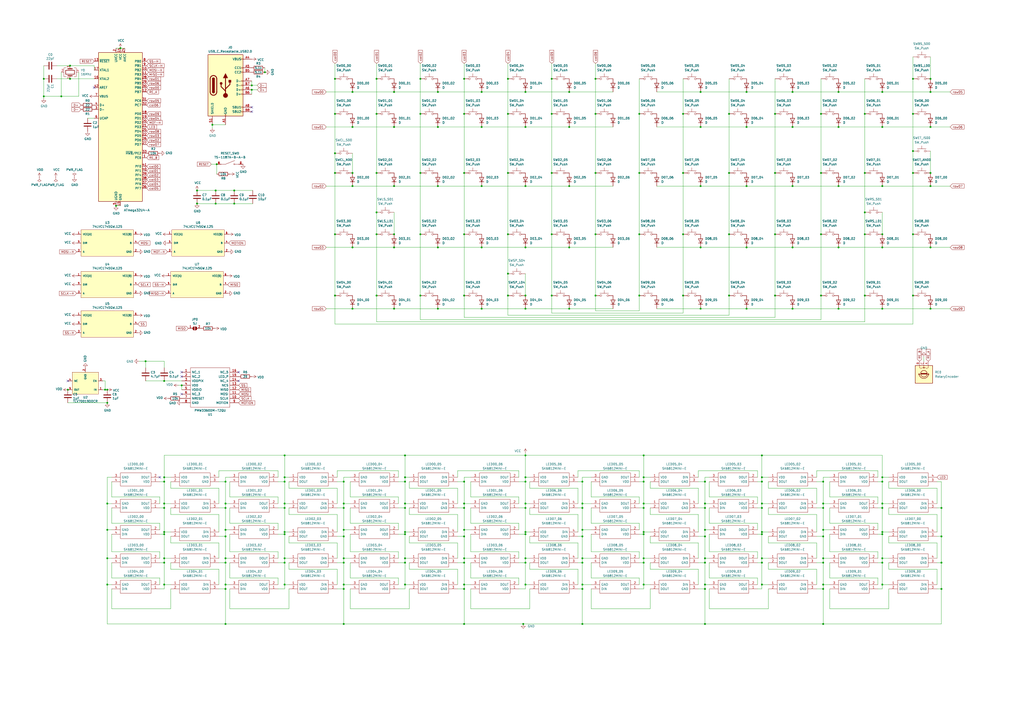
<source format=kicad_sch>
(kicad_sch (version 20211123) (generator eeschema)
  (paper "A2")
  (title_block (title "dynamis") (rev "v2.0.0"))
  (junction (at 304.8 264.16))
  (junction (at 194.31 100.33))
  (junction (at 459.74 143.51))
  (junction (at 511.81 143.51))
  (junction (at 511.81 308.61))
  (junction (at 304.8 323.85))
  (junction (at 123.19 72.39))
  (junction (at 337.82 339.09))
  (junction (at 433.07 53.34))
  (junction (at 243.84 45.72))
  (junction (at 370.84 171.45))
  (junction (at 539.75 179.07))
  (junction (at 511.81 323.85))
  (junction (at 546.1 341.63))
  (junction (at 529.59 171.45))
  (junction (at 218.44 66.04))
  (junction (at 279.4 179.07))
  (junction (at 234.95 279.4))
  (junction (at 304.8 294.64))
  (junction (at 501.65 100.33))
  (junction (at 234.95 292.1))
  (junction (at 25.4 55.88))
  (junction (at 459.74 179.07))
  (junction (at 294.64 171.45))
  (junction (at 95.25 309.88))
  (junction (at 501.65 66.04))
  (junction (at 330.2 143.51))
  (junction (at 501.65 171.45))
  (junction (at 441.96 308.61))
  (junction (at 130.81 341.63))
  (junction (at 130.81 279.4))
  (junction (at 373.38 294.64))
  (junction (at 441.96 294.64))
  (junction (at 476.25 100.33))
  (junction (at 370.84 100.33))
  (junction (at 279.4 143.51))
  (junction (at 539.75 107.95))
  (junction (at 408.94 294.64))
  (junction (at 408.94 361.95))
  (junction (at 337.82 311.15))
  (junction (at 330.2 73.66))
  (junction (at 304.8 171.45))
  (junction (at 441.96 292.1))
  (junction (at 408.94 341.63))
  (junction (at 228.6 73.66))
  (junction (at 441.96 309.88))
  (junction (at 243.84 135.89))
  (junction (at 130.81 361.95))
  (junction (at 62.23 233.68))
  (junction (at 199.39 311.15))
  (junction (at 204.47 107.95))
  (junction (at 373.38 264.16))
  (junction (at 279.4 53.34))
  (junction (at 370.84 66.04))
  (junction (at 228.6 53.34))
  (junction (at 67.31 119.38))
  (junction (at 165.1 294.64))
  (junction (at 234.95 308.61))
  (junction (at 477.52 307.34))
  (junction (at 95.25 323.85))
  (junction (at 408.94 326.39))
  (junction (at 204.47 100.33))
  (junction (at 422.91 171.45))
  (junction (at 422.91 135.89))
  (junction (at 269.24 361.95))
  (junction (at 337.82 341.63))
  (junction (at 337.82 292.1))
  (junction (at 40.64 45.72))
  (junction (at 269.24 135.89))
  (junction (at 477.52 323.85))
  (junction (at 269.24 294.64))
  (junction (at 433.07 73.66))
  (junction (at 449.58 66.04))
  (junction (at 269.24 326.39))
  (junction (at 486.41 53.34))
  (junction (at 130.81 294.64))
  (junction (at 529.59 87.63))
  (junction (at 511.81 294.64))
  (junction (at 441.96 326.39))
  (junction (at 165.1 276.86))
  (junction (at 441.96 279.4))
  (junction (at 477.52 292.1))
  (junction (at 204.47 73.66))
  (junction (at 228.6 107.95))
  (junction (at 373.38 308.61))
  (junction (at 95.25 339.09))
  (junction (at 441.96 339.09))
  (junction (at 304.8 292.1))
  (junction (at 294.64 158.75))
  (junction (at 254 143.51))
  (junction (at 62.23 292.1))
  (junction (at 433.07 179.07))
  (junction (at 529.59 100.33))
  (junction (at 95.25 279.4))
  (junction (at 165.1 323.85))
  (junction (at 95.25 220.98))
  (junction (at 441.96 323.85))
  (junction (at 373.38 292.1))
  (junction (at 199.39 323.85))
  (junction (at 254 179.07))
  (junction (at 370.84 135.89))
  (junction (at 146.05 52.07))
  (junction (at 199.39 292.1))
  (junction (at 529.59 66.04))
  (junction (at 477.52 311.15))
  (junction (at 153.67 41.91))
  (junction (at 269.24 292.1))
  (junction (at 396.24 66.04))
  (junction (at 234.95 264.16))
  (junction (at 330.2 53.34))
  (junction (at 529.59 135.89))
  (junction (at 304.8 179.07))
  (junction (at 546.1 311.15))
  (junction (at 243.84 171.45))
  (junction (at 254 53.34))
  (junction (at 204.47 179.07))
  (junction (at 449.58 171.45))
  (junction (at 125.095 118.11))
  (junction (at 320.04 171.45))
  (junction (at 511.81 279.4))
  (junction (at 304.8 73.66))
  (junction (at 529.59 45.72))
  (junction (at 269.24 66.04))
  (junction (at 441.96 264.16))
  (junction (at 218.44 171.45))
  (junction (at 337.82 326.39))
  (junction (at 449.58 100.33))
  (junction (at 304.8 276.86))
  (junction (at 408.94 307.34))
  (junction (at 406.4 107.95))
  (junction (at 337.82 279.4))
  (junction (at 165.1 308.61))
  (junction (at 477.52 361.95))
  (junction (at 146.05 49.53))
  (junction (at 477.52 341.63))
  (junction (at 511.81 107.95))
  (junction (at 345.44 100.33))
  (junction (at 218.44 123.19))
  (junction (at 199.39 361.95))
  (junction (at 228.6 135.89))
  (junction (at 337.82 294.64))
  (junction (at 62.23 307.34))
  (junction (at 330.2 179.07))
  (junction (at 199.39 307.34))
  (junction (at 62.23 339.09))
  (junction (at 130.81 307.34))
  (junction (at 254 73.66))
  (junction (at 337.82 307.34))
  (junction (at 69.85 27.94))
  (junction (at 396.24 100.33))
  (junction (at 40.64 38.1))
  (junction (at 234.95 339.09))
  (junction (at 373.38 309.88))
  (junction (at 95.25 326.39))
  (junction (at 165.1 292.1))
  (junction (at 62.23 226.06))
  (junction (at 125.73 95.25))
  (junction (at 449.58 135.89))
  (junction (at 304.8 308.61))
  (junction (at 406.4 143.51))
  (junction (at 304.8 279.4))
  (junction (at 130.81 311.15))
  (junction (at 95.25 294.64))
  (junction (at 477.52 294.64))
  (junction (at 35.56 55.88))
  (junction (at 269.24 341.63))
  (junction (at 165.1 279.4))
  (junction (at 459.74 53.34))
  (junction (at 234.95 276.86))
  (junction (at 165.1 339.09))
  (junction (at 130.81 339.09))
  (junction (at 135.89 110.49))
  (junction (at 243.84 100.33))
  (junction (at 194.31 66.04))
  (junction (at 60.96 226.06))
  (junction (at 477.52 339.09))
  (junction (at 228.6 143.51))
  (junction (at 165.1 264.16))
  (junction (at 406.4 73.66))
  (junction (at 511.81 339.09))
  (junction (at 373.38 279.4))
  (junction (at 539.75 100.33))
  (junction (at 95.25 308.61))
  (junction (at 279.4 107.95))
  (junction (at 95.25 276.86))
  (junction (at 279.4 73.66))
  (junction (at 476.25 66.04))
  (junction (at 304.8 326.39))
  (junction (at 459.74 73.66))
  (junction (at 218.44 45.72))
  (junction (at 539.75 45.72))
  (junction (at 304.8 107.95))
  (junction (at 408.94 292.1))
  (junction (at 199.39 326.39))
  (junction (at 486.41 179.07))
  (junction (at 194.31 171.45))
  (junction (at 165.1 309.88))
  (junction (at 433.07 143.51))
  (junction (at 269.24 45.72))
  (junction (at 486.41 143.51))
  (junction (at 114.3 118.11))
  (junction (at 433.07 107.95))
  (junction (at 199.39 339.09))
  (junction (at 135.89 118.11))
  (junction (at 204.47 53.34))
  (junction (at 234.95 309.88))
  (junction (at 194.31 88.9))
  (junction (at 114.3 110.49))
  (junction (at 294.64 100.33))
  (junction (at 459.74 107.95))
  (junction (at 511.81 276.86))
  (junction (at 320.04 135.89))
  (junction (at 501.65 135.89))
  (junction (at 406.4 179.07))
  (junction (at 25.4 45.72))
  (junction (at 165.1 326.39))
  (junction (at 320.04 45.72))
  (junction (at 294.64 135.89))
  (junction (at 269.24 100.33))
  (junction (at 539.75 53.34))
  (junction (at 199.39 279.4))
  (junction (at 269.24 339.09))
  (junction (at 304.8 309.88))
  (junction (at 337.82 323.85))
  (junction (at 294.64 66.04))
  (junction (at 501.65 123.19))
  (junction (at 194.31 135.89))
  (junction (at 269.24 307.34))
  (junction (at 320.04 66.04))
  (junction (at 254 107.95))
  (junction (at 345.44 66.04))
  (junction (at 511.81 326.39))
  (junction (at 422.91 100.33))
  (junction (at 408.94 279.4))
  (junction (at 218.44 100.33))
  (junction (at 269.24 311.15))
  (junction (at 511.81 53.34))
  (junction (at 373.38 276.86))
  (junction (at 243.84 66.04))
  (junction (at 406.4 53.34))
  (junction (at 539.75 73.66))
  (junction (at 422.91 66.04))
  (junction (at 105.41 223.52))
  (junction (at 396.24 171.45))
  (junction (at 408.94 311.15))
  (junction (at 441.96 276.86))
  (junction (at 234.95 326.39))
  (junction (at 511.81 292.1))
  (junction (at 476.25 135.89))
  (junction (at 234.95 294.64))
  (junction (at 269.24 279.4))
  (junction (at 269.24 323.85))
  (junction (at 337.82 361.95))
  (junction (at 539.75 143.51))
  (junction (at 396.24 135.89))
  (junction (at 345.44 135.89))
  (junction (at 304.8 53.34))
  (junction (at 294.64 45.72))
  (junction (at 546.1 326.39))
  (junction (at 130.81 292.1))
  (junction (at 218.44 135.89))
  (junction (at 511.81 135.89))
  (junction (at 486.41 107.95))
  (junction (at 345.44 171.45))
  (junction (at 477.52 326.39))
  (junction (at 373.38 339.09))
  (junction (at 373.38 326.39))
  (junction (at 125.095 110.49))
  (junction (at 304.8 143.51))
  (junction (at 476.25 171.45))
  (junction (at 194.31 45.72))
  (junction (at 408.94 323.85))
  (junction (at 373.38 323.85))
  (junction (at 199.39 294.64))
  (junction (at 511.81 73.66))
  (junction (at 477.52 279.4))
  (junction (at 39.37 226.06))
  (junction (at 130.81 326.39))
  (junction (at 95.25 292.1))
  (junction (at 511.81 309.88))
  (junction (at 269.24 171.45))
  (junction (at 345.44 45.72))
  (junction (at 84.455 209.55))
  (junction (at 408.94 339.09))
  (junction (at 330.2 107.95))
  (junction (at 130.81 323.85))
  (junction (at 320.04 100.33))
  (junction (at 303.53 361.95))
  (junction (at 486.41 73.66))
  (junction (at 199.39 341.63))
  (junction (at 62.23 323.85))
  (junction (at 304.8 339.09))
  (junction (at 228.6 179.07))
  (junction (at 204.47 143.51))
  (junction (at 546.1 294.64))
  (junction (at 234.95 323.85))
  (junction (at 511.81 179.07))
  (no_connect (at 39.37 220.98))
  (no_connect (at 54.61 50.8))
  (no_connect (at 138.43 215.9))
  (no_connect (at 105.41 215.9))
  (no_connect (at 138.43 220.98))
  (no_connect (at 105.41 228.6))
  (no_connect (at 146.05 64.77))
  (no_connect (at 105.41 218.44))
  (no_connect (at 92.71 276.86))
  (no_connect (at 146.05 62.23))
  (wire (pts (xy 234.95 341.63) (xy 231.14 341.63)))
  (wire (pts (xy 167.64 294.64) (xy 167.64 298.45)))
  (wire (pts (xy 237.49 330.2) (xy 265.43 330.2)))
  (wire (pts (xy 481.33 335.28) (xy 481.33 326.39)))
  (wire (pts (xy 529.59 171.45) (xy 529.59 187.96)))
  (wire (pts (xy 165.1 276.86) (xy 167.64 276.86)))
  (wire (pts (xy 199.39 311.15) (xy 199.39 307.34)))
  (wire (pts (xy 439.42 294.64) (xy 441.96 294.64)))
  (wire (pts (xy 543.56 294.64) (xy 546.1 294.64)))
  (wire (pts (xy 330.2 143.51) (xy 355.6 143.51)))
  (wire (pts (xy 408.94 339.09) (xy 411.48 339.09)))
  (wire (pts (xy 228.6 123.19) (xy 228.6 135.89)))
  (wire (pts (xy 370.84 309.88) (xy 373.38 309.88)))
  (wire (pts (xy 228.6 179.07) (xy 254 179.07)))
  (wire (pts (xy 509.27 303.53) (xy 481.33 303.53)))
  (wire (pts (xy 408.94 292.1) (xy 408.94 294.64)))
  (wire (pts (xy 373.38 308.61) (xy 373.38 309.88)))
  (wire (pts (xy 204.47 143.51) (xy 228.6 143.51)))
  (wire (pts (xy 529.59 100.33) (xy 529.59 87.63)))
  (wire (pts (xy 195.58 314.96) (xy 195.58 323.85)))
  (wire (pts (xy 265.43 314.96) (xy 265.43 323.85)))
  (wire (pts (xy 370.84 294.64) (xy 373.38 294.64)))
  (wire (pts (xy 269.24 135.89) (xy 269.24 171.45)))
  (wire (pts (xy 204.47 53.34) (xy 228.6 53.34)))
  (wire (pts (xy 373.38 294.64) (xy 373.38 308.61)))
  (wire (pts (xy 405.13 273.05) (xy 405.13 276.86)))
  (wire (pts (xy 441.96 276.86) (xy 441.96 279.4)))
  (wire (pts (xy 535.94 207.01) (xy 535.94 209.55)))
  (wire (pts (xy 304.8 309.88) (xy 304.8 323.85)))
  (wire (pts (xy 146.05 52.07) (xy 146.05 54.61)))
  (wire (pts (xy 234.95 339.09) (xy 237.49 339.09)))
  (wire (pts (xy 370.84 339.09) (xy 370.84 335.28)))
  (wire (pts (xy 481.33 276.86) (xy 477.52 276.86)))
  (wire (pts (xy 511.81 341.63) (xy 509.27 341.63)))
  (wire (pts (xy 473.71 326.39) (xy 477.52 326.39)))
  (wire (pts (xy 92.71 292.1) (xy 92.71 288.29)))
  (wire (pts (xy 69.85 27.94) (xy 72.39 27.94)))
  (wire (pts (xy 473.71 311.15) (xy 477.52 311.15)))
  (wire (pts (xy 539.75 53.34) (xy 551.18 53.34)))
  (wire (pts (xy 25.4 45.72) (xy 25.4 55.88)))
  (wire (pts (xy 254 53.34) (xy 279.4 53.34)))
  (wire (pts (xy 130.81 361.95) (xy 62.23 361.95)))
  (wire (pts (xy 307.34 279.4) (xy 307.34 283.21)))
  (wire (pts (xy 194.31 135.89) (xy 194.31 171.45)))
  (wire (pts (xy 161.29 307.34) (xy 161.29 303.53)))
  (wire (pts (xy 130.81 307.34) (xy 130.81 294.64)))
  (wire (pts (xy 320.04 135.89) (xy 320.04 171.45)))
  (wire (pts (xy 231.14 292.1) (xy 231.14 288.29)))
  (wire (pts (xy 300.99 320.04) (xy 273.05 320.04)))
  (wire (pts (xy 445.77 294.64) (xy 445.77 298.45)))
  (wire (pts (xy 195.58 294.64) (xy 199.39 294.64)))
  (wire (pts (xy 189.23 53.34) (xy 204.47 53.34)))
  (wire (pts (xy 243.84 45.72) (xy 243.84 66.04)))
  (wire (pts (xy 529.59 45.72) (xy 529.59 33.02)))
  (wire (pts (xy 441.96 264.16) (xy 511.81 264.16)))
  (wire (pts (xy 237.49 341.63) (xy 237.49 353.06)))
  (wire (pts (xy 135.89 110.49) (xy 125.095 110.49)))
  (wire (pts (xy 303.53 361.95) (xy 337.82 361.95)))
  (wire (pts (xy 511.81 53.34) (xy 539.75 53.34)))
  (wire (pts (xy 501.65 123.19) (xy 501.65 100.33)))
  (wire (pts (xy 543.56 298.45) (xy 543.56 308.61)))
  (wire (pts (xy 167.64 283.21) (xy 195.58 283.21)))
  (wire (pts (xy 127 273.05) (xy 127 276.86)))
  (wire (pts (xy 194.31 66.04) (xy 194.31 88.9)))
  (wire (pts (xy 304.8 73.66) (xy 330.2 73.66)))
  (wire (pts (xy 237.49 353.06) (xy 203.2 353.06)))
  (wire (pts (xy 477.52 311.15) (xy 477.52 307.34)))
  (wire (pts (xy 265.43 311.15) (xy 269.24 311.15)))
  (wire (pts (xy 304.8 292.1) (xy 304.8 294.64)))
  (wire (pts (xy 231.14 309.88) (xy 234.95 309.88)))
  (wire (pts (xy 473.71 298.45) (xy 473.71 308.61)))
  (wire (pts (xy 95.25 341.63) (xy 92.71 341.63)))
  (wire (pts (xy 408.94 307.34) (xy 408.94 294.64)))
  (wire (pts (xy 165.1 264.16) (xy 95.25 264.16)))
  (wire (pts (xy 345.44 100.33) (xy 345.44 135.89)))
  (wire (pts (xy 95.25 339.09) (xy 99.06 339.09)))
  (wire (pts (xy 269.24 184.15) (xy 449.58 184.15)))
  (wire (pts (xy 509.27 309.88) (xy 511.81 309.88)))
  (wire (pts (xy 231.14 323.85) (xy 231.14 320.04)))
  (wire (pts (xy 473.71 330.2) (xy 473.71 339.09)))
  (wire (pts (xy 25.4 55.88) (xy 35.56 55.88)))
  (wire (pts (xy 304.8 158.75) (xy 304.8 171.45)))
  (wire (pts (xy 439.42 339.09) (xy 439.42 335.28)))
  (wire (pts (xy 515.62 311.15) (xy 515.62 314.96)))
  (wire (pts (xy 330.2 53.34) (xy 355.6 53.34)))
  (wire (pts (xy 441.96 339.09) (xy 441.96 341.63)))
  (wire (pts (xy 269.24 323.85) (xy 273.05 323.85)))
  (wire (pts (xy 370.84 135.89) (xy 370.84 100.33)))
  (wire (pts (xy 167.64 341.63) (xy 167.64 353.06)))
  (wire (pts (xy 125.095 110.49) (xy 114.3 110.49)))
  (wire (pts (xy 441.96 309.88) (xy 441.96 323.85)))
  (wire (pts (xy 411.48 320.04) (xy 411.48 309.88)))
  (wire (pts (xy 195.58 279.4) (xy 199.39 279.4)))
  (wire (pts (xy 300.99 292.1) (xy 300.99 288.29)))
  (wire (pts (xy 441.96 339.09) (xy 445.77 339.09)))
  (wire (pts (xy 294.64 171.45) (xy 294.64 182.88)))
  (wire (pts (xy 335.28 311.15) (xy 337.82 311.15)))
  (wire (pts (xy 189.23 107.95) (xy 204.47 107.95)))
  (wire (pts (xy 234.95 292.1) (xy 237.49 292.1)))
  (wire (pts (xy 234.95 292.1) (xy 234.95 294.64)))
  (wire (pts (xy 130.81 294.64) (xy 130.81 292.1)))
  (wire (pts (xy 146.05 52.07) (xy 149.225 52.07)))
  (wire (pts (xy 99.06 314.96) (xy 127 314.96)))
  (wire (pts (xy 304.8 143.51) (xy 330.2 143.51)))
  (wire (pts (xy 35.56 41.91) (xy 35.56 55.88)))
  (wire (pts (xy 92.71 294.64) (xy 95.25 294.64)))
  (wire (pts (xy 539.75 143.51) (xy 551.18 143.51)))
  (wire (pts (xy 300.99 326.39) (xy 304.8 326.39)))
  (wire (pts (xy 237.49 283.21) (xy 265.43 283.21)))
  (wire (pts (xy 337.82 311.15) (xy 337.82 307.34)))
  (wire (pts (xy 445.77 314.96) (xy 473.71 314.96)))
  (wire (pts (xy 476.25 185.42) (xy 476.25 171.45)))
  (wire (pts (xy 408.94 339.09) (xy 408.94 326.39)))
  (wire (pts (xy 342.9 276.86) (xy 337.82 276.86)))
  (wire (pts (xy 511.81 276.86) (xy 511.81 279.4)))
  (wire (pts (xy 304.8 294.64) (xy 304.8 308.61)))
  (wire (pts (xy 337.82 279.4) (xy 337.82 292.1)))
  (wire (pts (xy 335.28 326.39) (xy 337.82 326.39)))
  (wire (pts (xy 254 143.51) (xy 279.4 143.51)))
  (wire (pts (xy 509.27 323.85) (xy 509.27 320.04)))
  (wire (pts (xy 481.33 320.04) (xy 481.33 309.88)))
  (wire (pts (xy 195.58 330.2) (xy 195.58 339.09)))
  (wire (pts (xy 231.14 276.86) (xy 231.14 273.05)))
  (wire (pts (xy 345.44 180.34) (xy 370.84 180.34)))
  (wire (pts (xy 511.81 294.64) (xy 511.81 308.61)))
  (wire (pts (xy 199.39 361.95) (xy 130.81 361.95)))
  (wire (pts (xy 486.41 73.66) (xy 511.81 73.66)))
  (wire (pts (xy 189.23 143.51) (xy 204.47 143.51)))
  (wire (pts (xy 99.06 283.21) (xy 127 283.21)))
  (wire (pts (xy 195.58 341.63) (xy 199.39 341.63)))
  (wire (pts (xy 439.42 303.53) (xy 411.48 303.53)))
  (wire (pts (xy 161.29 273.05) (xy 127 273.05)))
  (wire (pts (xy 105.41 226.06) (xy 105.41 223.52)))
  (wire (pts (xy 300.99 339.09) (xy 300.99 335.28)))
  (wire (pts (xy 218.44 123.19) (xy 218.44 135.89)))
  (wire (pts (xy 228.6 73.66) (xy 254 73.66)))
  (wire (pts (xy 335.28 283.21) (xy 335.28 292.1)))
  (wire (pts (xy 408.94 323.85) (xy 411.48 323.85)))
  (wire (pts (xy 40.64 45.72) (xy 54.61 45.72)))
  (wire (pts (xy 396.24 181.61) (xy 396.24 171.45)))
  (wire (pts (xy 127 341.63) (xy 130.81 341.63)))
  (wire (pts (xy 433.07 107.95) (xy 459.74 107.95)))
  (wire (pts (xy 304.8 179.07) (xy 330.2 179.07)))
  (wire (pts (xy 95.25 308.61) (xy 99.06 308.61)))
  (wire (pts (xy 231.14 288.29) (xy 203.2 288.29)))
  (wire (pts (xy 439.42 288.29) (xy 411.48 288.29)))
  (wire (pts (xy 165.1 264.16) (xy 165.1 276.86)))
  (wire (pts (xy 161.29 320.04) (xy 133.35 320.04)))
  (wire (pts (xy 133.35 353.06) (xy 133.35 341.63)))
  (wire (pts (xy 449.58 184.15) (xy 449.58 171.45)))
  (wire (pts (xy 509.27 288.29) (xy 481.33 288.29)))
  (wire (pts (xy 92.71 309.88) (xy 95.25 309.88)))
  (wire (pts (xy 279.4 179.07) (xy 304.8 179.07)))
  (wire (pts (xy 330.2 107.95) (xy 355.6 107.95)))
  (wire (pts (xy 123.19 72.39) (xy 123.19 74.295)))
  (wire (pts (xy 130.81 341.63) (xy 130.81 339.09)))
  (wire (pts (xy 279.4 53.34) (xy 304.8 53.34)))
  (wire (pts (xy 231.14 303.53) (xy 203.2 303.53)))
  (wire (pts (xy 199.39 276.86) (xy 203.2 276.86)))
  (wire (pts (xy 345.44 45.72) (xy 345.44 66.04)))
  (wire (pts (xy 307.34 298.45) (xy 335.28 298.45)))
  (wire (pts (xy 269.24 341.63) (xy 269.24 339.09)))
  (wire (pts (xy 203.2 335.28) (xy 203.2 326.39)))
  (wire (pts (xy 194.31 36.83) (xy 194.31 45.72)))
  (wire (pts (xy 62.23 292.1) (xy 62.23 276.86)))
  (wire (pts (xy 304.8 292.1) (xy 307.34 292.1)))
  (wire (pts (xy 373.38 276.86) (xy 373.38 279.4)))
  (wire (pts (xy 337.82 339.09) (xy 342.9 339.09)))
  (wire (pts (xy 99.06 276.86) (xy 95.25 276.86)))
  (wire (pts (xy 304.8 262.89) (xy 304.8 264.16)))
  (wire (pts (xy 95.25 276.86) (xy 95.25 279.4)))
  (wire (pts (xy 62.23 323.85) (xy 64.77 323.85)))
  (wire (pts (xy 373.38 292.1) (xy 373.38 294.64)))
  (wire (pts (xy 307.34 353.06) (xy 273.05 353.06)))
  (wire (pts (xy 337.82 323.85) (xy 337.82 311.15)))
  (wire (pts (xy 165.1 326.39) (xy 165.1 339.09)))
  (wire (pts (xy 194.31 187.96) (xy 529.59 187.96)))
  (wire (pts (xy 165.1 292.1) (xy 167.64 292.1)))
  (wire (pts (xy 381 73.66) (xy 406.4 73.66)))
  (wire (pts (xy 546.1 311.15) (xy 546.1 294.64)))
  (wire (pts (xy 373.38 292.1) (xy 377.19 292.1)))
  (wire (pts (xy 370.84 303.53) (xy 342.9 303.53)))
  (wire (pts (xy 546.1 361.95) (xy 546.1 341.63)))
  (wire (pts (xy 62.23 361.95) (xy 62.23 339.09)))
  (wire (pts (xy 337.82 361.95) (xy 337.82 341.63)))
  (wire (pts (xy 320.04 66.04) (xy 320.04 100.33)))
  (wire (pts (xy 529.59 135.89) (xy 529.59 171.45)))
  (wire (pts (xy 95.25 213.36) (xy 95.25 209.55)))
  (wire (pts (xy 243.84 100.33) (xy 243.84 135.89)))
  (wire (pts (xy 337.82 341.63) (xy 337.82 339.09)))
  (wire (pts (xy 304.8 276.86) (xy 304.8 279.4)))
  (wire (pts (xy 243.84 185.42) (xy 476.25 185.42)))
  (wire (pts (xy 304.8 339.09) (xy 304.8 341.63)))
  (wire (pts (xy 377.19 294.64) (xy 377.19 298.45)))
  (wire (pts (xy 342.9 335.28) (xy 342.9 326.39)))
  (wire (pts (xy 304.8 53.34) (xy 330.2 53.34)))
  (wire (pts (xy 439.42 307.34) (xy 439.42 303.53)))
  (wire (pts (xy 95.25 323.85) (xy 99.06 323.85)))
  (wire (pts (xy 377.19 283.21) (xy 405.13 283.21)))
  (wire (pts (xy 161.29 303.53) (xy 133.35 303.53)))
  (wire (pts (xy 477.52 341.63) (xy 477.52 361.95)))
  (wire (pts (xy 254 179.07) (xy 279.4 179.07)))
  (wire (pts (xy 370.84 288.29) (xy 342.9 288.29)))
  (wire (pts (xy 445.77 353.06) (xy 411.48 353.06)))
  (wire (pts (xy 509.27 273.05) (xy 473.71 273.05)))
  (wire (pts (xy 203.2 353.06) (xy 203.2 341.63)))
  (wire (pts (xy 300.99 307.34) (xy 300.99 303.53)))
  (wire (pts (xy 167.64 311.15) (xy 167.64 314.96)))
  (wire (pts (xy 511.81 292.1) (xy 511.81 294.64)))
  (wire (pts (xy 269.24 100.33) (xy 269.24 135.89)))
  (wire (pts (xy 373.38 326.39) (xy 373.38 339.09)))
  (wire (pts (xy 92.71 320.04) (xy 64.77 320.04)))
  (wire (pts (xy 273.05 288.29) (xy 273.05 279.4)))
  (wire (pts (xy 509.27 326.39) (xy 511.81 326.39)))
  (wire (pts (xy 294.64 36.83) (xy 294.64 45.72)))
  (wire (pts (xy 477.52 323.85) (xy 477.52 311.15)))
  (wire (pts (xy 45.72 41.91) (xy 45.72 55.88)))
  (wire (pts (xy 449.58 135.89) (xy 449.58 100.33)))
  (wire (pts (xy 405.13 311.15) (xy 408.94 311.15)))
  (wire (pts (xy 377.19 314.96) (xy 405.13 314.96)))
  (wire (pts (xy 477.52 307.34) (xy 481.33 307.34)))
  (wire (pts (xy 125.095 118.11) (xy 114.3 118.11)))
  (wire (pts (xy 439.42 276.86) (xy 439.42 273.05)))
  (wire (pts (xy 515.62 314.96) (xy 543.56 314.96)))
  (wire (pts (xy 515.62 326.39) (xy 515.62 330.2)))
  (wire (pts (xy 195.58 326.39) (xy 199.39 326.39)))
  (wire (pts (xy 294.64 135.89) (xy 294.64 158.75)))
  (wire (pts (xy 231.14 294.64) (xy 234.95 294.64)))
  (wire (pts (xy 511.81 107.95) (xy 539.75 107.95)))
  (wire (pts (xy 95.25 279.4) (xy 95.25 292.1)))
  (wire (pts (xy 95.25 292.1) (xy 99.06 292.1)))
  (wire (pts (xy 194.31 171.45) (xy 194.31 187.96)))
  (wire (pts (xy 161.29 323.85) (xy 161.29 320.04)))
  (wire (pts (xy 231.14 335.28) (xy 203.2 335.28)))
  (wire (pts (xy 335.28 330.2) (xy 335.28 339.09)))
  (wire (pts (xy 439.42 309.88) (xy 441.96 309.88)))
  (wire (pts (xy 265.43 279.4) (xy 269.24 279.4)))
  (wire (pts (xy 99.06 311.15) (xy 99.06 314.96)))
  (wire (pts (xy 337.82 307.34) (xy 342.9 307.34)))
  (wire (pts (xy 64.77 335.28) (xy 64.77 326.39)))
  (wire (pts (xy 476.25 66.04) (xy 476.25 45.72)))
  (wire (pts (xy 459.74 73.66) (xy 486.41 73.66)))
  (wire (pts (xy 199.39 341.63) (xy 199.39 339.09)))
  (wire (pts (xy 234.95 308.61) (xy 234.95 309.88)))
  (wire (pts (xy 195.58 283.21) (xy 195.58 292.1)))
  (wire (pts (xy 165.1 323.85) (xy 165.1 326.39)))
  (wire (pts (xy 370.84 307.34) (xy 370.84 303.53)))
  (wire (pts (xy 199.39 279.4) (xy 199.39 276.86)))
  (wire (pts (xy 445.77 279.4) (xy 445.77 283.21)))
  (wire (pts (xy 473.71 294.64) (xy 477.52 294.64)))
  (wire (pts (xy 95.25 292.1) (xy 95.25 294.64)))
  (wire (pts (xy 476.25 100.33) (xy 476.25 66.04)))
  (wire (pts (xy 62.23 292.1) (xy 64.77 292.1)))
  (wire (pts (xy 515.62 294.64) (xy 515.62 298.45)))
  (wire (pts (xy 459.74 53.34) (xy 486.41 53.34)))
  (wire (pts (xy 265.43 298.45) (xy 265.43 308.61)))
  (wire (pts (xy 204.47 73.66) (xy 228.6 73.66)))
  (wire (pts (xy 105.41 223.52) (xy 103.505 223.52)))
  (wire (pts (xy 337.82 307.34) (xy 337.82 294.64)))
  (wire (pts (xy 269.24 292.1) (xy 273.05 292.1)))
  (wire (pts (xy 33.02 45.72) (xy 40.64 45.72)))
  (wire (pts (xy 234.95 294.64) (xy 234.95 308.61)))
  (wire (pts (xy 373.38 341.63) (xy 370.84 341.63)))
  (wire (pts (xy 25.4 55.88) (xy 25.4 57.15)))
  (wire (pts (xy 337.82 292.1) (xy 337.82 294.64)))
  (wire (pts (xy 64.77 353.06) (xy 64.77 341.63)))
  (wire (pts (xy 300.99 335.28) (xy 273.05 335.28)))
  (wire (pts (xy 153.67 39.37) (xy 153.67 41.91)))
  (wire (pts (xy 439.42 335.28) (xy 411.48 335.28)))
  (wire (pts (xy 199.39 323.85) (xy 203.2 323.85)))
  (wire (pts (xy 477.52 326.39) (xy 477.52 339.09)))
  (wire (pts (xy 92.71 323.85) (xy 92.71 320.04)))
  (wire (pts (xy 515.62 279.4) (xy 515.62 283.21)))
  (wire (pts (xy 515.62 353.06) (xy 481.33 353.06)))
  (wire (pts (xy 476.25 171.45) (xy 476.25 135.89)))
  (wire (pts (xy 509.27 320.04) (xy 481.33 320.04)))
  (wire (pts (xy 92.71 339.09) (xy 92.71 335.28)))
  (wire (pts (xy 511.81 308.61) (xy 511.81 309.88)))
  (wire (pts (xy 161.29 339.09) (xy 161.29 335.28)))
  (wire (pts (xy 511.81 308.61) (xy 515.62 308.61)))
  (wire (pts (xy 377.19 330.2) (xy 405.13 330.2)))
  (wire (pts (xy 269.24 323.85) (xy 269.24 311.15)))
  (wire (pts (xy 408.94 326.39) (xy 408.94 323.85)))
  (wire (pts (xy 546.1 279.4) (xy 543.56 279.4)))
  (wire (pts (xy 477.52 292.1) (xy 481.33 292.1)))
  (wire (pts (xy 199.39 307.34) (xy 199.39 294.64)))
  (wire (pts (xy 477.52 276.86) (xy 477.52 279.4)))
  (wire (pts (xy 204.47 107.95) (xy 228.6 107.95)))
  (wire (pts (xy 307.34 283.21) (xy 335.28 283.21)))
  (wire (pts (xy 269.24 326.39) (xy 269.24 323.85)))
  (wire (pts (xy 265.43 326.39) (xy 269.24 326.39)))
  (wire (pts (xy 342.9 303.53) (xy 342.9 294.64)))
  (wire (pts (xy 539.75 179.07) (xy 551.18 179.07)))
  (wire (pts (xy 433.07 73.66) (xy 459.74 73.66)))
  (wire (pts (xy 189.23 179.07) (xy 204.47 179.07)))
  (wire (pts (xy 199.39 292.1) (xy 199.39 279.4)))
  (wire (pts (xy 373.38 323.85) (xy 373.38 326.39)))
  (wire (pts (xy 539.75 33.02) (xy 539.75 45.72)))
  (wire (pts (xy 64.77 303.53) (xy 64.77 294.64)))
  (wire (pts (xy 501.65 100.33) (xy 501.65 66.04)))
  (wire (pts (xy 167.64 330.2) (xy 195.58 330.2)))
  (wire (pts (xy 501.65 66.04) (xy 501.65 45.72)))
  (wire (pts (xy 95.25 220.98) (xy 105.41 220.98)))
  (wire (pts (xy 304.8 323.85) (xy 304.8 326.39)))
  (wire (pts (xy 161.29 309.88) (xy 165.1 309.88)))
  (wire (pts (xy 408.94 292.1) (xy 411.48 292.1)))
  (wire (pts (xy 167.64 353.06) (xy 133.35 353.06)))
  (wire (pts (xy 342.9 320.04) (xy 342.9 309.88)))
  (wire (pts (xy 127 330.2) (xy 127 339.09)))
  (wire (pts (xy 406.4 179.07) (xy 433.07 179.07)))
  (wire (pts (xy 62.23 307.34) (xy 64.77 307.34)))
  (wire (pts (xy 422.91 66.04) (xy 422.91 100.33)))
  (wire (pts (xy 501.65 135.89) (xy 501.65 123.19)))
  (wire (pts (xy 130.81 292.1) (xy 133.35 292.1)))
  (wire (pts (xy 62.23 307.34) (xy 62.23 292.1)))
  (wire (pts (xy 237.49 294.64) (xy 237.49 298.45)))
  (wire (pts (xy 165.1 308.61) (xy 165.1 309.88)))
  (wire (pts (xy 511.81 326.39) (xy 511.81 339.09)))
  (wire (pts (xy 92.71 288.29) (xy 64.77 288.29)))
  (wire (pts (xy 243.84 171.45) (xy 243.84 185.42)))
  (wire (pts (xy 130.81 311.15) (xy 130.81 307.34)))
  (wire (pts (xy 92.71 326.39) (xy 95.25 326.39)))
  (wire (pts (xy 218.44 171.45) (xy 218.44 186.69)))
  (wire (pts (xy 254 73.66) (xy 279.4 73.66)))
  (wire (pts (xy 406.4 53.34) (xy 433.07 53.34)))
  (wire (pts (xy 529.59 135.89) (xy 529.59 100.33)))
  (wire (pts (xy 377.19 279.4) (xy 377.19 283.21)))
  (wire (pts (xy 373.38 279.4) (xy 373.38 292.1)))
  (wire (pts (xy 80.645 209.55) (xy 84.455 209.55)))
  (wire (pts (xy 62.23 323.85) (xy 62.23 307.34)))
  (wire (pts (xy 370.84 335.28) (xy 342.9 335.28)))
  (wire (pts (xy 234.95 323.85) (xy 237.49 323.85)))
  (wire (pts (xy 335.28 298.45) (xy 335.28 308.61)))
  (wire (pts (xy 165.1 294.64) (xy 165.1 308.61)))
  (wire (pts (xy 218.44 100.33) (xy 218.44 123.19)))
  (wire (pts (xy 273.05 320.04) (xy 273.05 309.88)))
  (wire (pts (xy 265.43 283.21) (xy 265.43 292.1)))
  (wire (pts (xy 370.84 171.45) (xy 370.84 135.89)))
  (wire (pts (xy 529.59 87.63) (xy 529.59 66.04)))
  (wire (pts (xy 161.29 294.64) (xy 165.1 294.64)))
  (wire (pts (xy 445.77 283.21) (xy 473.71 283.21)))
  (wire (pts (xy 543.56 341.63) (xy 546.1 341.63)))
  (wire (pts (xy 135.89 118.11) (xy 146.685 118.11)))
  (wire (pts (xy 265.43 341.63) (xy 269.24 341.63)))
  (wire (pts (xy 422.91 171.45) (xy 422.91 182.88)))
  (wire (pts (xy 304.8 279.4) (xy 304.8 292.1)))
  (wire (pts (xy 234.95 309.88) (xy 234.95 323.85)))
  (wire (pts (xy 515.62 341.63) (xy 515.62 353.06)))
  (wire (pts (xy 473.71 341.63) (xy 477.52 341.63)))
  (wire (pts (xy 165.1 308.61) (xy 167.64 308.61)))
  (wire (pts (xy 146.05 46.99) (xy 146.05 49.53)))
  (wire (pts (xy 320.04 45.72) (xy 320.04 66.04)))
  (wire (pts (xy 218.44 66.04) (xy 218.44 100.33)))
  (wire (pts (xy 189.23 73.66) (xy 204.47 73.66)))
  (wire (pts (xy 337.82 276.86) (xy 337.82 279.4)))
  (wire (pts (xy 337.82 323.85) (xy 342.9 323.85)))
  (wire (pts (xy 269.24 36.83) (xy 269.24 45.72)))
  (wire (pts (xy 511.81 309.88) (xy 511.81 323.85)))
  (wire (pts (xy 459.74 143.51) (xy 486.41 143.51)))
  (wire (pts (xy 203.2 320.04) (xy 203.2 309.88)))
  (wire (pts (xy 304.8 264.16) (xy 373.38 264.16)))
  (wire (pts (xy 35.56 55.88) (xy 45.72 55.88)))
  (wire (pts (xy 33.02 38.1) (xy 40.64 38.1)))
  (wire (pts (xy 95.25 294.64) (xy 95.25 308.61)))
  (wire (pts (xy 320.04 36.83) (xy 320.04 45.72)))
  (wire (pts (xy 133.35 288.29) (xy 133.35 279.4)))
  (wire (pts (xy 218.44 135.89) (xy 218.44 171.45)))
  (wire (pts (xy 342.9 288.29) (xy 342.9 279.4)))
  (wire (pts (xy 459.74 107.95) (xy 486.41 107.95)))
  (wire (pts (xy 345.44 171.45) (xy 345.44 180.34)))
  (wire (pts (xy 228.6 107.95) (xy 254 107.95)))
  (wire (pts (xy 234.95 264.16) (xy 165.1 264.16)))
  (wire (pts (xy 199.39 294.64) (xy 199.39 292.1)))
  (wire (pts (xy 265.43 330.2) (xy 265.43 339.09)))
  (wire (pts (xy 509.27 279.4) (xy 511.81 279.4)))
  (wire (pts (xy 84.455 209.55) (xy 84.455 213.36)))
  (wire (pts (xy 509.27 307.34) (xy 509.27 303.53)))
  (wire (pts (xy 377.19 311.15) (xy 377.19 314.96)))
  (wire (pts (xy 161.29 292.1) (xy 161.29 288.29)))
  (wire (pts (xy 307.34 326.39) (xy 307.34 330.2)))
  (wire (pts (xy 441.96 292.1) (xy 441.96 294.64)))
  (wire (pts (xy 161.29 335.28) (xy 133.35 335.28)))
  (wire (pts (xy 539.75 87.63) (xy 539.75 100.33)))
  (wire (pts (xy 546.1 326.39) (xy 546.1 311.15)))
  (wire (pts (xy 481.33 339.09) (xy 477.52 339.09)))
  (wire (pts (xy 408.94 341.63) (xy 408.94 339.09)))
  (wire (pts (xy 269.24 66.04) (xy 269.24 100.33)))
  (wire (pts (xy 99.06 341.63) (xy 99.06 353.06)))
  (wire (pts (xy 511.81 323.85) (xy 515.62 323.85)))
  (wire (pts (xy 405.13 283.21) (xy 405.13 292.1)))
  (wire (pts (xy 279.4 107.95) (xy 304.8 107.95)))
  (wire (pts (xy 269.24 311.15) (xy 269.24 307.34)))
  (wire (pts (xy 307.34 314.96) (xy 335.28 314.96)))
  (wire (pts (xy 511.81 123.19) (xy 511.81 135.89)))
  (wire (pts (xy 370.84 292.1) (xy 370.84 288.29)))
  (wire (pts (xy 254 107.95) (xy 279.4 107.95)))
  (wire (pts (xy 543.56 283.21) (xy 543.56 292.1)))
  (wire (pts (xy 433.07 179.07) (xy 459.74 179.07)))
  (wire (pts (xy 127 283.21) (xy 127 292.1)))
  (wire (pts (xy 486.41 179.07) (xy 511.81 179.07)))
  (wire (pts (xy 439.42 292.1) (xy 439.42 288.29)))
  (wire (pts (xy 127 279.4) (xy 130.81 279.4)))
  (wire (pts (xy 67.31 119.38) (xy 69.85 119.38)))
  (wire (pts (xy 406.4 73.66) (xy 433.07 73.66)))
  (wire (pts (xy 204.47 88.9) (xy 204.47 100.33)))
  (wire (pts (xy 370.84 100.33) (xy 370.84 66.04)))
  (wire (pts (xy 370.84 323.85) (xy 370.84 320.04)))
  (wire (pts (xy 486.41 107.95) (xy 511.81 107.95)))
  (wire (pts (xy 373.38 276.86) (xy 377.19 276.86)))
  (wire (pts (xy 511.81 292.1) (xy 515.62 292.1)))
  (wire (pts (xy 50.8 68.58) (xy 54.61 68.58)))
  (wire (pts (xy 269.24 171.45) (xy 269.24 184.15)))
  (wire (pts (xy 441.96 292.1) (xy 445.77 292.1)))
  (wire (pts (xy 228.6 53.34) (xy 254 53.34)))
  (wire (pts (xy 99.06 279.4) (xy 99.06 283.21)))
  (wire (pts (xy 165.1 339.09) (xy 165.1 341.63)))
  (wire (pts (xy 135.89 118.11) (xy 125.095 118.11)))
  (wire (pts (xy 234.95 326.39) (xy 234.95 339.09)))
  (wire (pts (xy 408.94 276.86) (xy 408.94 279.4)))
  (wire (pts (xy 304.8 339.09) (xy 307.34 339.09)))
  (wire (pts (xy 269.24 279.4) (xy 269.24 276.86)))
  (wire (pts (xy 405.13 298.45) (xy 405.13 308.61)))
  (wire (pts (xy 370.84 273.05) (xy 335.28 273.05)))
  (wire (pts (xy 330.2 179.07) (xy 355.6 179.07)))
  (wire (pts (xy 62.23 339.09) (xy 64.77 339.09)))
  (wire (pts (xy 422.91 100.33) (xy 422.91 135.89)))
  (wire (pts (xy 300.99 279.4) (xy 304.8 279.4)))
  (wire (pts (xy 408.94 307.34) (xy 411.48 307.34)))
  (wire (pts (xy 539.75 73.66) (xy 551.18 73.66)))
  (wire (pts (xy 269.24 292.1) (xy 269.24 279.4)))
  (wire (pts (xy 133.35 303.53) (xy 133.35 294.64)))
  (wire (pts (xy 303.53 361.95) (xy 269.24 361.95)))
  (wire (pts (xy 337.82 292.1) (xy 342.9 292.1)))
  (wire (pts (xy 477.52 361.95) (xy 546.1 361.95)))
  (wire (pts (xy 473.71 273.05) (xy 473.71 276.86)))
  (wire (pts (xy 509.27 335.28) (xy 481.33 335.28)))
  (wire (pts (xy 441.96 341.63) (xy 439.42 341.63)))
  (wire (pts (xy 133.35 320.04) (xy 133.35 309.88)))
  (wire (pts (xy 231.14 339.09) (xy 231.14 335.28)))
  (wire (pts (xy 539.75 107.95) (xy 551.18 107.95)))
  (wire (pts (xy 342.9 353.06) (xy 342.9 341.63)))
  (wire (pts (xy 269.24 45.72) (xy 269.24 66.04)))
  (wire (pts (xy 445.77 341.63) (xy 445.77 353.06)))
  (wire (pts (xy 405.13 330.2) (xy 405.13 339.09)))
  (wire (pts (xy 84.455 220.98) (xy 95.25 220.98)))
  (wire (pts (xy 294.64 158.75) (xy 294.64 171.45)))
  (wire (pts (xy 269.24 307.34) (xy 273.05 307.34)))
  (wire (pts (xy 95.25 309.88) (xy 95.25 323.85)))
  (wire (pts (xy 130.81 292.1) (xy 130.81 279.4)))
  (wire (pts (xy 62.23 339.09) (xy 62.23 323.85)))
  (wire (pts (xy 381 143.51) (xy 406.4 143.51)))
  (wire (pts (xy 511.81 264.16) (xy 511.81 276.86)))
  (wire (pts (xy 40.64 38.1) (xy 54.61 38.1)))
  (wire (pts (xy 543.56 314.96) (xy 543.56 323.85)))
  (wire (pts (xy 161.29 288.29) (xy 133.35 288.29)))
  (wire (pts (xy 218.44 186.69) (xy 501.65 186.69)))
  (wire (pts (xy 441.96 308.61) (xy 445.77 308.61)))
  (wire (pts (xy 445.77 330.2) (xy 473.71 330.2)))
  (wire (pts (xy 234.95 308.61) (xy 237.49 308.61)))
  (wire (pts (xy 243.84 66.04) (xy 243.84 100.33)))
  (wire (pts (xy 543.56 326.39) (xy 546.1 326.39)))
  (wire (pts (xy 199.39 307.34) (xy 203.2 307.34)))
  (wire (pts (xy 396.24 171.45) (xy 396.24 135.89)))
  (wire (pts (xy 234.95 276.86) (xy 237.49 276.86)))
  (wire (pts (xy 335.28 314.96) (xy 335.28 323.85)))
  (wire (pts (xy 237.49 279.4) (xy 237.49 283.21)))
  (wire (pts (xy 373.38 339.09) (xy 373.38 341.63)))
  (wire (pts (xy 411.48 353.06) (xy 411.48 341.63)))
  (wire (pts (xy 511.81 339.09) (xy 511.81 341.63)))
  (wire (pts (xy 439.42 326.39) (xy 441.96 326.39)))
  (wire (pts (xy 486.41 53.34) (xy 511.81 53.34)))
  (wire (pts (xy 370.84 66.04) (xy 370.84 45.72)))
  (wire (pts (xy 515.62 330.2) (xy 543.56 330.2)))
  (wire (pts (xy 515.62 298.45) (xy 543.56 298.45)))
  (wire (pts (xy 411.48 288.29) (xy 411.48 279.4)))
  (wire (pts (xy 477.52 326.39) (xy 477.52 323.85)))
  (wire (pts (xy 99.06 353.06) (xy 64.77 353.06)))
  (wire (pts (xy 59.69 226.06) (xy 60.96 226.06)))
  (wire (pts (xy 122.555 95.25) (xy 125.73 95.25)))
  (wire (pts (xy 511.81 276.86) (xy 515.62 276.86)))
  (wire (pts (xy 441.96 264.16) (xy 441.96 276.86)))
  (wire (pts (xy 441.96 323.85) (xy 445.77 323.85)))
  (wire (pts (xy 345.44 135.89) (xy 345.44 171.45)))
  (wire (pts (xy 406.4 107.95) (xy 433.07 107.95)))
  (wire (pts (xy 408.94 279.4) (xy 405.13 279.4)))
  (wire (pts (xy 204.47 179.07) (xy 228.6 179.07)))
  (wire (pts (xy 509.27 276.86) (xy 509.27 273.05)))
  (wire (pts (xy 381 179.07) (xy 406.4 179.07)))
  (wire (pts (xy 234.95 339.09) (xy 234.95 341.63)))
  (wire (pts (xy 127 311.15) (xy 130.81 311.15)))
  (wire (pts (xy 307.34 341.63) (xy 307.34 353.06)))
  (wire (pts (xy 265.43 273.05) (xy 265.43 276.86)))
  (wire (pts (xy 237.49 311.15) (xy 237.49 314.96)))
  (wire (pts (xy 449.58 171.45) (xy 449.58 135.89)))
  (wire (pts (xy 99.06 326.39) (xy 99.06 330.2)))
  (wire (pts (xy 237.49 326.39) (xy 237.49 330.2)))
  (wire (pts (xy 408.94 361.95) (xy 408.94 341.63)))
  (wire (pts (xy 511.81 339.09) (xy 515.62 339.09)))
  (wire (pts (xy 405.13 341.63) (xy 408.94 341.63)))
  (wire (pts (xy 381 107.95) (xy 406.4 107.95)))
  (wire (pts (xy 449.58 66.04) (xy 449.58 45.72)))
  (wire (pts (xy 481.33 288.29) (xy 481.33 279.4)))
  (wire (pts (xy 370.84 279.4) (xy 373.38 279.4)))
  (wire (pts (xy 511.81 73.66) (xy 539.75 73.66)))
  (wire (pts (xy 477.52 339.09) (xy 477.52 341.63)))
  (wire (pts (xy 370.84 326.39) (xy 373.38 326.39)))
  (wire (pts (xy 234.95 323.85) (xy 234.95 326.39)))
  (wire (pts (xy 433.07 143.51) (xy 459.74 143.51)))
  (wire (pts (xy 127 294.64) (xy 130.81 294.64)))
  (wire (pts (xy 273.05 353.06) (xy 273.05 341.63)))
  (wire (pts (xy 92.71 303.53) (xy 64.77 303.53)))
  (wire (pts (xy 243.84 36.83) (xy 243.84 45.72)))
  (wire (pts (xy 337.82 279.4) (xy 335.28 279.4)))
  (wire (pts (xy 146.05 49.53) (xy 149.225 49.53)))
  (wire (pts (xy 300.99 323.85) (xy 300.99 320.04)))
  (wire (pts (xy 330.2 73.66) (xy 355.6 73.66)))
  (wire (pts (xy 279.4 73.66) (xy 304.8 73.66)))
  (wire (pts (xy 218.44 36.83) (xy 218.44 45.72)))
  (wire (pts (xy 125.73 95.25) (xy 125.73 100.965)))
  (wire (pts (xy 294.64 100.33) (xy 294.64 135.89)))
  (wire (pts (xy 509.27 339.09) (xy 509.27 335.28)))
  (wire (pts (xy 294.64 66.04) (xy 294.64 100.33)))
  (wire (pts (xy 377.19 341.63) (xy 377.19 353.06)))
  (wire (pts (xy 406.4 143.51) (xy 433.07 143.51)))
  (wire (pts (xy 422.91 45.72) (xy 422.91 66.04)))
  (wire (pts (xy 60.96 226.06) (xy 62.23 226.06)))
  (wire (pts (xy 529.59 66.04) (xy 529.59 45.72)))
  (wire (pts (xy 481.33 303.53) (xy 481.33 294.64)))
  (wire (pts (xy 335.28 341.63) (xy 337.82 341.63)))
  (wire (pts (xy 473.71 283.21) (xy 473.71 292.1)))
  (wire (pts (xy 199.39 326.39) (xy 199.39 323.85)))
  (wire (pts (xy 95.25 339.09) (xy 95.25 341.63)))
  (wire (pts (xy 165.1 309.88) (xy 165.1 323.85)))
  (wire (pts (xy 396.24 135.89) (xy 396.24 100.33)))
  (wire (pts (xy 95.25 326.39) (xy 95.25 339.09)))
  (wire (pts (xy 543.56 330.2) (xy 543.56 339.09)))
  (wire (pts (xy 509.27 294.64) (xy 511.81 294.64)))
  (wire (pts (xy 199.39 361.95) (xy 199.39 341.63)))
  (wire (pts (xy 95.25 323.85) (xy 95.25 326.39)))
  (wire (pts (xy 237.49 298.45) (xy 265.43 298.45)))
  (wire (pts (xy 237.49 314.96) (xy 265.43 314.96)))
  (wire (pts (xy 228.6 143.51) (xy 254 143.51)))
  (wire (pts (xy 64.77 320.04) (xy 64.77 309.88)))
  (wire (pts (xy 459.74 179.07) (xy 486.41 179.07)))
  (wire (pts (xy 127 314.96) (xy 127 323.85)))
  (wire (pts (xy 320.04 181.61) (xy 396.24 181.61)))
  (wire (pts (xy 439.42 323.85) (xy 439.42 320.04)))
  (wire (pts (xy 84.455 209.55) (xy 95.25 209.55)))
  (wire (pts (xy 411.48 335.28) (xy 411.48 326.39)))
  (wire (pts (xy 377.19 353.06) (xy 342.9 353.06)))
  (wire (pts (xy 62.23 276.86) (xy 64.77 276.86)))
  (wire (pts (xy 373.38 264.16) (xy 441.96 264.16)))
  (wire (pts (xy 439.42 279.4) (xy 441.96 279.4)))
  (wire (pts (xy 300.99 303.53) (xy 273.05 303.53)))
  (wire (pts (xy 300.99 276.86) (xy 300.99 273.05)))
  (wire (pts (xy 195.58 273.05) (xy 195.58 276.86)))
  (wire (pts (xy 127 326.39) (xy 130.81 326.39)))
  (wire (pts (xy 515.62 283.21) (xy 543.56 283.21)))
  (wire (pts (xy 67.31 27.94) (xy 69.85 27.94)))
  (wire (pts (xy 337.82 326.39) (xy 337.82 323.85)))
  (wire (pts (xy 477.52 292.1) (xy 477.52 294.64)))
  (wire (pts (xy 165.1 279.4) (xy 165.1 292.1)))
  (wire (pts (xy 405.13 294.64) (xy 408.94 294.64)))
  (wire (pts (xy 265.43 294.64) (xy 269.24 294.64)))
  (wire (pts (xy 511.81 279.4) (xy 511.81 292.1)))
  (wire (pts (xy 320.04 171.45) (xy 320.04 181.61)))
  (wire (pts (xy 477.52 279.4) (xy 473.71 279.4)))
  (wire (pts (xy 307.34 311.15) (xy 307.34 314.96)))
  (wire (pts (xy 95.25 264.16) (xy 95.25 276.86)))
  (wire (pts (xy 477.52 307.34) (xy 477.52 294.64)))
  (wire (pts (xy 199.39 292.1) (xy 203.2 292.1)))
  (wire (pts (xy 39.37 233.68) (xy 62.23 233.68)))
  (wire (pts (xy 99.06 294.64) (xy 99.06 298.45)))
  (wire (pts (xy 273.05 335.28) (xy 273.05 326.39)))
  (wire (pts (xy 408.94 323.85) (xy 408.94 311.15)))
  (wire (pts (xy 167.64 314.96) (xy 195.58 314.96)))
  (wire (pts (xy 304.8 308.61) (xy 304.8 309.88)))
  (wire (pts (xy 130.81 276.86) (xy 133.35 276.86)))
  (wire (pts (xy 373.38 308.61) (xy 377.19 308.61)))
  (wire (pts (xy 203.2 288.29) (xy 203.2 279.4)))
  (wire (pts (xy 127 298.45) (xy 127 308.61)))
  (wire (pts (xy 234.95 279.4) (xy 234.95 292.1)))
  (wire (pts (xy 130.81 323.85) (xy 130.81 311.15)))
  (wire (pts (xy 279.4 143.51) (xy 304.8 143.51)))
  (wire (pts (xy 133.35 335.28) (xy 133.35 326.39)))
  (wire (pts (xy 64.77 288.29) (xy 64.77 279.4)))
  (wire (pts (xy 411.48 276.86) (xy 408.94 276.86)))
  (wire (pts (xy 304.8 323.85) (xy 307.34 323.85)))
  (wire (pts (xy 59.69 220.98) (xy 60.96 220.98)))
  (wire (pts (xy 195.58 311.15) (xy 199.39 311.15)))
  (wire (pts (xy 269.24 307.34) (xy 269.24 294.64)))
  (wire (pts (xy 194.31 88.9) (xy 194.31 100.33)))
  (wire (pts (xy 92.71 303.53) (xy 92.71 307.34)))
  (wire (pts (xy 304.8 264.16) (xy 304.8 276.86)))
  (wire (pts (xy 373.38 309.88) (xy 373.38 323.85)))
  (wire (pts (xy 511.81 323.85) (xy 511.81 326.39)))
  (wire (pts (xy 130.81 361.95) (xy 130.81 341.63)))
  (wire (pts (xy 405.13 314.96) (xy 405.13 323.85)))
  (wire (pts (xy 477.52 279.4) (xy 477.52 292.1)))
  (wire (pts (xy 199.39 323.85) (xy 199.39 311.15)))
  (wire (pts (xy 373.38 264.16) (xy 373.38 276.86)))
  (wire (pts (xy 511.81 179.07) (xy 539.75 179.07)))
  (wire (pts (xy 408.94 361.95) (xy 477.52 361.95)))
  (wire (pts (xy 161.29 276.86) (xy 161.29 273.05)))
  (wire (pts (xy 501.65 171.45) (xy 501.65 186.69)))
  (wire (pts (xy 203.2 303.53) (xy 203.2 294.64)))
  (wire (pts (xy 130.81 279.4) (xy 130.81 276.86)))
  (wire (pts (xy 304.8 276.86) (xy 307.34 276.86)))
  (wire (pts (xy 273.05 303.53) (xy 273.05 294.64)))
  (wire (pts (xy 231.14 279.4) (xy 234.95 279.4)))
  (wire (pts (xy 509.27 292.1) (xy 509.27 288.29)))
  (wire (pts (xy 337.82 361.95) (xy 408.94 361.95)))
  (wire (pts (xy 511.81 143.51) (xy 539.75 143.51)))
  (wire (pts (xy 307.34 294.64) (xy 307.34 298.45)))
  (wire (pts (xy 304.8 264.16) (xy 234.95 264.16)))
  (wire (pts (xy 307.34 330.2) (xy 335.28 330.2)))
  (wire (pts (xy 370.84 276.86) (xy 370.84 273.05)))
  (wire (pts (xy 269.24 361.95) (xy 269.24 341.63)))
  (wire (pts (xy 165.1 341.63) (xy 161.29 341.63)))
  (wire (pts (xy 300.99 294.64) (xy 304.8 294.64)))
  (wire (pts (xy 130.81 307.34) (xy 133.35 307.34)))
  (wire (pts (xy 441.96 276.86) (xy 445.77 276.86)))
  (wire (pts (xy 441.96 326.39) (xy 441.96 339.09)))
  (wire (pts (xy 269.24 339.09) (xy 269.24 326.39)))
  (wire (pts (xy 165.1 339.09) (xy 167.64 339.09)))
  (wire (pts (xy 486.41 143.51) (xy 511.81 143.51)))
  (wire (pts (xy 218.44 45.72) (xy 218.44 66.04)))
  (wire (pts (xy 476.25 135.89) (xy 476.25 100.33)))
  (wire (pts (xy 269.24 276.86) (xy 273.05 276.86)))
  (wire (pts (xy 165.1 276.86) (xy 165.1 279.4)))
  (wire (pts (xy 441.96 279.4) (xy 441.96 292.1)))
  (wire (pts (xy 243.84 135.89) (xy 243.84 171.45)))
  (wire (pts (xy 92.71 335.28) (xy 64.77 335.28)))
  (wire (pts (xy 60.96 220.98) (xy 60.96 226.06)))
  (wire (pts (xy 477.52 323.85) (xy 481.33 323.85)))
  (wire (pts (xy 92.71 279.4) (xy 95.25 279.4)))
  (wire (pts (xy 231.14 326.39) (xy 234.95 326.39)))
  (wire (pts (xy 481.33 353.06) (xy 481.33 341.63)))
  (wire (pts (xy 335.28 294.64) (xy 337.82 294.64)))
  (wire (pts (xy 345.44 66.04) (xy 345.44 100.33)))
  (wire (pts (xy 396.24 66.04) (xy 396.24 45.72)))
  (wire (pts (xy 167.64 326.39) (xy 167.64 330.2)))
  (wire (pts (xy 195.58 298.45) (xy 195.58 308.61)))
  (wire (pts (xy 300.99 309.88) (xy 304.8 309.88)))
  (wire (pts (xy 130.81 339.09) (xy 130.81 326.39)))
  (wire (pts (xy 439.42 273.05) (xy 405.13 273.05)))
  (wire (pts (xy 300.99 288.29) (xy 273.05 288.29)))
  (wire (pts (xy 234.95 276.86) (xy 234.95 279.4)))
  (wire (pts (xy 231.14 307.34) (xy 231.14 303.53)))
  (wire (pts (xy 231.14 273.05) (xy 195.58 273.05)))
  (wire (pts (xy 320.04 100.33) (xy 320.04 135.89)))
  (wire (pts (xy 294.64 182.88) (xy 422.91 182.88)))
  (wire (pts (xy 165.1 323.85) (xy 167.64 323.85)))
  (wire (pts (xy 408.94 311.15) (xy 408.94 307.34)))
  (wire (pts (xy 337.82 339.09) (xy 337.82 326.39)))
  (wire (pts (xy 99.06 298.45) (xy 127 298.45)))
  (wire (pts (xy 501.65 135.89) (xy 501.65 171.45)))
  (wire (pts (xy 441.96 323.85) (xy 441.96 326.39)))
  (wire (pts (xy 373.38 339.09) (xy 377.19 339.09)))
  (wire (pts (xy 161.29 279.4) (xy 165.1 279.4)))
  (wire (pts (xy 377.19 326.39) (xy 377.19 330.2)))
  (wire (pts (xy 335.28 273.05) (xy 335.28 276.86)))
  (wire (pts (xy 445.77 326.39) (xy 445.77 330.2)))
  (wire (pts (xy 408.94 279.4) (xy 408.94 292.1)))
  (wire (pts (xy 441.96 308.61) (xy 441.96 309.88)))
  (wire (pts (xy 130.81 339.09) (xy 133.35 339.09)))
  (wire (pts (xy 99.06 330.2) (xy 127 330.2)))
  (wire (pts (xy 161.29 326.39) (xy 165.1 326.39)))
  (wire (pts (xy 373.38 323.85) (xy 377.19 323.85)))
  (wire (pts (xy 304.8 107.95) (xy 330.2 107.95)))
  (wire (pts (xy 433.07 53.34) (xy 459.74 53.34)))
  (wire (pts (xy 377.19 298.45) (xy 405.13 298.45)))
  (wire (pts (xy 473.71 314.96) (xy 473.71 323.85)))
  (wire (pts (xy 194.31 100.33) (xy 194.31 135.89)))
  (wire (pts (xy 95.25 308.61) (xy 95.25 309.88)))
  (wire (pts (xy 546.1 341.63) (xy 546.1 326.39)))
  (wire (pts (xy 422.91 135.89) (xy 422.91 171.45)))
  (wire (pts (xy 294.64 45.72) (xy 294.64 66.04)))
  (wire (pts (xy 135.89 110.49) (xy 146.685 110.49)))
  (wire (pts (xy 439.42 320.04) (xy 411.48 320.04)))
  (wire (pts (xy 234.95 264.16) (xy 234.95 276.86)))
  (wire (pts (xy 304.8 341.63) (xy 300.99 341.63)))
  (wire (pts (xy 165.1 292.1) (xy 165.1 294.64)))
  (wire (pts (xy 199.39 339.09) (xy 199.39 326.39)))
  (wire (pts (xy 370.84 180.34) (xy 370.84 171.45)))
  (wire (pts (xy 546.1 294.64) (xy 546.1 279.4)))
  (wire (pts (xy 269.24 294.64) (xy 269.24 292.1)))
  (wire (pts (xy 167.64 298.45) (xy 195.58 298.45)))
  (wire (pts (xy 405.13 326.39) (xy 408.94 326.39)))
  (wire (pts (xy 543.56 311.15) (xy 546.1 311.15)))
  (wire (pts (xy 445.77 311.15) (xy 445.77 314.96)))
  (wire (pts (xy 396.24 100.33) (xy 396.24 66.04)))
  (wire (pts (xy 304.8 308.61) (xy 307.34 308.61)))
  (wire (pts (xy 199.39 339.09) (xy 203.2 339.09)))
  (wire (pts (xy 304.8 326.39) (xy 304.8 339.09)))
  (wire (pts (xy 130.81 323.85) (xy 133.35 323.85)))
  (wire (pts (xy 441.96 294.64) (xy 441.96 308.61)))
  (wire (pts (xy 381 53.34) (xy 406.4 53.34)))
  (wire (pts (xy 411.48 303.53) (xy 411.48 294.64)))
  (wire (pts (xy 54.61 40.64) (xy 54.61 38.1)))
  (wire (pts (xy 130.81 326.39) (xy 130.81 323.85)))
  (wire (pts (xy 269.24 339.09) (xy 273.05 339.09)))
  (wire (pts (xy 445.77 298.45) (xy 473.71 298.45)))
  (wire (pts (xy 231.14 320.04) (xy 203.2 320.04)))
  (wire (pts (xy 167.64 279.4) (xy 167.64 283.21)))
  (wire (pts (xy 123.19 72.39) (xy 130.81 72.39)))
  (wire (pts (xy 300.99 273.05) (xy 265.43 273.05)))
  (wire (pts (xy 345.44 36.83) (xy 345.44 45.72)))
  (wire (pts (xy 194.31 45.72) (xy 194.31 66.04)))
  (wire (pts (xy 269.24 361.95) (xy 199.39 361.95)))
  (wire (pts (xy 370.84 320.04) (xy 342.9 320.04)))
  (wire (pts (xy 449.58 100.33) (xy 449.58 66.04)))
  (wire (pts (xy 25.4 38.1) (xy 25.4 45.72)))
  (global_label "D+" (shape input) (at 149.225 52.07 0) (property "Intersheet References" "${INTERSHEET_REFS}" (effects hide)))
  (global_label "SCLK" (shape input) (at 138.43 231.14 0) (property "Intersheet References" "${INTERSHEET_REFS}" (effects hide)))
  (global_label "row02" (shape input) (at 189.23 107.95 180) (property "Intersheet References" "${INTERSHEET_REFS}" (effects hide)))
  (global_label "RESET" (shape input) (at 122.555 95.25 180) (property "Intersheet References" "${INTERSHEET_REFS}" (effects hide)))
  (global_label "MISO-H" (shape input) (at 96.52 170.18 180) (property "Intersheet References" "${INTERSHEET_REFS}" (effects hide)))
  (global_label "row05" (shape input) (at 85.09 58.42 0) (property "Intersheet References" "${INTERSHEET_REFS}" (effects hide)))
  (global_label "row07" (shape input) (at 85.09 83.82 0) (property "Intersheet References" "${INTERSHEET_REFS}" (effects hide)))
  (global_label "RE_B" (shape input) (at 533.4 209.55 90) (property "Intersheet References" "${INTERSHEET_REFS}" (effects hide)))
  (global_label "row01" (shape input) (at 85.09 45.72 0) (property "Intersheet References" "${INTERSHEET_REFS}" (effects hide)))
  (global_label "MOTION" (shape input) (at 132.715 140.97 0) (property "Intersheet References" "${INTERSHEET_REFS}" (effects hide)))
  (global_label "MOT-H" (shape input) (at 97.155 146.05 180) (property "Intersheet References" "${INTERSHEET_REFS}" (effects hide)))
  (global_label "row02" (shape input) (at 85.09 81.28 0) (property "Intersheet References" "${INTERSHEET_REFS}" (effects hide)))
  (global_label "SS" (shape input) (at 80.01 187.96 0) (property "Intersheet References" "${INTERSHEET_REFS}" (effects hide)))
  (global_label "row04" (shape input) (at 189.23 179.07 180) (property "Intersheet References" "${INTERSHEET_REFS}" (effects hide)))
  (global_label "SCLK-H" (shape input) (at 85.09 38.1 0) (property "Intersheet References" "${INTERSHEET_REFS}" (effects hide)))
  (global_label "D-" (shape input) (at 46.99 63.5 180) (property "Intersheet References" "${INTERSHEET_REFS}" (effects hide)))
  (global_label "row06" (shape input) (at 85.09 48.26 0) (property "Intersheet References" "${INTERSHEET_REFS}" (effects hide)))
  (global_label "row08" (shape input) (at 85.09 76.2 0) (property "Intersheet References" "${INTERSHEET_REFS}" (effects hide)))
  (global_label "row05" (shape input) (at 551.18 53.34 0) (property "Intersheet References" "${INTERSHEET_REFS}" (effects hide)))
  (global_label "RE_A" (shape input) (at 85.09 53.34 0) (property "Intersheet References" "${INTERSHEET_REFS}" (effects hide)))
  (global_label "SS" (shape input) (at 138.43 223.52 0) (property "Intersheet References" "${INTERSHEET_REFS}" (effects hide)))
  (global_label "LED" (shape input) (at 543.56 276.86 0) (property "Intersheet References" "${INTERSHEET_REFS}" (effects hide)))
  (global_label "MOSI" (shape input) (at 80.01 140.97 0) (property "Intersheet References" "${INTERSHEET_REFS}" (effects hide)))
  (global_label "RE_B" (shape input) (at 85.09 91.44 0) (property "Intersheet References" "${INTERSHEET_REFS}" (effects hide)))
  (global_label "RESET" (shape input) (at 54.61 35.56 180) (property "Intersheet References" "${INTERSHEET_REFS}" (effects hide)))
  (global_label "D-" (shape input) (at 149.225 49.53 0) (property "Intersheet References" "${INTERSHEET_REFS}" (effects hide)))
  (global_label "MISO" (shape input) (at 138.43 226.06 0) (property "Intersheet References" "${INTERSHEET_REFS}" (effects hide)))
  (global_label "col01" (shape input) (at 218.44 36.83 90) (property "Intersheet References" "${INTERSHEET_REFS}" (effects hide)))
  (global_label "SS-H" (shape input) (at 44.45 193.04 180) (property "Intersheet References" "${INTERSHEET_REFS}" (effects hide)))
  (global_label "SS-H" (shape input) (at 85.09 35.56 0) (property "Intersheet References" "${INTERSHEET_REFS}" (effects hide)))
  (global_label "col02" (shape input) (at 243.84 36.83 90) (property "Intersheet References" "${INTERSHEET_REFS}" (effects hide)))
  (global_label "row04" (shape input) (at 85.09 68.58 0) (property "Intersheet References" "${INTERSHEET_REFS}" (effects hide)))
  (global_label "row03" (shape input) (at 189.23 143.51 180) (property "Intersheet References" "${INTERSHEET_REFS}" (effects hide)))
  (global_label "MOSI-H" (shape input) (at 85.09 40.64 0) (property "Intersheet References" "${INTERSHEET_REFS}" (effects hide)))
  (global_label "row09" (shape input) (at 551.18 179.07 0) (property "Intersheet References" "${INTERSHEET_REFS}" (effects hide)))
  (global_label "row09" (shape input) (at 85.09 66.04 0) (property "Intersheet References" "${INTERSHEET_REFS}" (effects hide)))
  (global_label "MOT-H" (shape input) (at 85.09 71.12 0) (property "Intersheet References" "${INTERSHEET_REFS}" (effects hide)))
  (global_label "MISO" (shape input) (at 109.22 190.5 180) (property "Intersheet References" "${INTERSHEET_REFS}" (effects hide)))
  (global_label "col05" (shape input) (at 85.09 109.22 0) (property "Intersheet References" "${INTERSHEET_REFS}" (effects hide)))
  (global_label "row03" (shape input) (at 85.09 78.74 0) (property "Intersheet References" "${INTERSHEET_REFS}" (effects hide)))
  (global_label "col06" (shape input) (at 85.09 60.96 0) (property "Intersheet References" "${INTERSHEET_REFS}" (effects hide)))
  (global_label "row01" (shape input) (at 189.23 73.66 180) (property "Intersheet References" "${INTERSHEET_REFS}" (effects hide)))
  (global_label "SCLK-H" (shape input) (at 44.45 170.18 180) (property "Intersheet References" "${INTERSHEET_REFS}" (effects hide)))
  (global_label "MOTION" (shape input) (at 138.43 233.68 0) (property "Intersheet References" "${INTERSHEET_REFS}" (effects hide)))
  (global_label "row00" (shape input) (at 85.09 50.8 0) (property "Intersheet References" "${INTERSHEET_REFS}" (effects hide)))
  (global_label "col01" (shape input) (at 85.09 99.06 0) (property "Intersheet References" "${INTERSHEET_REFS}" (effects hide)))
  (global_label "row06" (shape input) (at 551.18 73.66 0) (property "Intersheet References" "${INTERSHEET_REFS}" (effects hide)))
  (global_label "MISO" (shape input) (at 132.08 165.1 0) (property "Intersheet References" "${INTERSHEET_REFS}" (effects hide)))
  (global_label "MISO-H" (shape input) (at 85.09 43.18 0) (property "Intersheet References" "${INTERSHEET_REFS}" (effects hide)))
  (global_label "col06" (shape input) (at 345.44 36.83 90) (property "Intersheet References" "${INTERSHEET_REFS}" (effects hide)))
  (global_label "col04" (shape input) (at 294.64 36.83 90) (property "Intersheet References" "${INTERSHEET_REFS}" (effects hide)))
  (global_label "col02" (shape input) (at 85.09 101.6 0) (property "Intersheet References" "${INTERSHEET_REFS}" (effects hide)))
  (global_label "MOSI-H" (shape input) (at 44.45 146.05 180) (property "Intersheet References" "${INTERSHEET_REFS}" (effects hide)))
  (global_label "col03" (shape input) (at 85.09 104.14 0) (property "Intersheet References" "${INTERSHEET_REFS}" (effects hide)))
  (global_label "row07" (shape input) (at 551.18 107.95 0) (property "Intersheet References" "${INTERSHEET_REFS}" (effects hide)))
  (global_label "row08" (shape input) (at 551.18 143.51 0) (property "Intersheet References" "${INTERSHEET_REFS}" (effects hide)))
  (global_label "D+" (shape input) (at 46.99 60.96 180) (property "Intersheet References" "${INTERSHEET_REFS}" (effects hide)))
  (global_label "col00" (shape input) (at 85.09 96.52 0) (property "Intersheet References" "${INTERSHEET_REFS}" (effects hide)))
  (global_label "row00" (shape input) (at 189.23 53.34 180) (property "Intersheet References" "${INTERSHEET_REFS}" (effects hide)))
  (global_label "LED" (shape input) (at 85.09 73.66 0) (property "Intersheet References" "${INTERSHEET_REFS}" (effects hide)))
  (global_label "SCLK" (shape input) (at 80.01 165.1 0) (property "Intersheet References" "${INTERSHEET_REFS}" (effects hide)))
  (global_label "col03" (shape input) (at 269.24 36.83 90) (property "Intersheet References" "${INTERSHEET_REFS}" (effects hide)))
  (global_label "RE_A" (shape input) (at 538.48 209.55 90) (property "Intersheet References" "${INTERSHEET_REFS}" (effects hide)))
  (global_label "col00" (shape input) (at 194.31 36.83 90) (property "Intersheet References" "${INTERSHEET_REFS}" (effects hide)))
  (global_label "SS-H" (shape input) (at 96.52 165.1 180) (property "Intersheet References" "${INTERSHEET_REFS}" (effects hide)))
  (global_label "MOSI" (shape input) (at 138.43 228.6 0) (property "Intersheet References" "${INTERSHEET_REFS}" (effects hide)))
  (global_label "col05" (shape input) (at 320.04 36.83 90) (property "Intersheet References" "${INTERSHEET_REFS}" (effects hide)))
  (global_label "col04" (shape input) (at 85.09 106.68 0) (property "Intersheet References" "${INTERSHEET_REFS}" (effects hide)))
  (symbol (lib_id "Device:R") (at 149.86 41.91 270) (unit 1)
    (property "Reference" "R4" (at 149.86 44.45 90))
    (property "Value" "5.1k" (at 149.86 41.91 90))
    (property "Footprint" "Resistor_SMD:R_1206_3216Metric" (effects hide))
  )
  (symbol (lib_id "Device:D") (at 204.47 175.26 90) (unit 1)
    (property "Reference" "D04_00" (at 207.01 173.9899 90) (effects (justify right)))
    (property "Value" "D" (at 207.01 176.5299 90) (effects (justify right)))
    (property "Footprint" "random-keyboard-parts:D_SOD-123-Pretty" (effects hide))
  )
  (symbol (lib_id "Device:D") (at 330.2 175.26 90) (unit 1)
    (property "Reference" "D04_05" (at 332.74 173.9899 90) (effects (justify right)))
    (property "Value" "D" (at 332.74 176.5299 90) (effects (justify right)))
    (property "Footprint" "random-keyboard-parts:D_SOD-123-Pretty" (effects hide))
  )
  (symbol (lib_id "Device:D") (at 539.75 104.14 90) (unit 1)
    (property "Reference" "D07_00" (at 542.29 102.8699 90) (effects (justify right)))
    (property "Value" "D" (at 542.29 105.4099 90) (effects (justify right)))
    (property "Footprint" "random-keyboard-parts:D_SOD-123-Pretty" (effects hide))
  )
  (symbol (lib_id "power:GND") (at 123.19 74.295 0) (unit 1)
    (property "Reference" "#PWR0113" (effects hide))
    (property "Value" "GND" (at 123.317 78.6892 0))
  )
  (symbol (lib_id "Switch:SW_Push") (at 325.12 45.72 0) (unit 1)
    (property "Reference" "SW00_05" (at 325.12 38.1 0))
    (property "Value" "SW_Push" (at 325.12 40.64 0))
    (property "Footprint" "MX_Only:MXOnly-1U-Hotswap" (effects hide))
  )
  (symbol (lib_id "SK6812MINI-E:SK6812MINI-E") (at 237.49 339.09 0) (unit 1)
    (property "Reference" "LED04_05" (at 251.46 331.47 0))
    (property "Value" "SK6812MINI-E" (at 251.46 334.01 0))
    (property "Footprint" "SK6812MINI-E:SK6812MINIE" (effects hide))
    (property "Datasheet" "http://yushakobo.jp/ds/YS-SK6812MINI-E.pdf" (effects hide))
    (property "Description" "3.2x2.8x1.78 mm 0.2W Intelligent external control surface mount SMD LED (MSL:5a)" (effects hide))
    (property "Height" "1.88" (effects hide))
    (property "Manufacturer_Name" "Yellow Stone Corp." (effects hide))
    (property "Manufacturer_Part_Number" "SK6812MINI-E" (effects hide))
  )
  (symbol (lib_id "power:GND") (at 50.8 76.2 0) (unit 1)
    (property "Reference" "#PWR0110" (effects hide))
    (property "Value" "GND" (at 50.927 80.5942 0))
  )
  (symbol (lib_id "Device:D") (at 511.81 139.7 90) (unit 1)
    (property "Reference" "D08_01" (at 514.35 138.4299 90) (effects (justify right)))
    (property "Value" "D" (at 514.35 140.9699 90) (effects (justify right)))
    (property "Footprint" "random-keyboard-parts:D_SOD-123-Pretty" (effects hide))
  )
  (symbol (lib_id "Device:D") (at 355.6 69.85 90) (unit 1)
    (property "Reference" "D01_06" (at 358.14 68.5799 90) (effects (justify right)))
    (property "Value" "D" (at 358.14 71.1199 90) (effects (justify right)))
    (property "Footprint" "random-keyboard-parts:D_SOD-123-Pretty" (effects hide))
  )
  (symbol (lib_id "Switch:SW_Push") (at 454.66 171.45 0) (unit 1)
    (property "Reference" "SW09_03" (at 454.66 163.83 0))
    (property "Value" "SW_Push" (at 454.66 166.37 0))
    (property "Footprint" "MX_Only:MXOnly-1U-Hotswap" (effects hide))
  )
  (symbol (lib_id "power:PWR_FLAG") (at 22.86 102.87 180) (unit 1)
    (property "Reference" "#FLG0102" (effects hide))
    (property "Value" "PWR_FLAG" (at 22.86 107.2642 0))
  )
  (symbol (lib_id "Switch:SW_Push") (at 375.92 100.33 0) (unit 1)
    (property "Reference" "SW07_06" (at 375.92 92.71 0))
    (property "Value" "SW_Push" (at 375.92 95.25 0))
    (property "Footprint" "MX_Only:MXOnly-1U-Hotswap" (effects hide))
  )
  (symbol (lib_id "power:VDD") (at 39.37 226.06 90) (unit 1)
    (property "Reference" "#PWR0104" (effects hide))
    (property "Value" "VDD" (at 36.1442 225.679 90) (effects (justify left)))
  )
  (symbol (lib_id "Switch:SW_Push") (at 248.92 45.72 0) (unit 1)
    (property "Reference" "SW00_02" (at 248.92 38.1 0))
    (property "Value" "SW_Push" (at 248.92 40.64 0))
    (property "Footprint" "MX_Only:MXOnly-1U-Hotswap" (effects hide))
  )
  (symbol (lib_id "Device:R") (at 149.86 39.37 270) (unit 1)
    (property "Reference" "R3" (at 149.86 36.83 90))
    (property "Value" "5.1k" (at 149.86 39.37 90))
    (property "Footprint" "Resistor_SMD:R_1206_3216Metric" (effects hide))
  )
  (symbol (lib_id "Device:D") (at 279.4 69.85 90) (unit 1)
    (property "Reference" "D01_03" (at 281.94 68.5799 90) (effects (justify right)))
    (property "Value" "D" (at 281.94 71.1199 90) (effects (justify right)))
    (property "Footprint" "random-keyboard-parts:D_SOD-123-Pretty" (effects hide))
  )
  (symbol (lib_id "Device:D") (at 304.8 175.26 90) (unit 1)
    (property "Reference" "D04_04" (at 307.34 173.9899 90) (effects (justify right)))
    (property "Value" "D" (at 307.34 176.5299 90) (effects (justify right)))
    (property "Footprint" "random-keyboard-parts:D_SOD-123-Pretty" (effects hide))
  )
  (symbol (lib_id "Switch:SW_Push") (at 375.92 135.89 0) (unit 1)
    (property "Reference" "SW08_06" (at 375.92 128.27 0))
    (property "Value" "SW_Push" (at 375.92 130.81 0))
    (property "Footprint" "MX_Only:MXOnly-1U-Hotswap" (effects hide))
  )
  (symbol (lib_id "power:VCC") (at 44.45 182.88 90) (unit 1)
    (property "Reference" "#PWR0138" (effects hide))
    (property "Value" "VCC" (at 41.2242 182.499 90) (effects (justify left)))
  )
  (symbol (lib_id "SK6812MINI-E:SK6812MINI-E") (at 300.99 294.64 180) (unit 1)
    (property "Reference" "LED01_06" (at 287.02 284.48 0))
    (property "Value" "SK6812MINI-E" (at 287.02 287.02 0))
    (property "Footprint" "SK6812MINI-E:SK6812MINIE" (effects hide))
    (property "Datasheet" "http://yushakobo.jp/ds/YS-SK6812MINI-E.pdf" (effects hide))
    (property "Description" "3.2x2.8x1.78 mm 0.2W Intelligent external control surface mount SMD LED (MSL:5a)" (effects hide))
    (property "Height" "1.88" (effects hide))
    (property "Manufacturer_Name" "Yellow Stone Corp." (effects hide))
    (property "Manufacturer_Part_Number" "SK6812MINI-E" (effects hide))
  )
  (symbol (lib_id "power:GND") (at 80.01 146.05 90) (unit 1)
    (property "Reference" "#PWR0122" (effects hide))
    (property "Value" "GND" (at 83.2612 145.923 90) (effects (justify right)))
  )
  (symbol (lib_id "Device:C") (at 39.37 229.87 0) (unit 1)
    (property "Reference" "C5" (at 42.291 228.7016 0) (effects (justify left)))
    (property "Value" "1μF" (at 42.291 231.013 0) (effects (justify left)))
    (property "Footprint" "Capacitor_SMD:C_1206_3216Metric" (effects hide))
  )
  (symbol (lib_id "Switch:SW_Push") (at 199.39 135.89 0) (unit 1)
    (property "Reference" "SW03_00" (at 199.39 128.27 0))
    (property "Value" "SW_Push" (at 199.39 130.81 0))
    (property "Footprint" "MX_Only:MXOnly-1.25U-Hotswap" (effects hide))
  )
  (symbol (lib_id "Device:D") (at 330.2 49.53 90) (unit 1)
    (property "Reference" "D00_05" (at 332.74 48.2599 90) (effects (justify right)))
    (property "Value" "D" (at 332.74 50.7999 90) (effects (justify right)))
    (property "Footprint" "random-keyboard-parts:D_SOD-123-Pretty" (effects hide))
  )
  (symbol (lib_id "Switch:SW_Push") (at 350.52 45.72 0) (unit 1)
    (property "Reference" "SW00_06" (at 350.52 38.1 0))
    (property "Value" "SW_Push" (at 350.52 40.64 0))
    (property "Footprint" "MX_Only:MXOnly-1U-Hotswap" (effects hide))
  )
  (symbol (lib_id "SK6812MINI-E:SK6812MINI-E") (at 445.77 339.09 0) (unit 1)
    (property "Reference" "LED09_02" (at 459.74 331.47 0))
    (property "Value" "SK6812MINI-E" (at 459.74 334.01 0))
    (property "Footprint" "SK6812MINI-E:SK6812MINIE" (effects hide))
    (property "Datasheet" "http://yushakobo.jp/ds/YS-SK6812MINI-E.pdf" (effects hide))
    (property "Description" "3.2x2.8x1.78 mm 0.2W Intelligent external control surface mount SMD LED (MSL:5a)" (effects hide))
    (property "Height" "1.88" (effects hide))
    (property "Manufacturer_Name" "Yellow Stone Corp." (effects hide))
    (property "Manufacturer_Part_Number" "SK6812MINI-E" (effects hide))
  )
  (symbol (lib_id "SK6812MINI-E:SK6812MINI-E") (at 161.29 294.64 180) (unit 1)
    (property "Reference" "LED01_02" (at 147.32 284.48 0))
    (property "Value" "SK6812MINI-E" (at 147.32 287.02 0))
    (property "Footprint" "SK6812MINI-E:SK6812MINIE" (effects hide))
    (property "Datasheet" "http://yushakobo.jp/ds/YS-SK6812MINI-E.pdf" (effects hide))
    (property "Description" "3.2x2.8x1.78 mm 0.2W Intelligent external control surface mount SMD LED (MSL:5a)" (effects hide))
    (property "Height" "1.88" (effects hide))
    (property "Manufacturer_Name" "Yellow Stone Corp." (effects hide))
    (property "Manufacturer_Part_Number" "SK6812MINI-E" (effects hide))
  )
  (symbol (lib_id "Device:D") (at 355.6 175.26 90) (unit 1)
    (property "Reference" "D04_06" (at 358.14 173.9899 90) (effects (justify right)))
    (property "Value" "D" (at 358.14 176.5299 90) (effects (justify right)))
    (property "Footprint" "random-keyboard-parts:D_SOD-123-Pretty" (effects hide))
  )
  (symbol (lib_id "SK6812MINI-E:SK6812MINI-E") (at 307.34 276.86 0) (unit 1)
    (property "Reference" "LED05_06" (at 321.31 269.24 0))
    (property "Value" "SK6812MINI-E" (at 321.31 271.78 0))
    (property "Footprint" "SK6812MINI-E:SK6812MINIE" (effects hide))
    (property "Datasheet" "http://yushakobo.jp/ds/YS-SK6812MINI-E.pdf" (effects hide))
    (property "Description" "3.2x2.8x1.78 mm 0.2W Intelligent external control surface mount SMD LED (MSL:5a)" (effects hide))
    (property "Height" "1.88" (effects hide))
    (property "Manufacturer_Name" "Yellow Stone Corp." (effects hide))
    (property "Manufacturer_Part_Number" "SK6812MINI-E" (effects hide))
  )
  (symbol (lib_id "power:VCC") (at 32.385 102.87 0) (unit 1)
    (property "Reference" "#PWR0126" (effects hide))
    (property "Value" "VCC" (at 32.766 98.4758 0))
  )
  (symbol (lib_id "Device:D") (at 511.81 69.85 90) (unit 1)
    (property "Reference" "D06_01" (at 514.35 68.5799 90) (effects (justify right)))
    (property "Value" "D" (at 514.35 71.1199 90) (effects (justify right)))
    (property "Footprint" "random-keyboard-parts:D_SOD-123-Pretty" (effects hide))
  )
  (symbol (lib_id "power:GND") (at 140.97 95.25 0) (unit 1)
    (property "Reference" "#PWR0135" (effects hide))
    (property "Value" "GND" (at 141.097 99.6442 0))
  )
  (symbol (lib_id "Device:D") (at 539.75 175.26 90) (unit 1)
    (property "Reference" "D09_00" (at 542.29 173.9899 90) (effects (justify right)))
    (property "Value" "D" (at 542.29 176.5299 90) (effects (justify right)))
    (property "Footprint" "random-keyboard-parts:D_SOD-123-Pretty" (effects hide))
  )
  (symbol (lib_id "Switch:SW_Push") (at 506.73 135.89 0) (unit 1)
    (property "Reference" "SWRS_L01" (at 506.73 128.27 0))
    (property "Value" "SW_Push" (at 506.73 130.81 0))
    (property "Footprint" "MX_Only:MXOnly-2.75U-Hotswap" (effects hide))
  )
  (symbol (lib_id "power:GND") (at 132.08 170.18 90) (unit 1)
    (property "Reference" "#PWR0132" (effects hide))
    (property "Value" "GND" (at 135.3312 170.053 90) (effects (justify right)))
  )
  (symbol (lib_id "SK6812MINI-E:SK6812MINI-E") (at 370.84 326.39 180) (unit 1)
    (property "Reference" "LED08_05" (at 356.87 316.23 0))
    (property "Value" "SK6812MINI-E" (at 356.87 318.77 0))
    (property "Footprint" "SK6812MINI-E:SK6812MINIE" (effects hide))
    (property "Datasheet" "http://yushakobo.jp/ds/YS-SK6812MINI-E.pdf" (effects hide))
    (property "Description" "3.2x2.8x1.78 mm 0.2W Intelligent external control surface mount SMD LED (MSL:5a)" (effects hide))
    (property "Height" "1.88" (effects hide))
    (property "Manufacturer_Name" "Yellow Stone Corp." (effects hide))
    (property "Manufacturer_Part_Number" "SK6812MINI-E" (effects hide))
  )
  (symbol (lib_id "74LVC1T45GW:74LVC1T45GW,125") (at 41.91 160.02 0) (unit 1)
    (property "Reference" "U4" (at 62.23 153.289 0))
    (property "Value" "74LVC1T45GW,125" (at 62.23 155.6004 0))
    (property "Footprint" "74LVC1T45GW:Nexperia-SOT363-11_2018-0-IPC_A" (effects hide))
    (property "Datasheet" "https://assets.nexperia.com/documents/data-sheet/74LVC_LVCH1T45.pdf" (effects hide))
    (property "ambient temperature range high" "+125°C" (effects hide))
    (property "ambient temperature range low" "-40°C" (effects hide))
    (property "automotive" "No" (effects hide))
    (property "category" "IC" (effects hide))
    (property "device class L1" "Integrated Circuits (ICs)" (effects hide))
    (property "device class L2" "Logic ICs" (effects hide))
    (property "device class L3" "Drivers and Transceivers" (effects hide))
    (property "digikey description" "IC TRNSLTR BIDIRECTIONAL 6TSSOP" (effects hide))
    (property "digikey part number" "1727-4560-1-ND" (effects hide))
    (property "footprint url" "https://assets.nexperia.com/documents/outline-drawing/SOT363.pdf" (effects hide))
    (property "height" "1.1mm" (effects hide))
    (property "lead free" "Yes" (effects hide))
    (property "library id" "2d660f43f9fba5f8" (effects hide))
    (property "logic function" "Non-Inverting" (effects hide))
    (property "logic function desc" "Non-Inverting" (effects hide))
    (property "manufacturer" "Nexperia" (effects hide))
    (property "max supply voltage" "5.5V" (effects hide))
    (property "min supply voltage" "1.2V" (effects hide))
    (property "mouser part number" "771-74LVC1T45GW125" (effects hide))
    (property "nominal supply current" "2-75uA" (effects hide))
    (property "number of circuits" "1" (effects hide))
    (property "number of inputs" "1" (effects hide))
    (property "number of outputs" "1" (effects hide))
    (property "package" "SOT363" (effects hide))
    (property "propagation delay" "2.5ns" (effects hide))
    (property "rohs" "Yes" (effects hide))
    (property "temperature range high" "+125°C" (effects hide))
    (property "temperature range low" "-40°C" (effects hide))
  )
  (symbol (lib_id "Device:D") (at 486.41 139.7 90) (unit 1)
    (property "Reference" "D08_02" (at 488.95 138.4299 90) (effects (justify right)))
    (property "Value" "D" (at 488.95 140.9699 90) (effects (justify right)))
    (property "Footprint" "random-keyboard-parts:D_SOD-123-Pretty" (effects hide))
  )
  (symbol (lib_id "power:GND") (at 105.41 233.68 270) (unit 1)
    (property "Reference" "#PWR0103" (effects hide))
    (property "Value" "GND" (at 102.1588 233.807 90) (effects (justify right)))
  )
  (symbol (lib_id "Device:D") (at 406.4 104.14 90) (unit 1)
    (property "Reference" "D07_05" (at 408.94 102.8699 90) (effects (justify right)))
    (property "Value" "D" (at 408.94 105.4099 90) (effects (justify right)))
    (property "Footprint" "random-keyboard-parts:D_SOD-123-Pretty" (effects hide))
  )
  (symbol (lib_id "SK6812MINI-E:SK6812MINI-E") (at 99.06 276.86 0) (unit 1)
    (property "Reference" "LED00_01" (at 113.03 269.24 0))
    (property "Value" "SK6812MINI-E" (at 113.03 271.78 0))
    (property "Footprint" "SK6812MINI-E:SK6812MINIE" (effects hide))
    (property "Datasheet" "http://yushakobo.jp/ds/YS-SK6812MINI-E.pdf" (effects hide))
    (property "Description" "3.2x2.8x1.78 mm 0.2W Intelligent external control surface mount SMD LED (MSL:5a)" (effects hide))
    (property "Height" "1.88" (effects hide))
    (property "Manufacturer_Name" "Yellow Stone Corp." (effects hide))
    (property "Manufacturer_Part_Number" "SK6812MINI-E" (effects hide))
  )
  (symbol (lib_id "Device:C") (at 50.8 72.39 0) (unit 1)
    (property "Reference" "C2" (at 53.721 71.2216 0) (effects (justify left)))
    (property "Value" "1μF" (at 53.721 73.533 0) (effects (justify left)))
    (property "Footprint" "Capacitor_SMD:C_1206_3216Metric" (effects hide))
  )
  (symbol (lib_id "Device:C") (at 29.21 38.1 90) (unit 1)
    (property "Reference" "C0" (at 29.21 31.6992 90))
    (property "Value" "22pF" (at 29.21 34.0106 90))
    (property "Footprint" "Capacitor_SMD:C_1206_3216Metric" (effects hide))
  )
  (symbol (lib_id "Device:D") (at 228.6 69.85 90) (unit 1)
    (property "Reference" "D01_01" (at 231.14 68.5799 90) (effects (justify right)))
    (property "Value" "D" (at 231.14 71.1199 90) (effects (justify right)))
    (property "Footprint" "random-keyboard-parts:D_SOD-123-Pretty" (effects hide))
  )
  (symbol (lib_id "Device:C") (at 114.3 114.3 0) (unit 1)
    (property "Reference" "C7" (at 117.221 113.1316 0) (effects (justify left)))
    (property "Value" "0.1μF" (at 117.221 115.443 0) (effects (justify left)))
    (property "Footprint" "Capacitor_SMD:C_1206_3216Metric" (effects hide))
  )
  (symbol (lib_id "Device:D") (at 254 175.26 90) (unit 1)
    (property "Reference" "D04_02" (at 256.54 173.9899 90) (effects (justify right)))
    (property "Value" "D" (at 256.54 176.5299 90) (effects (justify right)))
    (property "Footprint" "random-keyboard-parts:D_SOD-123-Pretty" (effects hide))
  )
  (symbol (lib_id "Device:R") (at 50.8 60.96 270) (unit 1)
    (property "Reference" "R0" (at 50.8 58.42 90))
    (property "Value" "22" (at 50.8 60.96 90))
    (property "Footprint" "Resistor_SMD:R_1206_3216Metric" (effects hide))
  )
  (symbol (lib_id "Device:R") (at 101.6 231.14 270) (unit 1)
    (property "Reference" "R5" (at 101.6 228.6 90))
    (property "Value" "10k" (at 101.6 231.14 90))
    (property "Footprint" "Resistor_SMD:R_1206_3216Metric" (effects hide))
  )
  (symbol (lib_id "Switch:SW_Push") (at 506.73 100.33 0) (unit 1)
    (property "Reference" "SW07_01" (at 506.73 92.71 0))
    (property "Value" "SW_Push" (at 506.73 95.25 0))
    (property "Footprint" "MX_Only:MXOnly-1U-Hotswap" (effects hide))
  )
  (symbol (lib_id "74LVC1T45GW:74LVC1T45GW,125") (at 41.91 182.88 0) (unit 1)
    (property "Reference" "U5" (at 62.23 176.149 0))
    (property "Value" "74LVC1T45GW,125" (at 62.23 178.4604 0))
    (property "Footprint" "74LVC1T45GW:Nexperia-SOT363-11_2018-0-IPC_A" (effects hide))
    (property "Datasheet" "https://assets.nexperia.com/documents/data-sheet/74LVC_LVCH1T45.pdf" (effects hide))
    (property "ambient temperature range high" "+125°C" (effects hide))
    (property "ambient temperature range low" "-40°C" (effects hide))
    (property "automotive" "No" (effects hide))
    (property "category" "IC" (effects hide))
    (property "device class L1" "Integrated Circuits (ICs)" (effects hide))
    (property "device class L2" "Logic ICs" (effects hide))
    (property "device class L3" "Drivers and Transceivers" (effects hide))
    (property "digikey description" "IC TRNSLTR BIDIRECTIONAL 6TSSOP" (effects hide))
    (property "digikey part number" "1727-4560-1-ND" (effects hide))
    (property "footprint url" "https://assets.nexperia.com/documents/outline-drawing/SOT363.pdf" (effects hide))
    (property "height" "1.1mm" (effects hide))
    (property "lead free" "Yes" (effects hide))
    (property "library id" "2d660f43f9fba5f8" (effects hide))
    (property "logic function" "Non-Inverting" (effects hide))
    (property "logic function desc" "Non-Inverting" (effects hide))
    (property "manufacturer" "Nexperia" (effects hide))
    (property "max supply voltage" "5.5V" (effects hide))
    (property "min supply voltage" "1.2V" (effects hide))
    (property "mouser part number" "771-74LVC1T45GW125" (effects hide))
    (property "nominal supply current" "2-75uA" (effects hide))
    (property "number of circuits" "1" (effects hide))
    (property "number of inputs" "1" (effects hide))
    (property "number of outputs" "1" (effects hide))
    (property "package" "SOT363" (effects hide))
    (property "propagation delay" "2.5ns" (effects hide))
    (property "rohs" "Yes" (effects hide))
    (property "temperature range high" "+125°C" (effects hide))
    (property "temperature range low" "-40°C" (effects hide))
  )
  (symbol (lib_id "Switch:SW_Push") (at 506.73 171.45 0) (unit 1)
    (property "Reference" "SW09_01" (at 506.73 163.83 0))
    (property "Value" "SW_Push" (at 506.73 166.37 0))
    (property "Footprint" "MX_Only:MXOnly-1U-Hotswap" (effects hide))
  )
  (symbol (lib_id "Switch:SW_Push") (at 534.67 45.72 0) (unit 1)
    (property "Reference" "SWBS_L00" (at 534.67 38.1 0))
    (property "Value" "SW_Push" (at 534.67 40.64 0))
    (property "Footprint" "MX_Only:MXOnly-2U-Hotswap" (effects hide))
  )
  (symbol (lib_id "74LVC1T45GW:74LVC1T45GW,125") (at 94.615 135.89 0) (unit 1)
    (property "Reference" "U6" (at 114.935 129.159 0))
    (property "Value" "74LVC1T45GW,125" (at 114.935 131.4704 0))
    (property "Footprint" "74LVC1T45GW:Nexperia-SOT363-11_2018-0-IPC_A" (effects hide))
    (property "Datasheet" "https://assets.nexperia.com/documents/data-sheet/74LVC_LVCH1T45.pdf" (effects hide))
    (property "ambient temperature range high" "+125°C" (effects hide))
    (property "ambient temperature range low" "-40°C" (effects hide))
    (property "automotive" "No" (effects hide))
    (property "category" "IC" (effects hide))
    (property "device class L1" "Integrated Circuits (ICs)" (effects hide))
    (property "device class L2" "Logic ICs" (effects hide))
    (property "device class L3" "Drivers and Transceivers" (effects hide))
    (property "digikey description" "IC TRNSLTR BIDIRECTIONAL 6TSSOP" (effects hide))
    (property "digikey part number" "1727-4560-1-ND" (effects hide))
    (property "footprint url" "https://assets.nexperia.com/documents/outline-drawing/SOT363.pdf" (effects hide))
    (property "height" "1.1mm" (effects hide))
    (property "lead free" "Yes" (effects hide))
    (property "library id" "2d660f43f9fba5f8" (effects hide))
    (property "logic function" "Non-Inverting" (effects hide))
    (property "logic function desc" "Non-Inverting" (effects hide))
    (property "manufacturer" "Nexperia" (effects hide))
    (property "max supply voltage" "5.5V" (effects hide))
    (property "min supply voltage" "1.2V" (effects hide))
    (property "mouser part number" "771-74LVC1T45GW125" (effects hide))
    (property "nominal supply current" "2-75uA" (effects hide))
    (property "number of circuits" "1" (effects hide))
    (property "number of inputs" "1" (effects hide))
    (property "number of outputs" "1" (effects hide))
    (property "package" "SOT363" (effects hide))
    (property "propagation delay" "2.5ns" (effects hide))
    (property "rohs" "Yes" (effects hide))
    (property "temperature range high" "+125°C" (effects hide))
    (property "temperature range low" "-40°C" (effects hide))
  )
  (symbol (lib_id "Switch:SW_Push") (at 299.72 66.04 0) (unit 1)
    (property "Reference" "SW01_04" (at 299.72 58.42 0))
    (property "Value" "SW_Push" (at 299.72 60.96 0))
    (property "Footprint" "MX_Only:MXOnly-1U-Hotswap" (effects hide))
  )
  (symbol (lib_id "Switch:SW_Push") (at 534.67 66.04 0) (unit 1)
    (property "Reference" "SW06_00" (at 534.67 58.42 0))
    (property "Value" "SW_Push" (at 534.67 60.96 0))
    (property "Footprint" "MX_Only:MXOnly-1U-Hotswap" (effects hide))
  )
  (symbol (lib_id "Device:D") (at 204.47 49.53 90) (unit 1)
    (property "Reference" "D00_00" (at 207.01 48.2599 90) (effects (justify right)))
    (property "Value" "D" (at 207.01 50.7999 90) (effects (justify right)))
    (property "Footprint" "random-keyboard-parts:D_SOD-123-Pretty" (effects hide))
  )
  (symbol (lib_id "Device:D") (at 381 49.53 90) (unit 1)
    (property "Reference" "D05_06" (at 383.54 48.2599 90) (effects (justify right)))
    (property "Value" "D" (at 383.54 50.7999 90) (effects (justify right)))
    (property "Footprint" "random-keyboard-parts:D_SOD-123-Pretty" (effects hide))
  )
  (symbol (lib_id "Device:C") (at 95.25 217.17 0) (unit 1)
    (property "Reference" "C4" (at 98.171 216.0016 0) (effects (justify left)))
    (property "Value" "0.1μF" (at 98.171 218.313 0) (effects (justify left)))
    (property "Footprint" "Capacitor_SMD:C_1206_3216Metric" (effects hide))
  )
  (symbol (lib_id "Switch:SW_Push") (at 454.66 100.33 0) (unit 1)
    (property "Reference" "SW07_03" (at 454.66 92.71 0))
    (property "Value" "SW_Push" (at 454.66 95.25 0))
    (property "Footprint" "MX_Only:MXOnly-1U-Hotswap" (effects hide))
  )
  (symbol (lib_id "Switch:SW_Push") (at 401.32 100.33 0) (unit 1)
    (property "Reference" "SW07_05" (at 401.32 92.71 0))
    (property "Value" "SW_Push" (at 401.32 95.25 0))
    (property "Footprint" "MX_Only:MXOnly-1U-Hotswap" (effects hide))
  )
  (symbol (lib_id "Switch:SW_Push") (at 506.73 45.72 0) (unit 1)
    (property "Reference" "SW05_01" (at 506.73 38.1 0))
    (property "Value" "SW_Push" (at 506.73 40.64 0))
    (property "Footprint" "MX_Only:MXOnly-1U-Hotswap" (effects hide))
  )
  (symbol (lib_id "SK6812MINI-E:SK6812MINI-E") (at 515.62 339.09 0) (unit 1)
    (property "Reference" "LED09_00" (at 529.59 331.47 0))
    (property "Value" "SK6812MINI-E" (at 529.59 334.01 0))
    (property "Footprint" "SK6812MINI-E:SK6812MINIE" (effects hide))
    (property "Datasheet" "http://yushakobo.jp/ds/YS-SK6812MINI-E.pdf" (effects hide))
    (property "Description" "3.2x2.8x1.78 mm 0.2W Intelligent external control surface mount SMD LED (MSL:5a)" (effects hide))
    (property "Height" "1.88" (effects hide))
    (property "Manufacturer_Name" "Yellow Stone Corp." (effects hide))
    (property "Manufacturer_Part_Number" "SK6812MINI-E" (effects hide))
  )
  (symbol (lib_id "power:GND") (at 80.01 193.04 90) (unit 1)
    (property "Reference" "#PWR0120" (effects hide))
    (property "Value" "GND" (at 83.2612 192.913 90) (effects (justify right)))
  )
  (symbol (lib_id "Switch:SW_Push") (at 325.12 135.89 0) (unit 1)
    (property "Reference" "SW03_05" (at 325.12 128.27 0))
    (property "Value" "SW_Push" (at 325.12 130.81 0))
    (property "Footprint" "MX_Only:MXOnly-1U-Hotswap" (effects hide))
  )
  (symbol (lib_id "SK6812MINI-E:SK6812MINI-E") (at 377.19 276.86 0) (unit 1)
    (property "Reference" "LED05_04" (at 391.16 269.24 0))
    (property "Value" "SK6812MINI-E" (at 391.16 271.78 0))
    (property "Footprint" "SK6812MINI-E:SK6812MINIE" (effects hide))
    (property "Datasheet" "http://yushakobo.jp/ds/YS-SK6812MINI-E.pdf" (effects hide))
    (property "Description" "3.2x2.8x1.78 mm 0.2W Intelligent external control surface mount SMD LED (MSL:5a)" (effects hide))
    (property "Height" "1.88" (effects hide))
    (property "Manufacturer_Name" "Yellow Stone Corp." (effects hide))
    (property "Manufacturer_Part_Number" "SK6812MINI-E" (effects hide))
  )
  (symbol (lib_id "power:VCC") (at 97.155 135.89 90) (unit 1)
    (property "Reference" "#PWR0142" (effects hide))
    (property "Value" "VCC" (at 93.9292 135.509 90) (effects (justify left)))
  )
  (symbol (lib_id "Switch:SW_Push") (at 427.99 100.33 0) (unit 1)
    (property "Reference" "SW07_04" (at 427.99 92.71 0))
    (property "Value" "SW_Push" (at 427.99 95.25 0))
    (property "Footprint" "MX_Only:MXOnly-1U-Hotswap" (effects hide))
  )
  (symbol (lib_id "power:VDD") (at 80.01 135.89 270) (unit 1)
    (property "Reference" "#PWR0143" (effects hide))
    (property "Value" "VDD" (at 83.2612 136.271 90) (effects (justify left)))
  )
  (symbol (lib_id "Jumper:SolderJumper_2_Open") (at 113.03 190.5 0) (unit 1)
    (property "Reference" "JP0" (at 113.03 185.293 0))
    (property "Value" "SJ" (at 113.03 187.6044 0))
    (property "Footprint" "Jumper:SolderJumper-2_P1.3mm_Open_Pad1.0x1.5mm" (effects hide))
  )
  (symbol (lib_id "power:VCC") (at 44.45 135.89 90) (unit 1)
    (property "Reference" "#PWR0144" (effects hide))
    (property "Value" "VCC" (at 41.2242 135.509 90) (effects (justify left)))
  )
  (symbol (lib_id "Device:D") (at 433.07 104.14 90) (unit 1)
    (property "Reference" "D07_04" (at 435.61 102.8699 90) (effects (justify right)))
    (property "Value" "D" (at 435.61 105.4099 90) (effects (justify right)))
    (property "Footprint" "random-keyboard-parts:D_SOD-123-Pretty" (effects hide))
  )
  (symbol (lib_id "Switch:SW_Push") (at 350.52 100.33 0) (unit 1)
    (property "Reference" "SW02_06" (at 350.52 92.71 0))
    (property "Value" "SW_Push" (at 350.52 95.25 0))
    (property "Footprint" "MX_Only:MXOnly-1U-Hotswap" (effects hide))
  )
  (symbol (lib_id "Device:Crystal_GND24") (at 40.64 41.91 90) (unit 1)
    (property "Reference" "Y0" (at 46.8376 40.7416 90) (effects (justify right)))
    (property "Value" "16Mhz" (at 46.8376 43.053 90) (effects (justify right)))
    (property "Footprint" "Crystal:Crystal_SMD_SeikoEpson_FA238-4Pin_3.2x2.5mm" (effects hide))
  )
  (symbol (lib_id "power:GND") (at 153.67 41.91 90) (unit 1)
    (property "Reference" "#PWR0105" (effects hide))
    (property "Value" "GND" (at 158.0642 41.783 0))
  )
  (symbol (lib_id "SK6812MINI-E:SK6812MINI-E") (at 509.27 341.63 180) (unit 1)
    (property "Reference" "LED09_01" (at 495.3 331.47 0))
    (property "Value" "SK6812MINI-E" (at 495.3 334.01 0))
    (property "Footprint" "SK6812MINI-E:SK6812MINIE" (effects hide))
    (property "Datasheet" "http://yushakobo.jp/ds/YS-SK6812MINI-E.pdf" (effects hide))
    (property "Description" "3.2x2.8x1.78 mm 0.2W Intelligent external control surface mount SMD LED (MSL:5a)" (effects hide))
    (property "Height" "1.88" (effects hide))
    (property "Manufacturer_Name" "Yellow Stone Corp." (effects hide))
    (property "Manufacturer_Part_Number" "SK6812MINI-E" (effects hide))
  )
  (symbol (lib_id "power:GND") (at 80.01 170.18 90) (unit 1)
    (property "Reference" "#PWR0147" (effects hide))
    (property "Value" "GND" (at 83.2612 170.053 90) (effects (justify right)))
  )
  (symbol (lib_id "SK6812MINI-E:SK6812MINI-E") (at 300.99 326.39 180) (unit 1)
    (property "Reference" "LED03_06" (at 287.02 316.23 0))
    (property "Value" "SK6812MINI-E" (at 287.02 318.77 0))
    (property "Footprint" "SK6812MINI-E:SK6812MINIE" (effects hide))
    (property "Datasheet" "http://yushakobo.jp/ds/YS-SK6812MINI-E.pdf" (effects hide))
    (property "Description" "3.2x2.8x1.78 mm 0.2W Intelligent external control surface mount SMD LED (MSL:5a)" (effects hide))
    (property "Height" "1.88" (effects hide))
    (property "Manufacturer_Name" "Yellow Stone Corp." (effects hide))
    (property "Manufacturer_Part_Number" "SK6812MINI-E" (effects hide))
  )
  (symbol (lib_id "Device:D") (at 406.4 139.7 90) (unit 1)
    (property "Reference" "D08_05" (at 408.94 138.4299 90) (effects (justify right)))
    (property "Value" "D" (at 408.94 140.9699 90) (effects (justify right)))
    (property "Footprint" "random-keyboard-parts:D_SOD-123-Pretty" (effects hide))
  )
  (symbol (lib_id "power:VDD") (at 132.715 135.89 270) (unit 1)
    (property "Reference" "#PWR0133" (effects hide))
    (property "Value" "VDD" (at 135.9662 136.271 90) (effects (justify left)))
  )
  (symbol (lib_id "Device:D") (at 279.4 104.14 90) (unit 1)
    (property "Reference" "D02_03" (at 281.94 102.8699 90) (effects (justify right)))
    (property "Value" "D" (at 281.94 105.4099 90) (effects (justify right)))
    (property "Footprint" "random-keyboard-parts:D_SOD-123-Pretty" (effects hide))
  )
  (symbol (lib_id "Device:D") (at 228.6 175.26 90) (unit 1)
    (property "Reference" "D04_01" (at 231.14 173.9899 90) (effects (justify right)))
    (property "Value" "D" (at 231.14 176.5299 90) (effects (justify right)))
    (property "Footprint" "random-keyboard-parts:D_SOD-123-Pretty" (effects hide))
  )
  (symbol (lib_id "Device:D") (at 406.4 175.26 90) (unit 1)
    (property "Reference" "D09_05" (at 408.94 173.9899 90) (effects (justify right)))
    (property "Value" "D" (at 408.94 176.5299 90) (effects (justify right)))
    (property "Footprint" "random-keyboard-parts:D_SOD-123-Pretty" (effects hide))
  )
  (symbol (lib_id "Device:D") (at 204.47 69.85 90) (unit 1)
    (property "Reference" "D01_00" (at 207.01 68.5799 90) (effects (justify right)))
    (property "Value" "D" (at 207.01 71.1199 90) (effects (justify right)))
    (property "Footprint" "random-keyboard-parts:D_SOD-123-Pretty" (effects hide))
  )
  (symbol (lib_id "Device:D") (at 381 69.85 90) (unit 1)
    (property "Reference" "D06_06" (at 383.54 68.5799 90) (effects (justify right)))
    (property "Value" "D" (at 383.54 71.1199 90) (effects (justify right)))
    (property "Footprint" "random-keyboard-parts:D_SOD-123-Pretty" (effects hide))
  )
  (symbol (lib_id "Switch:SW_Push") (at 454.66 45.72 0) (unit 1)
    (property "Reference" "SW05_03" (at 454.66 38.1 0))
    (property "Value" "SW_Push" (at 454.66 40.64 0))
    (property "Footprint" "MX_Only:MXOnly-1U-Hotswap" (effects hide))
  )
  (symbol (lib_id "SK6812MINI-E:SK6812MINI-E") (at 99.06 292.1 0) (unit 1)
    (property "Reference" "LED01_01" (at 113.03 284.48 0))
    (property "Value" "SK6812MINI-E" (at 113.03 287.02 0))
    (property "Footprint" "SK6812MINI-E:SK6812MINIE" (effects hide))
    (property "Datasheet" "http://yushakobo.jp/ds/YS-SK6812MINI-E.pdf" (effects hide))
    (property "Description" "3.2x2.8x1.78 mm 0.2W Intelligent external control surface mount SMD LED (MSL:5a)" (effects hide))
    (property "Height" "1.88" (effects hide))
    (property "Manufacturer_Name" "Yellow Stone Corp." (effects hide))
    (property "Manufacturer_Part_Number" "SK6812MINI-E" (effects hide))
  )
  (symbol (lib_id "SK6812MINI-E:SK6812MINI-E") (at 161.29 279.4 180) (unit 1)
    (property "Reference" "LED00_02" (at 147.32 269.24 0))
    (property "Value" "SK6812MINI-E" (at 147.32 271.78 0))
    (property "Footprint" "SK6812MINI-E:SK6812MINIE" (effects hide))
    (property "Datasheet" "http://yushakobo.jp/ds/YS-SK6812MINI-E.pdf" (effects hide))
    (property "Description" "3.2x2.8x1.78 mm 0.2W Intelligent external control surface mount SMD LED (MSL:5a)" (effects hide))
    (property "Height" "1.88" (effects hide))
    (property "Manufacturer_Name" "Yellow Stone Corp." (effects hide))
    (property "Manufacturer_Part_Number" "SK6812MINI-E" (effects hide))
  )
  (symbol (lib_id "SK6812MINI-E:SK6812MINI-E") (at 445.77 323.85 0) (unit 1)
    (property "Reference" "LED08_02" (at 459.74 316.23 0))
    (property "Value" "SK6812MINI-E" (at 459.74 318.77 0))
    (property "Footprint" "SK6812MINI-E:SK6812MINIE" (effects hide))
    (property "Datasheet" "http://yushakobo.jp/ds/YS-SK6812MINI-E.pdf" (effects hide))
    (property "Description" "3.2x2.8x1.78 mm 0.2W Intelligent external control surface mount SMD LED (MSL:5a)" (effects hide))
    (property "Height" "1.88" (effects hide))
    (property "Manufacturer_Name" "Yellow Stone Corp." (effects hide))
    (property "Manufacturer_Part_Number" "SK6812MINI-E" (effects hide))
  )
  (symbol (lib_id "power:PWR_FLAG") (at 32.385 102.87 180) (unit 1)
    (property "Reference" "#FLG0103" (effects hide))
    (property "Value" "PWR_FLAG" (at 32.385 107.2642 0))
  )
  (symbol (lib_id "Device:D") (at 406.4 69.85 90) (unit 1)
    (property "Reference" "D06_05" (at 408.94 68.5799 90) (effects (justify right)))
    (property "Value" "D" (at 408.94 71.1199 90) (effects (justify right)))
    (property "Footprint" "random-keyboard-parts:D_SOD-123-Pretty" (effects hide))
  )
  (symbol (lib_id "Switch:SW_Push") (at 223.52 100.33 0) (unit 1)
    (property "Reference" "SW02_01" (at 223.52 92.71 0))
    (property "Value" "SW_Push" (at 223.52 95.25 0))
    (property "Footprint" "MX_Only:MXOnly-1U-Hotswap" (effects hide))
  )
  (symbol (lib_id "power:VCC") (at 44.45 140.97 90) (unit 1)
    (property "Reference" "#PWR0145" (effects hide))
    (property "Value" "VCC" (at 41.2242 140.589 90) (effects (justify left)))
  )
  (symbol (lib_id "Device:D") (at 486.41 104.14 90) (unit 1)
    (property "Reference" "D07_02" (at 488.95 102.8699 90) (effects (justify right)))
    (property "Value" "D" (at 488.95 105.4099 90) (effects (justify right)))
    (property "Footprint" "random-keyboard-parts:D_SOD-123-Pretty" (effects hide))
  )
  (symbol (lib_id "Device:D") (at 204.47 104.14 90) (unit 1)
    (property "Reference" "D02_00" (at 207.01 102.8699 90) (effects (justify right)))
    (property "Value" "D" (at 207.01 105.4099 90) (effects (justify right)))
    (property "Footprint" "random-keyboard-parts:D_SOD-123-Pretty" (effects hide))
  )
  (symbol (lib_id "Device:R") (at 88.9 88.9 270) (unit 1)
    (property "Reference" "R2" (at 88.9 86.36 90))
    (property "Value" "10k" (at 88.9 88.9 90))
    (property "Footprint" "Resistor_SMD:R_1206_3216Metric" (effects hide))
  )
  (symbol (lib_id "Device:D") (at 254 104.14 90) (unit 1)
    (property "Reference" "D02_02" (at 256.54 102.8699 90) (effects (justify right)))
    (property "Value" "D" (at 256.54 105.4099 90) (effects (justify right)))
    (property "Footprint" "random-keyboard-parts:D_SOD-123-Pretty" (effects hide))
  )
  (symbol (lib_id "Switch:SW_Push") (at 274.32 171.45 0) (unit 1)
    (property "Reference" "SW04_03" (at 274.32 163.83 0))
    (property "Value" "SW_Push" (at 274.32 166.37 0))
    (property "Footprint" "MX_Only:MXOnly-2.25U-Hotswap-ReversedStabilizers" (effects hide))
  )
  (symbol (lib_id "TLV70019DDCR:TLV70019DDCR") (at 62.23 226.06 180) (unit 1)
    (property "Reference" "U2" (at 49.53 230.4542 0))
    (property "Value" "TLV70019DDCR" (at 49.53 232.7656 0))
    (property "Footprint" "TLV70019DDCR:Texas_Instruments-TLV70019DDCR-Level_A" (effects hide))
    (property "Datasheet" "http://www.ti.com/general/docs/lit/getliterature.tsp?genericPartNumber=TLV70019&fileType=pdf" (effects hide))
    (property "Accuracy" "2" (effects hide))
    (property "Code  JEDEC" "MO-193" (effects hide))
    (property "Component Link 1 Description" "Manufacturer URL" (effects hide))
    (property "Component Link 1 URL" "http://www.ti.com/" (effects hide))
    (property "Component Link 3 Description" "Package Specification" (effects hide))
    (property "Component Link 3 URL" "http://www.ti.com/litv/pdf/mpds123d" (effects hide))
    (property "Datasheet Version" "SLVSA00D" (effects hide))
    (property "Fixed Output OptionsV" "1.9" (effects hide))
    (property "Iout Max A" "0.2" (effects hide))
    (property "Iq Typm A" "0.03" (effects hide))
    (property "Mounting Technology" "Surface Mount" (effects hide))
    (property "Package Description" "5-Pin Plastic Small Outline, Body 2.9 x 1.6 mm, 0.95 mm Pitch" (effects hide))
    (property "Package Version" "4204403-2/E" (effects hide))
    (property "Sub Family" "Single Channel LDO" (effects hide))
    (property "Vdo Typm V" "175" (effects hide))
    (property "Vin Max V" "5.5" (effects hide))
    (property "Vin Min V" "2" (effects hide))
    (property "Vout AdjMaxV" "1.9" (effects hide))
    (property "Vout AdjMinV" "1.9" (effects hide))
    (property "category" "IC" (effects hide))
    (property "ciiva ids" "3258691" (effects hide))
    (property "library id" "cd49f8ad7f5d1360" (effects hide))
    (property "manufacturer" "Texas Instruments" (effects hide))
    (property "package" "DDC0005A" (effects hide))
    (property "release date" "1464593191" (effects hide))
    (property "rohs" "Yes" (effects hide))
    (property "vault revision" "6830DAB3-6FB8-4394-9602-C968B9D2D2A4" (effects hide))
    (property "imported" "yes" (effects hide))
  )
  (symbol (lib_id "power:VCC") (at 62.23 226.06 270) (unit 1)
    (property "Reference" "#PWR0117" (effects hide))
    (property "Value" "VCC" (at 65.4812 226.441 90) (effects (justify left)))
  )
  (symbol (lib_id "SK6812MINI-E:SK6812MINI-E") (at 167.64 292.1 0) (unit 1)
    (property "Reference" "LED01_03" (at 181.61 284.48 0))
    (property "Value" "SK6812MINI-E" (at 181.61 287.02 0))
    (property "Footprint" "SK6812MINI-E:SK6812MINIE" (effects hide))
    (property "Datasheet" "http://yushakobo.jp/ds/YS-SK6812MINI-E.pdf" (effects hide))
    (property "Description" "3.2x2.8x1.78 mm 0.2W Intelligent external control surface mount SMD LED (MSL:5a)" (effects hide))
    (property "Height" "1.88" (effects hide))
    (property "Manufacturer_Name" "Yellow Stone Corp." (effects hide))
    (property "Manufacturer_Part_Number" "SK6812MINI-E" (effects hide))
  )
  (symbol (lib_id "Device:D") (at 279.4 175.26 90) (unit 1)
    (property "Reference" "D04_03" (at 281.94 173.9899 90) (effects (justify right)))
    (property "Value" "D" (at 281.94 176.5299 90) (effects (justify right)))
    (property "Footprint" "random-keyboard-parts:D_SOD-123-Pretty" (effects hide))
  )
  (symbol (lib_id "Device:RotaryEncoder") (at 535.94 217.17 270) (unit 1)
    (property "Reference" "RE0" (at 542.29 215.8999 90) (effects (justify left)))
    (property "Value" "RotaryEncoder" (at 542.29 218.4399 90) (effects (justify left)))
    (property "Footprint" "Rotary_Encoder:RotaryEncoder_Alps_EC12E_Vertical_H20mm" (effects hide))
  )
  (symbol (lib_id "Device:D") (at 204.47 139.7 90) (unit 1)
    (property "Reference" "D03_00" (at 207.01 138.4299 90) (effects (justify right)))
    (property "Value" "D" (at 207.01 140.9699 90) (effects (justify right)))
    (property "Footprint" "random-keyboard-parts:D_SOD-123-Pretty" (effects hide))
  )
  (symbol (lib_id "Device:D") (at 486.41 175.26 90) (unit 1)
    (property "Reference" "D09_02" (at 488.95 173.9899 90) (effects (justify right)))
    (property "Value" "D" (at 488.95 176.5299 90) (effects (justify right)))
    (property "Footprint" "random-keyboard-parts:D_SOD-123-Pretty" (effects hide))
  )
  (symbol (lib_id "Device:C") (at 135.89 114.3 0) (unit 1)
    (property "Reference" "C9" (at 138.811 113.1316 0) (effects (justify left)))
    (property "Value" "0.1μF" (at 138.811 115.443 0) (effects (justify left)))
    (property "Footprint" "Capacitor_SMD:C_1206_3216Metric" (effects hide))
  )
  (symbol (lib_id "SK6812MINI-E:SK6812MINI-E") (at 515.62 323.85 0) (unit 1)
    (property "Reference" "LED08_00" (at 529.59 316.23 0))
    (property "Value" "SK6812MINI-E" (at 529.59 318.77 0))
    (property "Footprint" "SK6812MINI-E:SK6812MINIE" (effects hide))
    (property "Datasheet" "http://yushakobo.jp/ds/YS-SK6812MINI-E.pdf" (effects hide))
    (property "Description" "3.2x2.8x1.78 mm 0.2W Intelligent external control surface mount SMD LED (MSL:5a)" (effects hide))
    (property "Height" "1.88" (effects hide))
    (property "Manufacturer_Name" "Yellow Stone Corp." (effects hide))
    (property "Manufacturer_Part_Number" "SK6812MINI-E" (effects hide))
  )
  (symbol (lib_id "power:VCC") (at 54.61 55.88 90) (unit 1)
    (property "Reference" "#PWR0111" (effects hide))
    (property "Value" "VCC" (at 51.3842 55.499 90) (effects (justify left)))
  )
  (symbol (lib_id "SK6812MINI-E:SK6812MINI-E") (at 300.99 279.4 180) (unit 1)
    (property "Reference" "LED00_06" (at 287.02 269.24 0))
    (property "Value" "SK6812MINI-E" (at 287.02 271.78 0))
    (property "Footprint" "SK6812MINI-E:SK6812MINIE" (effects hide))
    (property "Datasheet" "http://yushakobo.jp/ds/YS-SK6812MINI-E.pdf" (effects hide))
    (property "Description" "3.2x2.8x1.78 mm 0.2W Intelligent external control surface mount SMD LED (MSL:5a)" (effects hide))
    (property "Height" "1.88" (effects hide))
    (property "Manufacturer_Name" "Yellow Stone Corp." (effects hide))
    (property "Manufacturer_Part_Number" "SK6812MINI-E" (effects hide))
  )
  (symbol (lib_id "power:GND") (at 67.31 119.38 0) (unit 1)
    (property "Reference" "#PWR0101" (effects hide))
    (property "Value" "GND" (at 67.437 123.7742 0))
  )
  (symbol (lib_id "Switch:SW_Push") (at 223.52 135.89 0) (unit 1)
    (property "Reference" "SWLS_L01" (at 223.52 128.27 0))
    (property "Value" "SW_Push" (at 223.52 130.81 0))
    (property "Footprint" "MX_Only:MXOnly-2.25U-Hotswap" (effects hide))
  )
  (symbol (lib_id "Device:D") (at 459.74 175.26 90) (unit 1)
    (property "Reference" "D09_03" (at 462.28 173.9899 90) (effects (justify right)))
    (property "Value" "D" (at 462.28 176.5299 90) (effects (justify right)))
    (property "Footprint" "random-keyboard-parts:D_SOD-123-Pretty" (effects hide))
  )
  (symbol (lib_id "Device:R") (at 50.8 63.5 270) (unit 1)
    (property "Reference" "R1" (at 50.8 66.04 90))
    (property "Value" "22" (at 50.8 63.5 90))
    (property "Footprint" "Resistor_SMD:R_1206_3216Metric" (effects hide))
  )
  (symbol (lib_id "Switch:SW_Push") (at 350.52 171.45 0) (unit 1)
    (property "Reference" "SW04_06" (at 350.52 163.83 0))
    (property "Value" "SW_Push" (at 350.52 166.37 0))
    (property "Footprint" "MX_Only:MXOnly-1.25U-Hotswap" (effects hide))
  )
  (symbol (lib_id "Device:D") (at 279.4 49.53 90) (unit 1)
    (property "Reference" "D00_03" (at 281.94 48.2599 90) (effects (justify right)))
    (property "Value" "D" (at 281.94 50.7999 90) (effects (justify right)))
    (property "Footprint" "random-keyboard-parts:D_SOD-123-Pretty" (effects hide))
  )
  (symbol (lib_id "Device:R") (at 129.54 100.965 270) (unit 1)
    (property "Reference" "R8" (at 129.54 103.505 90))
    (property "Value" "10k" (at 129.54 100.965 90))
    (property "Footprint" "Resistor_SMD:R_1206_3216Metric" (effects hide))
  )
  (symbol (lib_id "Switch:SW_Push") (at 274.32 135.89 0) (unit 1)
    (property "Reference" "SW03_03" (at 274.32 128.27 0))
    (property "Value" "SW_Push" (at 274.32 130.81 0))
    (property "Footprint" "MX_Only:MXOnly-1U-Hotswap" (effects hide))
  )
  (symbol (lib_id "Device:D") (at 459.74 139.7 90) (unit 1)
    (property "Reference" "D08_03" (at 462.28 138.4299 90) (effects (justify right)))
    (property "Value" "D" (at 462.28 140.9699 90) (effects (justify right)))
    (property "Footprint" "random-keyboard-parts:D_SOD-123-Pretty" (effects hide))
  )
  (symbol (lib_id "power:GND") (at 80.645 209.55 270) (unit 1)
    (property "Reference" "#PWR0108" (effects hide))
    (property "Value" "GND" (at 77.3938 209.677 90) (effects (justify right)))
  )
  (symbol (lib_id "Switch:SW_Push") (at 199.39 45.72 0) (unit 1)
    (property "Reference" "SW00_00" (at 199.39 38.1 0))
    (property "Value" "SW_Push" (at 199.39 40.64 0))
    (property "Footprint" "MX_Only:MXOnly-1U-Hotswap" (effects hide))
  )
  (symbol (lib_id "Device:D") (at 381 175.26 90) (unit 1)
    (property "Reference" "D09_06" (at 383.54 173.9899 90) (effects (justify right)))
    (property "Value" "D" (at 383.54 176.5299 90) (effects (justify right)))
    (property "Footprint" "random-keyboard-parts:D_SOD-123-Pretty" (effects hide))
  )
  (symbol (lib_id "SK6812MINI-E:SK6812MINI-E") (at 300.99 309.88 180) (unit 1)
    (property "Reference" "LED02_06" (at 287.02 299.72 0))
    (property "Value" "SK6812MINI-E" (at 287.02 302.26 0))
    (property "Footprint" "SK6812MINI-E:SK6812MINIE" (effects hide))
    (property "Datasheet" "http://yushakobo.jp/ds/YS-SK6812MINI-E.pdf" (effects hide))
    (property "Description" "3.2x2.8x1.78 mm 0.2W Intelligent external control surface mount SMD LED (MSL:5a)" (effects hide))
    (property "Height" "1.88" (effects hide))
    (property "Manufacturer_Name" "Yellow Stone Corp." (effects hide))
    (property "Manufacturer_Part_Number" "SK6812MINI-E" (effects hide))
  )
  (symbol (lib_id "Switch:SW_Push") (at 375.92 171.45 0) (unit 1)
    (property "Reference" "SW09_06" (at 375.92 163.83 0))
    (property "Value" "SW_Push" (at 375.92 166.37 0))
    (property "Footprint" "MX_Only:MXOnly-1.25U-Hotswap" (effects hide))
  )
  (symbol (lib_id "Switch:SW_Push") (at 223.52 66.04 0) (unit 1)
    (property "Reference" "SW01_01" (at 223.52 58.42 0))
    (property "Value" "SW_Push" (at 223.52 60.96 0))
    (property "Footprint" "MX_Only:MXOnly-1U-Hotswap" (effects hide))
  )
  (symbol (lib_id "SK6812MINI-E:SK6812MINI-E") (at 515.62 308.61 0) (unit 1)
    (property "Reference" "LED07_00" (at 529.59 300.99 0))
    (property "Value" "SK6812MINI-E" (at 529.59 303.53 0))
    (property "Footprint" "SK6812MINI-E:SK6812MINIE" (effects hide))
    (property "Datasheet" "http://yushakobo.jp/ds/YS-SK6812MINI-E.pdf" (effects hide))
    (property "Description" "3.2x2.8x1.78 mm 0.2W Intelligent external control surface mount SMD LED (MSL:5a)" (effects hide))
    (property "Height" "1.88" (effects hide))
    (property "Manufacturer_Name" "Yellow Stone Corp." (effects hide))
    (property "Manufacturer_Part_Number" "SK6812MINI-E" (effects hide))
  )
  (symbol (lib_id "SK6812MINI-E:SK6812MINI-E") (at 509.27 279.4 180) (unit 1)
    (property "Reference" "LED05_01" (at 495.3 269.24 0))
    (property "Value" "SK6812MINI-E" (at 495.3 271.78 0))
    (property "Footprint" "SK6812MINI-E:SK6812MINIE" (effects hide))
    (property "Datasheet" "http://yushakobo.jp/ds/YS-SK6812MINI-E.pdf" (effects hide))
    (property "Description" "3.2x2.8x1.78 mm 0.2W Intelligent external control surface mount SMD LED (MSL:5a)" (effects hide))
    (property "Height" "1.88" (effects hide))
    (property "Manufacturer_Name" "Yellow Stone Corp." (effects hide))
    (property "Manufacturer_Part_Number" "SK6812MINI-E" (effects hide))
  )
  (symbol (lib_id "Device:D") (at 459.74 69.85 90) (unit 1)
    (property "Reference" "D06_03" (at 462.28 68.5799 90) (effects (justify right)))
    (property "Value" "D" (at 462.28 71.1199 90) (effects (justify right)))
    (property "Footprint" "random-keyboard-parts:D_SOD-123-Pretty" (effects hide))
  )
  (symbol (lib_id "Device:D") (at 355.6 139.7 90) (unit 1)
    (property "Reference" "D03_06" (at 358.14 138.4299 90) (effects (justify right)))
    (property "Value" "D" (at 358.14 140.9699 90) (effects (justify right)))
    (property "Footprint" "random-keyboard-parts:D_SOD-123-Pretty" (effects hide))
  )
  (symbol (lib_id "Switch:SW_Push") (at 325.12 100.33 0) (unit 1)
    (property "Reference" "SW02_05" (at 325.12 92.71 0))
    (property "Value" "SW_Push" (at 325.12 95.25 0))
    (property "Footprint" "MX_Only:MXOnly-1U-Hotswap" (effects hide))
  )
  (symbol (lib_id "Connector:USB_C_Receptacle_USB2.0") (at 130.81 49.53 0) (unit 1)
    (property "Reference" "J0" (at 133.5278 27.5082 0))
    (property "Value" "USB_C_Receptacle_USB2.0" (at 133.5278 29.8196 0))
    (property "Footprint" "Connector_USB:USB_C_Receptacle_HRO_TYPE-C-31-M-12" (effects hide))
    (property "Datasheet" "https://www.usb.org/sites/default/files/documents/usb_type-c.zip" (effects hide))
  )
  (symbol (lib_id "SK6812MINI-E:SK6812MINI-E") (at 509.27 309.88 180) (unit 1)
    (property "Reference" "LED07_01" (at 495.3 299.72 0))
    (property "Value" "SK6812MINI-E" (at 495.3 302.26 0))
    (property "Footprint" "SK6812MINI-E:SK6812MINIE" (effects hide))
    (property "Datasheet" "http://yushakobo.jp/ds/YS-SK6812MINI-E.pdf" (effects hide))
    (property "Description" "3.2x2.8x1.78 mm 0.2W Intelligent external control surface mount SMD LED (MSL:5a)" (effects hide))
    (property "Height" "1.88" (effects hide))
    (property "Manufacturer_Name" "Yellow Stone Corp." (effects hide))
    (property "Manufacturer_Part_Number" "SK6812MINI-E" (effects hide))
  )
  (symbol (lib_id "Device:D") (at 459.74 49.53 90) (unit 1)
    (property "Reference" "D05_03" (at 462.28 48.2599 90) (effects (justify right)))
    (property "Value" "D" (at 462.28 50.7999 90) (effects (justify right)))
    (property "Footprint" "random-keyboard-parts:D_SOD-123-Pretty" (effects hide))
  )
  (symbol (lib_id "power:VCC") (at 133.35 100.965 270) (unit 1)
    (property "Reference" "#PWR0136" (effects hide))
    (property "Value" "VCC" (at 137.7442 101.346 0))
  )
  (symbol (lib_id "SK6812MINI-E:SK6812MINI-E") (at 377.19 292.1 0) (unit 1)
    (property "Reference" "LED06_04" (at 391.16 284.48 0))
    (property "Value" "SK6812MINI-E" (at 391.16 287.02 0))
    (property "Footprint" "SK6812MINI-E:SK6812MINIE" (effects hide))
    (property "Datasheet" "http://yushakobo.jp/ds/YS-SK6812MINI-E.pdf" (effects hide))
    (property "Description" "3.2x2.8x1.78 mm 0.2W Intelligent external control surface mount SMD LED (MSL:5a)" (effects hide))
    (property "Height" "1.88" (effects hide))
    (property "Manufacturer_Name" "Yellow Stone Corp." (effects hide))
    (property "Manufacturer_Part_Number" "SK6812MINI-E" (effects hide))
  )
  (symbol (lib_id "Switch:SW_Push") (at 427.99 66.04 0) (unit 1)
    (property "Reference" "SW06_04" (at 427.99 58.42 0))
    (property "Value" "SW_Push" (at 427.99 60.96 0))
    (property "Footprint" "MX_Only:MXOnly-1U-Hotswap" (effects hide))
  )
  (symbol (lib_id "Device:D") (at 381 139.7 90) (unit 1)
    (property "Reference" "D08_06" (at 383.54 138.4299 90) (effects (justify right)))
    (property "Value" "D" (at 383.54 140.9699 90) (effects (justify right)))
    (property "Footprint" "random-keyboard-parts:D_SOD-123-Pretty" (effects hide))
  )
  (symbol (lib_id "SK6812MINI-E:SK6812MINI-E") (at 92.71 341.63 180) (unit 1)
    (property "Reference" "LED04_00" (at 78.74 331.47 0))
    (property "Value" "SK6812MINI-E" (at 78.74 334.01 0))
    (property "Footprint" "SK6812MINI-E:SK6812MINIE" (effects hide))
    (property "Datasheet" "http://yushakobo.jp/ds/YS-SK6812MINI-E.pdf" (effects hide))
    (property "Description" "3.2x2.8x1.78 mm 0.2W Intelligent external control surface mount SMD LED (MSL:5a)" (effects hide))
    (property "Height" "1.88" (effects hide))
    (property "Manufacturer_Name" "Yellow Stone Corp." (effects hide))
    (property "Manufacturer_Part_Number" "SK6812MINI-E" (effects hide))
  )
  (symbol (lib_id "power:GND") (at 535.94 207.01 180) (unit 1)
    (property "Reference" "#PWR0134" (effects hide))
    (property "Value" "GND" (at 535.94 201.93 0))
  )
  (symbol (lib_id "power:VDD") (at 22.86 102.87 0) (unit 1)
    (property "Reference" "#PWR0137" (effects hide))
    (property "Value" "VDD" (at 23.241 98.4758 0))
  )
  (symbol (lib_id "SK6812MINI-E:SK6812MINI-E") (at 377.19 323.85 0) (unit 1)
    (property "Reference" "LED08_04" (at 391.16 316.23 0))
    (property "Value" "SK6812MINI-E" (at 391.16 318.77 0))
    (property "Footprint" "SK6812MINI-E:SK6812MINIE" (effects hide))
    (property "Datasheet" "http://yushakobo.jp/ds/YS-SK6812MINI-E.pdf" (effects hide))
    (property "Description" "3.2x2.8x1.78 mm 0.2W Intelligent external control surface mount SMD LED (MSL:5a)" (effects hide))
    (property "Height" "1.88" (effects hide))
    (property "Manufacturer_Name" "Yellow Stone Corp." (effects hide))
    (property "Manufacturer_Part_Number" "SK6812MINI-E" (effects hide))
  )
  (symbol (lib_id "Switch:SW_Push") (at 481.33 100.33 0) (unit 1)
    (property "Reference" "SW07_02" (at 481.33 92.71 0))
    (property "Value" "SW_Push" (at 481.33 95.25 0))
    (property "Footprint" "MX_Only:MXOnly-1U-Hotswap" (effects hide))
  )
  (symbol (lib_id "power:VCC") (at 96.52 160.02 90) (unit 1)
    (property "Reference" "#PWR0123" (effects hide))
    (property "Value" "VCC" (at 93.2942 159.639 90) (effects (justify left)))
  )
  (symbol (lib_id "Device:D") (at 330.2 69.85 90) (unit 1)
    (property "Reference" "D01_05" (at 332.74 68.5799 90) (effects (justify right)))
    (property "Value" "D" (at 332.74 71.1199 90) (effects (justify right)))
    (property "Footprint" "random-keyboard-parts:D_SOD-123-Pretty" (effects hide))
  )
  (symbol (lib_id "SK6812MINI-E:SK6812MINI-E") (at 231.14 279.4 180) (unit 1)
    (property "Reference" "LED00_04" (at 217.17 269.24 0))
    (property "Value" "SK6812MINI-E" (at 217.17 271.78 0))
    (property "Footprint" "SK6812MINI-E:SK6812MINIE" (effects hide))
    (property "Datasheet" "http://yushakobo.jp/ds/YS-SK6812MINI-E.pdf" (effects hide))
    (property "Description" "3.2x2.8x1.78 mm 0.2W Intelligent external control surface mount SMD LED (MSL:5a)" (effects hide))
    (property "Height" "1.88" (effects hide))
    (property "Manufacturer_Name" "Yellow Stone Corp." (effects hide))
    (property "Manufacturer_Part_Number" "SK6812MINI-E" (effects hide))
  )
  (symbol (lib_id "TS-1187A-B-A-B:TS-1187A-B-A-B") (at 133.35 95.25 0) (unit 1)
    (property "Reference" "RESET_SW0" (at 133.35 88.9254 0))
    (property "Value" "TS-1187A-B-A-B" (at 133.35 91.2368 0))
    (property "Footprint" "TS-1187A-B-A-B:SW_TS-1187A-B-A-B" (effects hide))
    (property "MANUFACTURER" "XKB Industrial Precision" (effects hide))
    (property "PARTREV" "A0" (effects hide))
    (property "MAXIMUM_PACKAGE_HEIGHT" "1.5mm" (effects hide))
    (property "STANDARD" "Manufacturer Recommendations" (effects hide))
  )
  (symbol (lib_id "Device:D") (at 381 104.14 90) (unit 1)
    (property "Reference" "D07_06" (at 383.54 102.8699 90) (effects (justify right)))
    (property "Value" "D" (at 383.54 105.4099 90) (effects (justify right)))
    (property "Footprint" "random-keyboard-parts:D_SOD-123-Pretty" (effects hide))
  )
  (symbol (lib_id "Switch:SW_Push") (at 223.52 45.72 0) (unit 1)
    (property "Reference" "SW00_01" (at 223.52 38.1 0))
    (property "Value" "SW_Push" (at 223.52 40.64 0))
    (property "Footprint" "MX_Only:MXOnly-1U-Hotswap" (effects hide))
  )
  (symbol (lib_id "SK6812MINI-E:SK6812MINI-E") (at 370.84 341.63 180) (unit 1)
    (property "Reference" "LED09_05" (at 356.87 331.47 0))
    (property "Value" "SK6812MINI-E" (at 356.87 334.01 0))
    (property "Footprint" "SK6812MINI-E:SK6812MINIE" (effects hide))
    (property "Datasheet" "http://yushakobo.jp/ds/YS-SK6812MINI-E.pdf" (effects hide))
    (property "Description" "3.2x2.8x1.78 mm 0.2W Intelligent external control surface mount SMD LED (MSL:5a)" (effects hide))
    (property "Height" "1.88" (effects hide))
    (property "Manufacturer_Name" "Yellow Stone Corp." (effects hide))
    (property "Manufacturer_Part_Number" "SK6812MINI-E" (effects hide))
  )
  (symbol (lib_id "SK6812MINI-E:SK6812MINI-E") (at 161.29 341.63 180) (unit 1)
    (property "Reference" "LED04_02" (at 147.32 331.47 0))
    (property "Value" "SK6812MINI-E" (at 147.32 334.01 0))
    (property "Footprint" "SK6812MINI-E:SK6812MINIE" (effects hide))
    (property "Datasheet" "http://yushakobo.jp/ds/YS-SK6812MINI-E.pdf" (effects hide))
    (property "Description" "3.2x2.8x1.78 mm 0.2W Intelligent external control surface mount SMD LED (MSL:5a)" (effects hide))
    (property "Height" "1.88" (effects hide))
    (property "Manufacturer_Name" "Yellow Stone Corp." (effects hide))
    (property "Manufacturer_Part_Number" "SK6812MINI-E" (effects hide))
  )
  (symbol (lib_id "Device:D") (at 539.75 49.53 90) (unit 1)
    (property "Reference" "D05_00" (at 542.29 48.2599 90) (effects (justify right)))
    (property "Value" "D" (at 542.29 50.7999 90) (effects (justify right)))
    (property "Footprint" "random-keyboard-parts:D_SOD-123-Pretty" (effects hide))
  )
  (symbol (lib_id "SK6812MINI-E:SK6812MINI-E") (at 445.77 308.61 0) (unit 1)
    (property "Reference" "LED07_02" (at 459.74 300.99 0))
    (property "Value" "SK6812MINI-E" (at 459.74 303.53 0))
    (property "Footprint" "SK6812MINI-E:SK6812MINIE" (effects hide))
    (property "Datasheet" "http://yushakobo.jp/ds/YS-SK6812MINI-E.pdf" (effects hide))
    (property "Description" "3.2x2.8x1.78 mm 0.2W Intelligent external control surface mount SMD LED (MSL:5a)" (effects hide))
    (property "Height" "1.88" (effects hide))
    (property "Manufacturer_Name" "Yellow Stone Corp." (effects hide))
    (property "Manufacturer_Part_Number" "SK6812MINI-E" (effects hide))
  )
  (symbol (lib_id "MCU_Microchip_ATmega:ATmega32U4-A") (at 69.85 73.66 0) (unit 1)
    (property "Reference" "U0" (at 71.8694 119.38 0) (effects (justify left)))
    (property "Value" "ATmega32U4-A" (at 71.8694 121.92 0) (effects (justify left)))
    (property "Footprint" "Package_QFP:TQFP-44_10x10mm_P0.8mm" (effects hide))
    (property "Datasheet" "http://ww1.microchip.com/downloads/en/DeviceDoc/Atmel-7766-8-bit-AVR-ATmega16U4-32U4_Datasheet.pdf" (effects hide))
  )
  (symbol (lib_id "PMW3360DM-T2QU:PMW3360DM-T2QU") (at 138.43 233.68 180) (unit 1)
    (property "Reference" "U1" (at 121.92 240.411 0))
    (property "Value" "PMW3360DM-T2QU" (at 121.92 238.0996 0))
    (property "Footprint" "PMW3360DM-T2QU:PMW3360" (effects hide))
    (property "Datasheet" "http://www.pixart.com.tw/upload/PMS0058-PMW3360DM-T2QU-NNDS-R1.30-06042016_20160902201411.pdf" (effects hide))
    (property "Description" "Optical gaming navigation sensor" (effects hide))
    (property "Manufacturer_Name" "PixArt Imaging Inc." (effects hide))
    (property "Manufacturer_Part_Number" "PMW3360DM-T2QU" (effects hide))
  )
  (symbol (lib_id "Switch:SW_Push") (at 481.33 171.45 0) (unit 1)
    (property "Reference" "SW09_02" (at 481.33 163.83 0))
    (property "Value" "SW_Push" (at 481.33 166.37 0))
    (property "Footprint" "MX_Only:MXOnly-1U-Hotswap" (effects hide))
  )
  (symbol (lib_id "power:GND") (at 114.3 118.11 0) (unit 1)
    (property "Reference" "#PWR0125" (effects hide))
    (property "Value" "GND" (at 114.427 122.5042 0))
  )
  (symbol (lib_id "Switch:SW_Push") (at 299.72 45.72 0) (unit 1)
    (property "Reference" "SW00_04" (at 299.72 38.1 0))
    (property "Value" "SW_Push" (at 299.72 40.64 0))
    (property "Footprint" "MX_Only:MXOnly-1U-Hotswap" (effects hide))
  )
  (symbol (lib_id "Switch:SW_Push") (at 350.52 66.04 0) (unit 1)
    (property "Reference" "SW01_06" (at 350.52 58.42 0))
    (property "Value" "SW_Push" (at 350.52 60.96 0))
    (property "Footprint" "MX_Only:MXOnly-1U-Hotswap" (effects hide))
  )
  (symbol (lib_id "SK6812MINI-E:SK6812MINI-E") (at 237.49 292.1 0) (unit 1)
    (property "Reference" "LED01_05" (at 251.46 284.48 0))
    (property "Value" "SK6812MINI-E" (at 251.46 287.02 0))
    (property "Footprint" "SK6812MINI-E:SK6812MINIE" (effects hide))
    (property "Datasheet" "http://yushakobo.jp/ds/YS-SK6812MINI-E.pdf" (effects hide))
    (property "Description" "3.2x2.8x1.78 mm 0.2W Intelligent external control surface mount SMD LED (MSL:5a)" (effects hide))
    (property "Height" "1.88" (effects hide))
    (property "Manufacturer_Name" "Yellow Stone Corp." (effects hide))
    (property "Manufacturer_Part_Number" "SK6812MINI-E" (effects hide))
  )
  (symbol (lib_id "Switch:SW_Push") (at 427.99 45.72 0) (unit 1)
    (property "Reference" "SW05_04" (at 427.99 38.1 0))
    (property "Value" "SW_Push" (at 427.99 40.64 0))
    (property "Footprint" "MX_Only:MXOnly-1U-Hotswap" (effects hide))
  )
  (symbol (lib_id "SK6812MINI-E:SK6812MINI-E") (at 161.29 326.39 180) (unit 1)
    (property "Reference" "LED03_02" (at 147.32 316.23 0))
    (property "Value" "SK6812MINI-E" (at 147.32 318.77 0))
    (property "Footprint" "SK6812MINI-E:SK6812MINIE" (effects hide))
    (property "Datasheet" "http://yushakobo.jp/ds/YS-SK6812MINI-E.pdf" (effects hide))
    (property "Description" "3.2x2.8x1.78 mm 0.2W Intelligent external control surface mount SMD LED (MSL:5a)" (effects hide))
    (property "Height" "1.88" (effects hide))
    (property "Manufacturer_Name" "Yellow Stone Corp." (effects hide))
    (property "Manufacturer_Part_Number" "SK6812MINI-E" (effects hide))
  )
  (symbol (lib_id "Device:D") (at 486.41 69.85 90) (unit 1)
    (property "Reference" "D06_02" (at 488.95 68.5799 90) (effects (justify right)))
    (property "Value" "D" (at 488.95 71.1199 90) (effects (justify right)))
    (property "Footprint" "random-keyboard-parts:D_SOD-123-Pretty" (effects hide))
  )
  (symbol (lib_id "SK6812MINI-E:SK6812MINI-E") (at 439.42 309.88 180) (unit 1)
    (property "Reference" "LED07_03" (at 425.45 299.72 0))
    (property "Value" "SK6812MINI-E" (at 425.45 302.26 0))
    (property "Footprint" "SK6812MINI-E:SK6812MINIE" (effects hide))
    (property "Datasheet" "http://yushakobo.jp/ds/YS-SK6812MINI-E.pdf" (effects hide))
    (property "Description" "3.2x2.8x1.78 mm 0.2W Intelligent external control surface mount SMD LED (MSL:5a)" (effects hide))
    (property "Height" "1.88" (effects hide))
    (property "Manufacturer_Name" "Yellow Stone Corp." (effects hide))
    (property "Manufacturer_Part_Number" "SK6812MINI-E" (effects hide))
  )
  (symbol (lib_id "SK6812MINI-E:SK6812MINI-E") (at 92.71 279.4 180) (unit 1)
    (property "Reference" "LED00_00" (at 78.74 269.24 0))
    (property "Value" "SK6812MINI-E" (at 78.74 271.78 0))
    (property "Footprint" "SK6812MINI-E:SK6812MINIE" (effects hide))
    (property "Datasheet" "http://yushakobo.jp/ds/YS-SK6812MINI-E.pdf" (effects hide))
    (property "Description" "3.2x2.8x1.78 mm 0.2W Intelligent external control surface mount SMD LED (MSL:5a)" (effects hide))
    (property "Height" "1.88" (effects hide))
    (property "Manufacturer_Name" "Yellow Stone Corp." (effects hide))
    (property "Manufacturer_Part_Number" "SK6812MINI-E" (effects hide))
  )
  (symbol (lib_id "Device:D") (at 433.07 49.53 90) (unit 1)
    (property "Reference" "D05_04" (at 435.61 48.2599 90) (effects (justify right)))
    (property "Value" "D" (at 435.61 50.7999 90) (effects (justify right)))
    (property "Footprint" "random-keyboard-parts:D_SOD-123-Pretty" (effects hide))
  )
  (symbol (lib_id "74LVC1T45GW:74LVC1T45GW,125") (at 41.91 135.89 0) (unit 1)
    (property "Reference" "U3" (at 62.23 129.159 0))
    (property "Value" "74LVC1T45GW,125" (at 62.23 131.4704 0))
    (property "Footprint" "74LVC1T45GW:Nexperia-SOT363-11_2018-0-IPC_A" (effects hide))
    (property "Datasheet" "https://assets.nexperia.com/documents/data-sheet/74LVC_LVCH1T45.pdf" (effects hide))
    (property "ambient temperature range high" "+125°C" (effects hide))
    (property "ambient temperature range low" "-40°C" (effects hide))
    (property "automotive" "No" (effects hide))
    (property "category" "IC" (effects hide))
    (property "device class L1" "Integrated Circuits (ICs)" (effects hide))
    (property "device class L2" "Logic ICs" (effects hide))
    (property "device class L3" "Drivers and Transceivers" (effects hide))
    (property "digikey description" "IC TRNSLTR BIDIRECTIONAL 6TSSOP" (effects hide))
    (property "digikey part number" "1727-4560-1-ND" (effects hide))
    (property "footprint url" "https://assets.nexperia.com/documents/outline-drawing/SOT363.pdf" (effects hide))
    (property "height" "1.1mm" (effects hide))
    (property "lead free" "Yes" (effects hide))
    (property "library id" "2d660f43f9fba5f8" (effects hide))
    (property "logic function" "Non-Inverting" (effects hide))
    (property "logic function desc" "Non-Inverting" (effects hide))
    (property "manufacturer" "Nexperia" (effects hide))
    (property "max supply voltage" "5.5V" (effects hide))
    (property "min supply voltage" "1.2V" (effects hide))
    (property "mouser part number" "771-74LVC1T45GW125" (effects hide))
    (property "nominal supply current" "2-75uA" (effects hide))
    (property "number of circuits" "1" (effects hide))
    (property "number of inputs" "1" (effects hide))
    (property "number of outputs" "1" (effects hide))
    (property "package" "SOT363" (effects hide))
    (property "propagation delay" "2.5ns" (effects hide))
    (property "rohs" "Yes" (effects hide))
    (property "temperature range high" "+125°C" (effects hide))
    (property "temperature range low" "-40°C" (effects hide))
  )
  (symbol (lib_id "SK6812MINI-E:SK6812MINI-E") (at 231.14 294.64 180) (unit 1)
    (property "Reference" "LED01_04" (at 217.17 284.48 0))
    (property "Value" "SK6812MINI-E" (at 217.17 287.02 0))
    (property "Footprint" "SK6812MINI-E:SK6812MINIE" (effects hide))
    (property "Datasheet" "http://yushakobo.jp/ds/YS-SK6812MINI-E.pdf" (effects hide))
    (property "Description" "3.2x2.8x1.78 mm 0.2W Intelligent external control surface mount SMD LED (MSL:5a)" (effects hide))
    (property "Height" "1.88" (effects hide))
    (property "Manufacturer_Name" "Yellow Stone Corp." (effects hide))
    (property "Manufacturer_Part_Number" "SK6812MINI-E" (effects hide))
  )
  (symbol (lib_id "Device:D") (at 228.6 104.14 90) (unit 1)
    (property "Reference" "D02_01" (at 231.14 102.8699 90) (effects (justify right)))
    (property "Value" "D" (at 231.14 105.4099 90) (effects (justify right)))
    (property "Footprint" "random-keyboard-parts:D_SOD-123-Pretty" (effects hide))
  )
  (symbol (lib_id "power:GND") (at 303.53 361.95 0) (unit 1)
    (property "Reference" "#PWR0130" (effects hide))
    (property "Value" "GND" (at 306.07 363.2199 0) (effects (justify left)))
  )
  (symbol (lib_id "Switch:SW_Push") (at 274.32 66.04 0) (unit 1)
    (property "Reference" "SW01_03" (at 274.32 58.42 0))
    (property "Value" "SW_Push" (at 274.32 60.96 0))
    (property "Footprint" "MX_Only:MXOnly-1U-Hotswap" (effects hide))
  )
  (symbol (lib_id "SK6812MINI-E:SK6812MINI-E") (at 509.27 326.39 180) (unit 1)
    (property "Reference" "LED08_01" (at 495.3 316.23 0))
    (property "Value" "SK6812MINI-E" (at 495.3 318.77 0))
    (property "Footprint" "SK6812MINI-E:SK6812MINIE" (effects hide))
    (property "Datasheet" "http://yushakobo.jp/ds/YS-SK6812MINI-E.pdf" (effects hide))
    (property "Description" "3.2x2.8x1.78 mm 0.2W Intelligent external control surface mount SMD LED (MSL:5a)" (effects hide))
    (property "Height" "1.88" (effects hide))
    (property "Manufacturer_Name" "Yellow Stone Corp." (effects hide))
    (property "Manufacturer_Part_Number" "SK6812MINI-E" (effects hide))
  )
  (symbol (lib_id "power:VCC") (at 44.45 187.96 90) (unit 1)
    (property "Reference" "#PWR0141" (effects hide))
    (property "Value" "VCC" (at 41.2242 187.579 90) (effects (justify left)))
  )
  (symbol (lib_id "SK6812MINI-E:SK6812MINI-E") (at 92.71 326.39 180) (unit 1)
    (property "Reference" "LED03_00" (at 78.74 316.23 0))
    (property "Value" "SK6812MINI-E" (at 78.74 318.77 0))
    (property "Footprint" "SK6812MINI-E:SK6812MINIE" (effects hide))
    (property "Datasheet" "http://yushakobo.jp/ds/YS-SK6812MINI-E.pdf" (effects hide))
    (property "Description" "3.2x2.8x1.78 mm 0.2W Intelligent external control surface mount SMD LED (MSL:5a)" (effects hide))
    (property "Height" "1.88" (effects hide))
    (property "Manufacturer_Name" "Yellow Stone Corp." (effects hide))
    (property "Manufacturer_Part_Number" "SK6812MINI-E" (effects hide))
  )
  (symbol (lib_id "Device:D") (at 433.07 175.26 90) (unit 1)
    (property "Reference" "D09_04" (at 435.61 173.9899 90) (effects (justify right)))
    (property "Value" "D" (at 435.61 176.5299 90) (effects (justify right)))
    (property "Footprint" "random-keyboard-parts:D_SOD-123-Pretty" (effects hide))
  )
  (symbol (lib_id "Switch:SW_Push") (at 481.33 135.89 0) (unit 1)
    (property "Reference" "SW08_02" (at 481.33 128.27 0))
    (property "Value" "SW_Push" (at 481.33 130.81 0))
    (property "Footprint" "MX_Only:MXOnly-1U-Hotswap" (effects hide))
  )
  (symbol (lib_id "Switch:SW_Push") (at 248.92 66.04 0) (unit 1)
    (property "Reference" "SW01_02" (at 248.92 58.42 0))
    (property "Value" "SW_Push" (at 248.92 60.96 0))
    (property "Footprint" "MX_Only:MXOnly-1U-Hotswap" (effects hide))
  )
  (symbol (lib_id "power:VCC") (at 146.05 34.29 270) (unit 1)
    (property "Reference" "#PWR0107" (effects hide))
    (property "Value" "VCC" (at 149.3012 34.671 90) (effects (justify left)))
  )
  (symbol (lib_id "SK6812MINI-E:SK6812MINI-E") (at 307.34 308.61 0) (unit 1)
    (property "Reference" "LED07_06" (at 321.31 300.99 0))
    (property "Value" "SK6812MINI-E" (at 321.31 303.53 0))
    (property "Footprint" "SK6812MINI-E:SK6812MINIE" (effects hide))
    (property "Datasheet" "http://yushakobo.jp/ds/YS-SK6812MINI-E.pdf" (effects hide))
    (property "Description" "3.2x2.8x1.78 mm 0.2W Intelligent external control surface mount SMD LED (MSL:5a)" (effects hide))
    (property "Height" "1.88" (effects hide))
    (property "Manufacturer_Name" "Yellow Stone Corp." (effects hide))
    (property "Manufacturer_Part_Number" "SK6812MINI-E" (effects hide))
  )
  (symbol (lib_id "SK6812MINI-E:SK6812MINI-E") (at 231.14 341.63 180) (unit 1)
    (property "Reference" "LED04_04" (at 217.17 331.47 0))
    (property "Value" "SK6812MINI-E" (at 217.17 334.01 0))
    (property "Footprint" "SK6812MINI-E:SK6812MINIE" (effects hide))
    (property "Datasheet" "http://yushakobo.jp/ds/YS-SK6812MINI-E.pdf" (effects hide))
    (property "Description" "3.2x2.8x1.78 mm 0.2W Intelligent external control surface mount SMD LED (MSL:5a)" (effects hide))
    (property "Height" "1.88" (effects hide))
    (property "Manufacturer_Name" "Yellow Stone Corp." (effects hide))
    (property "Manufacturer_Part_Number" "SK6812MINI-E" (effects hide))
  )
  (symbol (lib_id "Device:D") (at 304.8 49.53 90) (unit 1)
    (property "Reference" "D00_04" (at 307.34 48.2599 90) (effects (justify right)))
    (property "Value" "D" (at 307.34 50.7999 90) (effects (justify right)))
    (property "Footprint" "random-keyboard-parts:D_SOD-123-Pretty" (effects hide))
  )
  (symbol (lib_id "power:GND") (at 62.23 233.68 0) (unit 1)
    (property "Reference" "#PWR0118" (effects hide))
    (property "Value" "GND" (at 62.357 238.0742 0))
  )
  (symbol (lib_id "Switch:SW_Push") (at 199.39 66.04 0) (unit 1)
    (property "Reference" "SW01_00" (at 199.39 58.42 0))
    (property "Value" "SW_Push" (at 199.39 60.96 0))
    (property "Footprint" "MX_Only:MXOnly-1.5U-Hotswap" (effects hide))
  )
  (symbol (lib_id "Switch:SW_Push") (at 401.32 135.89 0) (unit 1)
    (property "Reference" "SW08_05" (at 401.32 128.27 0))
    (property "Value" "SW_Push" (at 401.32 130.81 0))
    (property "Footprint" "MX_Only:MXOnly-1U-Hotswap" (effects hide))
  )
  (symbol (lib_id "Device:D") (at 330.2 104.14 90) (unit 1)
    (property "Reference" "D02_05" (at 332.74 102.8699 90) (effects (justify right)))
    (property "Value" "D" (at 332.74 105.4099 90) (effects (justify right)))
    (property "Footprint" "random-keyboard-parts:D_SOD-123-Pretty" (effects hide))
  )
  (symbol (lib_id "Device:D") (at 355.6 49.53 90) (unit 1)
    (property "Reference" "D00_06" (at 358.14 48.2599 90) (effects (justify right)))
    (property "Value" "D" (at 358.14 50.7999 90) (effects (justify right)))
    (property "Footprint" "random-keyboard-parts:D_SOD-123-Pretty" (effects hide))
  )
  (symbol (lib_id "SK6812MINI-E:SK6812MINI-E") (at 300.99 341.63 180) (unit 1)
    (property "Reference" "LED04_06" (at 287.02 331.47 0))
    (property "Value" "SK6812MINI-E" (at 287.02 334.01 0))
    (property "Footprint" "SK6812MINI-E:SK6812MINIE" (effects hide))
    (property "Datasheet" "http://yushakobo.jp/ds/YS-SK6812MINI-E.pdf" (effects hide))
    (property "Description" "3.2x2.8x1.78 mm 0.2W Intelligent external control surface mount SMD LED (MSL:5a)" (effects hide))
    (property "Height" "1.88" (effects hide))
    (property "Manufacturer_Name" "Yellow Stone Corp." (effects hide))
    (property "Manufacturer_Part_Number" "SK6812MINI-E" (effects hide))
  )
  (symbol (lib_id "power:VCC") (at 44.45 165.1 90) (unit 1)
    (property "Reference" "#PWR0140" (effects hide))
    (property "Value" "VCC" (at 41.2242 164.719 90) (effects (justify left)))
  )
  (symbol (lib_id "Switch:SW_Push") (at 299.72 158.75 0) (unit 1)
    (property "Reference" "SWSP_S04" (at 299.72 151.13 0))
    (property "Value" "SW_Push" (at 299.72 153.67 0))
    (property "Footprint" "MX_Only:MXOnly-1.25U-Hotswap" (effects hide))
  )
  (symbol (lib_id "Switch:SW_Push") (at 454.66 66.04 0) (unit 1)
    (property "Reference" "SW06_03" (at 454.66 58.42 0))
    (property "Value" "SW_Push" (at 454.66 60.96 0))
    (property "Footprint" "MX_Only:MXOnly-1U-Hotswap" (effects hide))
  )
  (symbol (lib_id "SK6812MINI-E:SK6812MINI-E") (at 439.42 341.63 180) (unit 1)
    (property "Reference" "LED09_03" (at 425.45 331.47 0))
    (property "Value" "SK6812MINI-E" (at 425.45 334.01 0))
    (property "Footprint" "SK6812MINI-E:SK6812MINIE" (effects hide))
    (property "Datasheet" "http://yushakobo.jp/ds/YS-SK6812MINI-E.pdf" (effects hide))
    (property "Description" "3.2x2.8x1.78 mm 0.2W Intelligent external control surface mount SMD LED (MSL:5a)" (effects hide))
    (property "Height" "1.88" (effects hide))
    (property "Manufacturer_Name" "Yellow Stone Corp." (effects hide))
    (property "Manufacturer_Part_Number" "SK6812MINI-E" (effects hide))
  )
  (symbol (lib_id "SK6812MINI-E:SK6812MINI-E") (at 515.62 276.86 0) (unit 1)
    (property "Reference" "LED05_00" (at 529.59 269.24 0))
    (property "Value" "SK6812MINI-E" (at 529.59 271.78 0))
    (property "Footprint" "SK6812MINI-E:SK6812MINIE" (effects hide))
    (property "Datasheet" "http://yushakobo.jp/ds/YS-SK6812MINI-E.pdf" (effects hide))
    (property "Description" "3.2x2.8x1.78 mm 0.2W Intelligent external control surface mount SMD LED (MSL:5a)" (effects hide))
    (property "Height" "1.88" (effects hide))
    (property "Manufacturer_Name" "Yellow Stone Corp." (effects hide))
    (property "Manufacturer_Part_Number" "SK6812MINI-E" (effects hide))
  )
  (symbol (lib_id "power:VDD") (at 80.01 182.88 270) (unit 1)
    (property "Reference" "#PWR0128" (effects hide))
    (property "Value" "VDD" (at 83.2612 183.261 90) (effects (justify left)))
  )
  (symbol (lib_id "Device:R") (at 120.65 190.5 270) (unit 1)
    (property "Reference" "R7" (at 120.65 187.96 90))
    (property "Value" "10k" (at 120.65 190.5 90))
    (property "Footprint" "Resistor_SMD:R_1206_3216Metric" (effects hide))
  )
  (symbol (lib_id "SK6812MINI-E:SK6812MINI-E") (at 377.19 308.61 0) (unit 1)
    (property "Reference" "LED07_04" (at 391.16 300.99 0))
    (property "Value" "SK6812MINI-E" (at 391.16 303.53 0))
    (property "Footprint" "SK6812MINI-E:SK6812MINIE" (effects hide))
    (property "Datasheet" "http://yushakobo.jp/ds/YS-SK6812MINI-E.pdf" (effects hide))
    (property "Description" "3.2x2.8x1.78 mm 0.2W Intelligent external control surface mount SMD LED (MSL:5a)" (effects hide))
    (property "Height" "1.88" (effects hide))
    (property "Manufacturer_Name" "Yellow Stone Corp." (effects hide))
    (property "Manufacturer_Part_Number" "SK6812MINI-E" (effects hide))
  )
  (symbol (lib_id "Device:D") (at 355.6 104.14 90) (unit 1)
    (property "Reference" "D02_06" (at 358.14 102.8699 90) (effects (justify right)))
    (property "Value" "D" (at 358.14 105.4099 90) (effects (justify right)))
    (property "Footprint" "random-keyboard-parts:D_SOD-123-Pretty" (effects hide))
  )
  (symbol (lib_id "Switch:SW_Push") (at 350.52 135.89 0) (unit 1)
    (property "Reference" "SW03_06" (at 350.52 128.27 0))
    (property "Value" "SW_Push" (at 350.52 130.81 0))
    (property "Footprint" "MX_Only:MXOnly-1U-Hotswap" (effects hide))
  )
  (symbol (lib_id "power:GND") (at 43.18 102.87 0) (unit 1)
    (property "Reference" "#PWR0127" (effects hide))
    (property "Value" "GND" (at 43.307 107.2642 0))
  )
  (symbol (lib_id "74LVC1T45GW:74LVC1T45GW,125") (at 93.98 160.02 0) (unit 1)
    (property "Reference" "U7" (at 114.3 153.289 0))
    (property "Value" "74LVC1T45GW,125" (at 114.3 155.6004 0))
    (property "Footprint" "74LVC1T45GW:Nexperia-SOT363-11_2018-0-IPC_A" (effects hide))
    (property "Datasheet" "https://assets.nexperia.com/documents/data-sheet/74LVC_LVCH1T45.pdf" (effects hide))
    (property "ambient temperature range high" "+125°C" (effects hide))
    (property "ambient temperature range low" "-40°C" (effects hide))
    (property "automotive" "No" (effects hide))
    (property "category" "IC" (effects hide))
    (property "device class L1" "Integrated Circuits (ICs)" (effects hide))
    (property "device class L2" "Logic ICs" (effects hide))
    (property "device class L3" "Drivers and Transceivers" (effects hide))
    (property "digikey description" "IC TRNSLTR BIDIRECTIONAL 6TSSOP" (effects hide))
    (property "digikey part number" "1727-4560-1-ND" (effects hide))
    (property "footprint url" "https://assets.nexperia.com/documents/outline-drawing/SOT363.pdf" (effects hide))
    (property "height" "1.1mm" (effects hide))
    (property "lead free" "Yes" (effects hide))
    (property "library id" "2d660f43f9fba5f8" (effects hide))
    (property "logic function" "Non-Inverting" (effects hide))
    (property "logic function desc" "Non-Inverting" (effects hide))
    (property "manufacturer" "Nexperia" (effects hide))
    (property "max supply voltage" "5.5V" (effects hide))
    (property "min supply voltage" "1.2V" (effects hide))
    (property "mouser part number" "771-74LVC1T45GW125" (effects hide))
    (property "nominal supply current" "2-75uA" (effects hide))
    (property "number of circuits" "1" (effects hide))
    (property "number of inputs" "1" (effects hide))
    (property "number of outputs" "1" (effects hide))
    (property "package" "SOT363" (effects hide))
    (property "propagation delay" "2.5ns" (effects hide))
    (property "rohs" "Yes" (effects hide))
    (property "temperature range high" "+125°C" (effects hide))
    (property "temperature range low" "-40°C" (effects hide))
  )
  (symbol (lib_id "Switch:SW_Push") (at 248.92 135.89 0) (unit 1)
    (property "Reference" "SW03_02" (at 248.92 128.27 0))
    (property "Value" "SW_Push" (at 248.92 130.81 0))
    (property "Footprint" "MX_Only:MXOnly-1U-Hotswap" (effects hide))
  )
  (symbol (lib_id "Switch:SW_Push") (at 401.32 66.04 0) (unit 1)
    (property "Reference" "SW06_05" (at 401.32 58.42 0))
    (property "Value" "SW_Push" (at 401.32 60.96 0))
    (property "Footprint" "MX_Only:MXOnly-1U-Hotswap" (effects hide))
  )
  (symbol (lib_id "SK6812MINI-E:SK6812MINI-E") (at 99.06 308.61 0) (unit 1)
    (property "Reference" "LED02_01" (at 113.03 300.99 0))
    (property "Value" "SK6812MINI-E" (at 113.03 303.53 0))
    (property "Footprint" "SK6812MINI-E:SK6812MINIE" (effects hide))
    (property "Datasheet" "http://yushakobo.jp/ds/YS-SK6812MINI-E.pdf" (effects hide))
    (property "Description" "3.2x2.8x1.78 mm 0.2W Intelligent external control surface mount SMD LED (MSL:5a)" (effects hide))
    (property "Height" "1.88" (effects hide))
    (property "Manufacturer_Name" "Yellow Stone Corp." (effects hide))
    (property "Manufacturer_Part_Number" "SK6812MINI-E" (effects hide))
  )
  (symbol (lib_id "power:VDD") (at 97.79 231.14 90) (unit 1)
    (property "Reference" "#PWR0106" (effects hide))
    (property "Value" "VDD" (at 94.5642 230.759 90) (effects (justify left)))
  )
  (symbol (lib_id "Device:D") (at 511.81 175.26 90) (unit 1)
    (property "Reference" "D09_01" (at 514.35 173.9899 90) (effects (justify right)))
    (property "Value" "D" (at 514.35 176.5299 90) (effects (justify right)))
    (property "Footprint" "random-keyboard-parts:D_SOD-123-Pretty" (effects hide))
  )
  (symbol (lib_id "Device:D") (at 254 69.85 90) (unit 1)
    (property "Reference" "D01_02" (at 256.54 68.5799 90) (effects (justify right)))
    (property "Value" "D" (at 256.54 71.1199 90) (effects (justify right)))
    (property "Footprint" "random-keyboard-parts:D_SOD-123-Pretty" (effects hide))
  )
  (symbol (lib_id "Switch:SW_Push") (at 199.39 88.9 0) (unit 1)
    (property "Reference" "SWCL_S00" (at 199.39 81.28 0))
    (property "Value" "SW_Push" (at 199.39 83.82 0))
    (property "Footprint" "MX_Only:MXOnly-1U-Hotswap" (effects hide))
  )
  (symbol (lib_id "SK6812MINI-E:SK6812MINI-E") (at 439.42 279.4 180) (unit 1)
    (property "Reference" "LED05_03" (at 425.45 269.24 0))
    (property "Value" "SK6812MINI-E" (at 425.45 271.78 0))
    (property "Footprint" "SK6812MINI-E:SK6812MINIE" (effects hide))
    (property "Datasheet" "http://yushakobo.jp/ds/YS-SK6812MINI-E.pdf" (effects hide))
    (property "Description" "3.2x2.8x1.78 mm 0.2W Intelligent external control surface mount SMD LED (MSL:5a)" (effects hide))
    (property "Height" "1.88" (effects hide))
    (property "Manufacturer_Name" "Yellow Stone Corp." (effects hide))
    (property "Manufacturer_Part_Number" "SK6812MINI-E" (effects hide))
  )
  (symbol (lib_id "Device:D") (at 511.81 49.53 90) (unit 1)
    (property "Reference" "D05_01" (at 514.35 48.2599 90) (effects (justify right)))
    (property "Value" "D" (at 514.35 50.7999 90) (effects (justify right)))
    (property "Footprint" "random-keyboard-parts:D_SOD-123-Pretty" (effects hide))
  )
  (symbol (lib_id "power:VDD") (at 146.05 218.44 270) (unit 1)
    (property "Reference" "#PWR0146" (effects hide))
    (property "Value" "VDD" (at 149.3012 218.821 90) (effects (justify left)))
  )
  (symbol (lib_id "Device:D") (at 486.41 49.53 90) (unit 1)
    (property "Reference" "D05_02" (at 488.95 48.2599 90) (effects (justify right)))
    (property "Value" "D" (at 488.95 50.7999 90) (effects (justify right)))
    (property "Footprint" "random-keyboard-parts:D_SOD-123-Pretty" (effects hide))
  )
  (symbol (lib_id "Device:D") (at 304.8 104.14 90) (unit 1)
    (property "Reference" "D02_04" (at 307.34 102.8699 90) (effects (justify right)))
    (property "Value" "D" (at 307.34 105.4099 90) (effects (justify right)))
    (property "Footprint" "random-keyboard-parts:D_SOD-123-Pretty" (effects hide))
  )
  (symbol (lib_id "Switch:SW_Push") (at 299.72 135.89 0) (unit 1)
    (property "Reference" "SW03_04" (at 299.72 128.27 0))
    (property "Value" "SW_Push" (at 299.72 130.81 0))
    (property "Footprint" "MX_Only:MXOnly-1U-Hotswap" (effects hide))
  )
  (symbol (lib_id "Device:D") (at 459.74 104.14 90) (unit 1)
    (property "Reference" "D07_03" (at 462.28 102.8699 90) (effects (justify right)))
    (property "Value" "D" (at 462.28 105.4099 90) (effects (justify right)))
    (property "Footprint" "random-keyboard-parts:D_SOD-123-Pretty" (effects hide))
  )
  (symbol (lib_id "power:VDD") (at 132.08 160.02 270) (unit 1)
    (property "Reference" "#PWR0129" (effects hide))
    (property "Value" "VDD" (at 135.3312 160.401 90) (effects (justify left)))
  )
  (symbol (lib_id "Device:D") (at 433.07 69.85 90) (unit 1)
    (property "Reference" "D06_04" (at 435.61 68.5799 90) (effects (justify right)))
    (property "Value" "D" (at 435.61 71.1199 90) (effects (justify right)))
    (property "Footprint" "random-keyboard-parts:D_SOD-123-Pretty" (effects hide))
  )
  (symbol (lib_id "SK6812MINI-E:SK6812MINI-E") (at 439.42 326.39 180) (unit 1)
    (property "Reference" "LED08_03" (at 425.45 316.23 0))
    (property "Value" "SK6812MINI-E" (at 425.45 318.77 0))
    (property "Footprint" "SK6812MINI-E:SK6812MINIE" (effects hide))
    (property "Datasheet" "http://yushakobo.jp/ds/YS-SK6812MINI-E.pdf" (effects hide))
    (property "Description" "3.2x2.8x1.78 mm 0.2W Intelligent external control surface mount SMD LED (MSL:5a)" (effects hide))
    (property "Height" "1.88" (effects hide))
    (property "Manufacturer_Name" "Yellow Stone Corp." (effects hide))
    (property "Manufacturer_Part_Number" "SK6812MINI-E" (effects hide))
  )
  (symbol (lib_id "SK6812MINI-E:SK6812MINI-E") (at 307.34 323.85 0) (unit 1)
    (property "Reference" "LED08_06" (at 321.31 316.23 0))
    (property "Value" "SK6812MINI-E" (at 321.31 318.77 0))
    (property "Footprint" "SK6812MINI-E:SK6812MINIE" (effects hide))
    (property "Datasheet" "http://yushakobo.jp/ds/YS-SK6812MINI-E.pdf" (effects hide))
    (property "Description" "3.2x2.8x1.78 mm 0.2W Intelligent external control surface mount SMD LED (MSL:5a)" (effects hide))
    (property "Height" "1.88" (effects hide))
    (property "Manufacturer_Name" "Yellow Stone Corp." (effects hide))
    (property "Manufacturer_Part_Number" "SK6812MINI-E" (effects hide))
  )
  (symbol (lib_id "Device:C") (at 125.095 114.3 0) (unit 1)
    (property "Reference" "C8" (at 128.016 113.1316 0) (effects (justify left)))
    (property "Value" "0.1μF" (at 128.016 115.443 0) (effects (justify left)))
    (property "Footprint" "Capacitor_SMD:C_1206_3216Metric" (effects hide))
  )
  (symbol (lib_id "SK6812MINI-E:SK6812MINI-E") (at 167.64 276.86 0) (unit 1)
    (property "Reference" "LED00_03" (at 181.61 269.24 0))
    (property "Value" "SK6812MINI-E" (at 181.61 271.78 0))
    (property "Footprint" "SK6812MINI-E:SK6812MINIE" (effects hide))
    (property "Datasheet" "http://yushakobo.jp/ds/YS-SK6812MINI-E.pdf" (effects hide))
    (property "Description" "3.2x2.8x1.78 mm 0.2W Intelligent external control surface mount SMD LED (MSL:5a)" (effects hide))
    (property "Height" "1.88" (effects hide))
    (property "Manufacturer_Name" "Yellow Stone Corp." (effects hide))
    (property "Manufacturer_Part_Number" "SK6812MINI-E" (effects hide))
  )
  (symbol (lib_id "power:VDD") (at 103.505 223.52 90) (unit 1)
    (property "Reference" "#PWR0109" (effects hide))
    (property "Value" "VDD" (at 100.2792 223.139 90) (effects (justify left)))
  )
  (symbol (lib_id "Switch:SW_Push") (at 481.33 66.04 0) (unit 1)
    (property "Reference" "SW06_02" (at 481.33 58.42 0))
    (property "Value" "SW_Push" (at 481.33 60.96 0))
    (property "Footprint" "MX_Only:MXOnly-1U-Hotswap" (effects hide))
  )
  (symbol (lib_id "Device:D") (at 511.81 104.14 90) (unit 1)
    (property "Reference" "D07_01" (at 514.35 102.8699 90) (effects (justify right)))
    (property "Value" "D" (at 514.35 105.4099 90) (effects (justify right)))
    (property "Footprint" "random-keyboard-parts:D_SOD-123-Pretty" (effects hide))
  )
  (symbol (lib_id "Device:C") (at 62.23 229.87 0) (unit 1)
    (property "Reference" "C6" (at 65.151 228.7016 0) (effects (justify left)))
    (property "Value" "1μF" (at 65.151 231.013 0) (effects (justify left)))
    (property "Footprint" "Capacitor_SMD:C_1206_3216Metric" (effects hide))
  )
  (symbol (lib_id "SK6812MINI-E:SK6812MINI-E") (at 370.84 309.88 180) (unit 1)
    (property "Reference" "LED07_05" (at 356.87 299.72 0))
    (property "Value" "SK6812MINI-E" (at 356.87 302.26 0))
    (property "Footprint" "SK6812MINI-E:SK6812MINIE" (effects hide))
    (property "Datasheet" "http://yushakobo.jp/ds/YS-SK6812MINI-E.pdf" (effects hide))
    (property "Description" "3.2x2.8x1.78 mm 0.2W Intelligent external control surface mount SMD LED (MSL:5a)" (effects hide))
    (property "Height" "1.88" (effects hide))
    (property "Manufacturer_Name" "Yellow Stone Corp." (effects hide))
    (property "Manufacturer_Part_Number" "SK6812MINI-E" (effects hide))
  )
  (symbol (lib_id "Device:D") (at 433.07 139.7 90) (unit 1)
    (property "Reference" "D08_04" (at 435.61 138.4299 90) (effects (justify right)))
    (property "Value" "D" (at 435.61 140.9699 90) (effects (justify right)))
    (property "Footprint" "random-keyboard-parts:D_SOD-123-Pretty" (effects hide))
  )
  (symbol (lib_id "Switch:SW_Push") (at 534.67 100.33 0) (unit 1)
    (property "Reference" "SWET_AN00" (at 534.67 92.71 0))
    (property "Value" "SW_Push" (at 534.67 95.25 0))
    (property "Footprint" "MX_Only:MXOnly-1U-Hotswap" (effects hide))
  )
  (symbol (lib_id "SK6812MINI-E:SK6812MINI-E") (at 237.49 323.85 0) (unit 1)
    (property "Reference" "LED03_05" (at 251.46 316.23 0))
    (property "Value" "SK6812MINI-E" (at 251.46 318.77 0))
    (property "Footprint" "SK6812MINI-E:SK6812MINIE" (effects hide))
    (property "Datasheet" "http://yushakobo.jp/ds/YS-SK6812MINI-E.pdf" (effects hide))
    (property "Description" "3.2x2.8x1.78 mm 0.2W Intelligent external control surface mount SMD LED (MSL:5a)" (effects hide))
    (property "Height" "1.88" (effects hide))
    (property "Manufacturer_Name" "Yellow Stone Corp." (effects hide))
    (property "Manufacturer_Part_Number" "SK6812MINI-E" (effects hide))
  )
  (symbol (lib_id "Switch:SW_Push") (at 454.66 135.89 0) (unit 1)
    (property "Reference" "SW08_03" (at 454.66 128.27 0))
    (property "Value" "SW_Push" (at 454.66 130.81 0))
    (property "Footprint" "MX_Only:MXOnly-1U-Hotswap" (effects hide))
  )
  (symbol (lib_id "Device:D") (at 539.75 139.7 90) (unit 1)
    (property "Reference" "D08_00" (at 542.29 138.4299 90) (effects (justify right)))
    (property "Value" "D" (at 542.29 140.9699 90) (effects (justify right)))
    (property "Footprint" "random-keyboard-parts:D_SOD-123-Pretty" (effects hide))
  )
  (symbol (lib_id "SK6812MINI-E:SK6812MINI-E") (at 377.19 339.09 0) (unit 1)
    (property "Reference" "LED09_04" (at 391.16 331.47 0))
    (property "Value" "SK6812MINI-E" (at 391.16 334.01 0))
    (property "Footprint" "SK6812MINI-E:SK6812MINIE" (effects hide))
    (property "Datasheet" "http://yushakobo.jp/ds/YS-SK6812MINI-E.pdf" (effects hide))
    (property "Description" "3.2x2.8x1.78 mm 0.2W Intelligent external control surface mount SMD LED (MSL:5a)" (effects hide))
    (property "Height" "1.88" (effects hide))
    (property "Manufacturer_Name" "Yellow Stone Corp." (effects hide))
    (property "Manufacturer_Part_Number" "SK6812MINI-E" (effects hide))
  )
  (symbol (lib_id "Switch:SW_Push") (at 401.32 45.72 0) (unit 1)
    (property "Reference" "SW05_05" (at 401.32 38.1 0))
    (property "Value" "SW_Push" (at 401.32 40.64 0))
    (property "Footprint" "MX_Only:MXOnly-1U-Hotswap" (effects hide))
  )
  (symbol (lib_id "power:GND") (at 25.4 57.15 0) (unit 1)
    (property "Reference" "#PWR0112" (effects hide))
    (property "Value" "GND" (at 25.527 61.5442 0))
  )
  (symbol (lib_id "power:VCC") (at 69.85 27.94 0) (unit 1)
    (property "Reference" "#PWR0115" (effects hide))
    (property "Value" "VCC" (at 70.231 23.5458 0))
  )
  (symbol (lib_id "Switch:SW_Push") (at 506.73 123.19 0) (unit 1)
    (property "Reference" "SWRS_S01" (at 506.73 115.57 0))
    (property "Value" "SW_Push" (at 506.73 118.11 0))
    (property "Footprint" "MX_Only:MXOnly-1.75U-Hotswap" (effects hide))
  )
  (symbol (lib_id "power:GND") (at 49.53 213.36 180) (unit 1)
    (property "Reference" "#PWR0102" (effects hide))
    (property "Value" "GND" (at 49.403 210.1088 90) (effects (justify right)))
  )
  (symbol (lib_id "power:PWR_FLAG") (at 43.18 102.87 0) (unit 1)
    (property "Reference" "#FLG0101" (effects hide))
    (property "Value" "PWR_FLAG" (at 43.18 98.4758 0))
  )
  (symbol (lib_id "power:VDD") (at 124.46 190.5 270) (unit 1)
    (property "Reference" "#PWR0116" (effects hide))
    (property "Value" "VDD" (at 127.7112 190.881 90) (effects (justify left)))
  )
  (symbol (lib_id "SK6812MINI-E:SK6812MINI-E") (at 167.64 339.09 0) (unit 1)
    (property "Reference" "LED04_03" (at 181.61 331.47 0))
    (property "Value" "SK6812MINI-E" (at 181.61 334.01 0))
    (property "Footprint" "SK6812MINI-E:SK6812MINIE" (effects hide))
    (property "Datasheet" "http://yushakobo.jp/ds/YS-SK6812MINI-E.pdf" (effects hide))
    (property "Description" "3.2x2.8x1.78 mm 0.2W Intelligent external control surface mount SMD LED (MSL:5a)" (effects hide))
    (property "Height" "1.88" (effects hide))
    (property "Manufacturer_Name" "Yellow Stone Corp." (effects hide))
    (property "Manufacturer_Part_Number" "SK6812MINI-E" (effects hide))
  )
  (symbol (lib_id "Device:D") (at 228.6 49.53 90) (unit 1)
    (property "Reference" "D00_01" (at 231.14 48.2599 90) (effects (justify right)))
    (property "Value" "D" (at 231.14 50.7999 90) (effects (justify right)))
    (property "Footprint" "random-keyboard-parts:D_SOD-123-Pretty" (effects hide))
  )
  (symbol (lib_id "power:GND") (at 132.715 146.05 90) (unit 1)
    (property "Reference" "#PWR0121" (effects hide))
    (property "Value" "GND" (at 135.9662 145.923 90) (effects (justify right)))
  )
  (symbol (lib_id "Switch:SW_Push") (at 223.52 123.19 0) (unit 1)
    (property "Reference" "SWLS_S01" (at 223.52 115.57 0))
    (property "Value" "SW_Push" (at 223.52 118.11 0))
    (property "Footprint" "MX_Only:MXOnly-1U-Hotswap" (effects hide))
  )
  (symbol (lib_id "power:GND") (at 97.155 140.97 270) (unit 1)
    (property "Reference" "#PWR0148" (effects hide))
    (property "Value" "GND" (at 93.9038 141.097 90) (effects (justify right)))
  )
  (symbol (lib_id "Switch:SW_Push") (at 299.72 171.45 0) (unit 1)
    (property "Reference" "SWSP_L04" (at 299.72 163.83 0))
    (property "Value" "SW_Push" (at 299.72 166.37 0))
    (property "Footprint" "MX_Only:MXOnly-6.25U-Hotswap" (effects hide))
  )
  (symbol (lib_id "SK6812MINI-E:SK6812MINI-E") (at 231.14 309.88 180) (unit 1)
    (property "Reference" "LED02_04" (at 217.17 299.72 0))
    (property "Value" "SK6812MINI-E" (at 217.17 302.26 0))
    (property "Footprint" "SK6812MINI-E:SK6812MINIE" (effects hide))
    (property "Datasheet" "http://yushakobo.jp/ds/YS-SK6812MINI-E.pdf" (effects hide))
    (property "Description" "3.2x2.8x1.78 mm 0.2W Intelligent external control surface mount SMD LED (MSL:5a)" (effects hide))
    (property "Height" "1.88" (effects hide))
    (property "Manufacturer_Name" "Yellow Stone Corp." (effects hide))
    (property "Manufacturer_Part_Number" "SK6812MINI-E" (effects hide))
  )
  (symbol (lib_id "Switch:SW_Push") (at 481.33 45.72 0) (unit 1)
    (property "Reference" "SW05_02" (at 481.33 38.1 0))
    (property "Value" "SW_Push" (at 481.33 40.64 0))
    (property "Footprint" "MX_Only:MXOnly-1U-Hotswap" (effects hide))
  )
  (symbol (lib_id "Switch:SW_Push") (at 375.92 66.04 0) (unit 1)
    (property "Reference" "SW06_06" (at 375.92 58.42 0))
    (property "Value" "SW_Push" (at 375.92 60.96 0))
    (property "Footprint" "MX_Only:MXOnly-1U-Hotswap" (effects hide))
  )
  (symbol (lib_id "Switch:SW_Push") (at 325.12 171.45 0) (unit 1)
    (property "Reference" "SW04_05" (at 325.12 163.83 0))
    (property "Value" "SW_Push" (at 325.12 166.37 0))
    (property "Footprint" "MX_Only:MXOnly-2.75U-Hotswap-ReversedStabilizers" (effects hide))
  )
  (symbol (lib_id "Device:D") (at 254 49.53 90) (unit 1)
    (property "Reference" "D00_02" (at 256.54 48.2599 90) (effects (justify right)))
    (property "Value" "D" (at 256.54 50.7999 90) (effects (justify right)))
    (property "Footprint" "random-keyboard-parts:D_SOD-123-Pretty" (effects hide))
  )
  (symbol (lib_id "power:GND") (at 92.71 88.9 90) (unit 1)
    (property "Reference" "#PWR0114" (effects hide))
    (property "Value" "GND" (at 95.9612 88.773 90) (effects (justify right)))
  )
  (symbol (lib_id "SK6812MINI-E:SK6812MINI-E") (at 231.14 326.39 180) (unit 1)
    (property "Reference" "LED03_04" (at 217.17 316.23 0))
    (property "Value" "SK6812MINI-E" (at 217.17 318.77 0))
    (property "Footprint" "SK6812MINI-E:SK6812MINIE" (effects hide))
    (property "Datasheet" "http://yushakobo.jp/ds/YS-SK6812MINI-E.pdf" (effects hide))
    (property "Description" "3.2x2.8x1.78 mm 0.2W Intelligent external control surface mount SMD LED (MSL:5a)" (effects hide))
    (property "Height" "1.88" (effects hide))
    (property "Manufacturer_Name" "Yellow Stone Corp." (effects hide))
    (property "Manufacturer_Part_Number" "SK6812MINI-E" (effects hide))
  )
  (symbol (lib_id "Device:D") (at 539.75 69.85 90) (unit 1)
    (property "Reference" "D06_00" (at 542.29 68.5799 90) (effects (justify right)))
    (property "Value" "D" (at 542.29 71.1199 90) (effects (justify right)))
    (property "Footprint" "random-keyboard-parts:D_SOD-123-Pretty" (effects hide))
  )
  (symbol (lib_id "SK6812MINI-E:SK6812MINI-E") (at 237.49 276.86 0) (unit 1)
    (property "Reference" "LED00_05" (at 251.46 269.24 0))
    (property "Value" "SK6812MINI-E" (at 251.46 271.78 0))
    (property "Footprint" "SK6812MINI-E:SK6812MINIE" (effects hide))
    (property "Datasheet" "http://yushakobo.jp/ds/YS-SK6812MINI-E.pdf" (effects hide))
    (property "Description" "3.2x2.8x1.78 mm 0.2W Intelligent external control surface mount SMD LED (MSL:5a)" (effects hide))
    (property "Height" "1.88" (effects hide))
    (property "Manufacturer_Name" "Yellow Stone Corp." (effects hide))
    (property "Manufacturer_Part_Number" "SK6812MINI-E" (effects hide))
  )
  (symbol (lib_id "SK6812MINI-E:SK6812MINI-E") (at 237.49 308.61 0) (unit 1)
    (property "Reference" "LED02_05" (at 251.46 300.99 0))
    (property "Value" "SK6812MINI-E" (at 251.46 303.53 0))
    (property "Footprint" "SK6812MINI-E:SK6812MINIE" (effects hide))
    (property "Datasheet" "http://yushakobo.jp/ds/YS-SK6812MINI-E.pdf" (effects hide))
    (property "Description" "3.2x2.8x1.78 mm 0.2W Intelligent external control surface mount SMD LED (MSL:5a)" (effects hide))
    (property "Height" "1.88" (effects hide))
    (property "Manufacturer_Name" "Yellow Stone Corp." (effects hide))
    (property "Manufacturer_Part_Number" "SK6812MINI-E" (effects hide))
  )
  (symbol (lib_id "Switch:SW_Push") (at 534.67 33.02 0) (unit 1)
    (property "Reference" "SWBS_S00" (at 534.67 25.4 0))
    (property "Value" "SW_Push" (at 534.67 27.94 0))
    (property "Footprint" "MX_Only:MXOnly-1U-Hotswap" (effects hide))
  )
  (symbol (lib_id "SK6812MINI-E:SK6812MINI-E") (at 445.77 276.86 0) (unit 1)
    (property "Reference" "LED05_02" (at 459.74 269.24 0))
    (property "Value" "SK6812MINI-E" (at 459.74 271.78 0))
    (property "Footprint" "SK6812MINI-E:SK6812MINIE" (effects hide))
    (property "Datasheet" "http://yushakobo.jp/ds/YS-SK6812MINI-E.pdf" (effects hide))
    (property "Description" "3.2x2.8x1.78 mm 0.2W Intelligent external control surface mount SMD LED (MSL:5a)" (effects hide))
    (property "Height" "1.88" (effects hide))
    (property "Manufacturer_Name" "Yellow Stone Corp." (effects hide))
    (property "Manufacturer_Part_Number" "SK6812MINI-E" (effects hide))
  )
  (symbol (lib_id "Switch:SW_Push") (at 325.12 66.04 0) (unit 1)
    (property "Reference" "SW01_05" (at 325.12 58.42 0))
    (property "Value" "SW_Push" (at 325.12 60.96 0))
    (property "Footprint" "MX_Only:MXOnly-1U-Hotswap" (effects hide))
  )
  (symbol (lib_id "power:VCC") (at 44.45 160.02 90) (unit 1)
    (property "Reference" "#PWR0139" (effects hide))
    (property "Value" "VCC" (at 41.2242 159.639 90) (effects (justify left)))
  )
  (symbol (lib_id "SK6812MINI-E:SK6812MINI-E") (at 307.34 339.09 0) (unit 1)
    (property "Reference" "LED09_06" (at 321.31 331.47 0))
    (property "Value" "SK6812MINI-E" (at 321.31 334.01 0))
    (property "Footprint" "SK6812MINI-E:SK6812MINIE" (effects hide))
    (property "Datasheet" "http://yushakobo.jp/ds/YS-SK6812MINI-E.pdf" (effects hide))
    (property "Description" "3.2x2.8x1.78 mm 0.2W Intelligent external control surface mount SMD LED (MSL:5a)" (effects hide))
    (property "Height" "1.88" (effects hide))
    (property "Manufacturer_Name" "Yellow Stone Corp." (effects hide))
    (property "Manufacturer_Part_Number" "SK6812MINI-E" (effects hide))
  )
  (symbol (lib_id "SK6812MINI-E:SK6812MINI-E") (at 439.42 294.64 180) (unit 1)
    (property "Reference" "LED06_03" (at 425.45 284.48 0))
    (property "Value" "SK6812MINI-E" (at 425.45 287.02 0))
    (property "Footprint" "SK6812MINI-E:SK6812MINIE" (effects hide))
    (property "Datasheet" "http://yushakobo.jp/ds/YS-SK6812MINI-E.pdf" (effects hide))
    (property "Description" "3.2x2.8x1.78 mm 0.2W Intelligent external control surface mount SMD LED (MSL:5a)" (effects hide))
    (property "Height" "1.88" (effects hide))
    (property "Manufacturer_Name" "Yellow Stone Corp." (effects hide))
    (property "Manufacturer_Part_Number" "SK6812MINI-E" (effects hide))
  )
  (symbol (lib_id "SK6812MINI-E:SK6812MINI-E") (at 370.84 279.4 180) (unit 1)
    (property "Reference" "LED05_05" (at 356.87 269.24 0))
    (property "Value" "SK6812MINI-E" (at 356.87 271.78 0))
    (property "Footprint" "SK6812MINI-E:SK6812MINIE" (effects hide))
    (property "Datasheet" "http://yushakobo.jp/ds/YS-SK6812MINI-E.pdf" (effects hide))
    (property "Description" "3.2x2.8x1.78 mm 0.2W Intelligent external control surface mount SMD LED (MSL:5a)" (effects hide))
    (property "Height" "1.88" (effects hide))
    (property "Manufacturer_Name" "Yellow Stone Corp." (effects hide))
    (property "Manufacturer_Part_Number" "SK6812MINI-E" (effects hide))
  )
  (symbol (lib_id "Switch:SW_Push") (at 223.52 171.45 0) (unit 1)
    (property "Reference" "SW04_01" (at 223.52 163.83 0))
    (property "Value" "SW_Push" (at 223.52 166.37 0))
    (property "Footprint" "MX_Only:MXOnly-1.25U-Hotswap" (effects hide))
  )
  (symbol (lib_id "SK6812MINI-E:SK6812MINI-E") (at 515.62 292.1 0) (unit 1)
    (property "Reference" "LED06_00" (at 529.59 284.48 0))
    (property "Value" "SK6812MINI-E" (at 529.59 287.02 0))
    (property "Footprint" "SK6812MINI-E:SK6812MINIE" (effects hide))
    (property "Datasheet" "http://yushakobo.jp/ds/YS-SK6812MINI-E.pdf" (effects hide))
    (property "Description" "3.2x2.8x1.78 mm 0.2W Intelligent external control surface mount SMD LED (MSL:5a)" (effects hide))
    (property "Height" "1.88" (effects hide))
    (property "Manufacturer_Name" "Yellow Stone Corp." (effects hide))
    (property "Manufacturer_Part_Number" "SK6812MINI-E" (effects hide))
  )
  (symbol (lib_id "Device:D") (at 228.6 139.7 90) (unit 1)
    (property "Reference" "D03_01" (at 231.14 138.4299 90) (effects (justify right)))
    (property "Value" "D" (at 231.14 140.9699 90) (effects (justify right)))
    (property "Footprint" "random-keyboard-parts:D_SOD-123-Pretty" (effects hide))
  )
  (symbol (lib_id "Switch:SW_Push") (at 375.92 45.72 0) (unit 1)
    (property "Reference" "SW05_06" (at 375.92 38.1 0))
    (property "Value" "SW_Push" (at 375.92 40.64 0))
    (property "Footprint" "MX_Only:MXOnly-1U-Hotswap" (effects hide))
  )
  (symbol (lib_id "SK6812MINI-E:SK6812MINI-E") (at 307.34 292.1 0) (unit 1)
    (property "Reference" "LED06_06" (at 321.31 284.48 0))
    (property "Value" "SK6812MINI-E" (at 321.31 287.02 0))
    (property "Footprint" "SK6812MINI-E:SK6812MINIE" (effects hide))
    (property "Datasheet" "http://yushakobo.jp/ds/YS-SK6812MINI-E.pdf" (effects hide))
    (property "Description" "3.2x2.8x1.78 mm 0.2W Intelligent external control surface mount SMD LED (MSL:5a)" (effects hide))
    (property "Height" "1.88" (effects hide))
    (property "Manufacturer_Name" "Yellow Stone Corp." (effects hide))
    (property "Manufacturer_Part_Number" "SK6812MINI-E" (effects hide))
  )
  (symbol (lib_id "SK6812MINI-E:SK6812MINI-E") (at 99.06 339.09 0) (unit 1)
    (property "Reference" "LED04_01" (at 113.03 331.47 0))
    (property "Value" "SK6812MINI-E" (at 113.03 334.01 0))
    (property "Footprint" "SK6812MINI-E:SK6812MINIE" (effects hide))
    (property "Datasheet" "http://yushakobo.jp/ds/YS-SK6812MINI-E.pdf" (effects hide))
    (property "Description" "3.2x2.8x1.78 mm 0.2W Intelligent external control surface mount SMD LED (MSL:5a)" (effects hide))
    (property "Height" "1.88" (effects hide))
    (property "Manufacturer_Name" "Yellow Stone Corp." (effects hide))
    (property "Manufacturer_Part_Number" "SK6812MINI-E" (effects hide))
  )
  (symbol (lib_id "Switch:SW_Push") (at 401.32 171.45 0) (unit 1)
    (property "Reference" "SW09_05" (at 401.32 163.83 0))
    (property "Value" "SW_Push" (at 401.32 166.37 0))
    (property "Footprint" "MX_Only:MXOnly-1.25U-Hotswap" (effects hide))
  )
  (symbol (lib_id "Device:D") (at 304.8 139.7 90) (unit 1)
    (property "Reference" "D03_04" (at 307.34 138.4299 90) (effects (justify right)))
    (property "Value" "D" (at 307.34 140.9699 90) (effects (justify right)))
    (property "Footprint" "random-keyboard-parts:D_SOD-123-Pretty" (effects hide))
  )
  (symbol (lib_id "Device:C") (at 146.685 114.3 0) (unit 1)
    (property "Reference" "C10" (at 149.606 113.1316 0) (effects (justify left)))
    (property "Value" "10μF" (at 149.606 115.443 0) (effects (justify left)))
    (property "Footprint" "Capacitor_SMD:C_1206_3216Metric" (effects hide))
  )
  (symbol (lib_id "power:VCC") (at 304.8 262.89 0) (unit 1)
    (property "Reference" "#PWR0131" (effects hide))
    (property "Value" "VCC" (at 302.26 261.6201 0) (effects (justify right)))
  )
  (symbol (lib_id "Device:C") (at 84.455 217.17 0) (unit 1)
    (property "Reference" "C3" (at 87.376 216.0016 0) (effects (justify left)))
    (property "Value" "4.7μF" (at 87.376 218.313 0) (effects (justify left)))
    (property "Footprint" "Capacitor_SMD:C_1206_3216Metric" (effects hide))
  )
  (symbol (lib_id "SK6812MINI-E:SK6812MINI-E") (at 92.71 309.88 180) (unit 1)
    (property "Reference" "LED02_00" (at 78.74 299.72 0))
    (property "Value" "SK6812MINI-E" (at 78.74 302.26 0))
    (property "Footprint" "SK6812MINI-E:SK6812MINIE" (effects hide))
    (property "Datasheet" "http://yushakobo.jp/ds/YS-SK6812MINI-E.pdf" (effects hide))
    (property "Description" "3.2x2.8x1.78 mm 0.2W Intelligent external control surface mount SMD LED (MSL:5a)" (effects hide))
    (property "Height" "1.88" (effects hide))
    (property "Manufacturer_Name" "Yellow Stone Corp." (effects hide))
    (property "Manufacturer_Part_Number" "SK6812MINI-E" (effects hide))
  )
  (symbol (lib_id "SK6812MINI-E:SK6812MINI-E") (at 167.64 308.61 0) (unit 1)
    (property "Reference" "LED02_03" (at 181.61 300.99 0))
    (property "Value" "SK6812MINI-E" (at 181.61 303.53 0))
    (property "Footprint" "SK6812MINI-E:SK6812MINIE" (effects hide))
    (property "Datasheet" "http://yushakobo.jp/ds/YS-SK6812MINI-E.pdf" (effects hide))
    (property "Description" "3.2x2.8x1.78 mm 0.2W Intelligent external control surface mount SMD LED (MSL:5a)" (effects hide))
    (property "Height" "1.88" (effects hide))
    (property "Manufacturer_Name" "Yellow Stone Corp." (effects hide))
    (property "Manufacturer_Part_Number" "SK6812MINI-E" (effects hide))
  )
  (symbol (lib_id "Device:D") (at 406.4 49.53 90) (unit 1)
    (property "Reference" "D05_05" (at 408.94 48.2599 90) (effects (justify right)))
    (property "Value" "D" (at 408.94 50.7999 90) (effects (justify right)))
    (property "Footprint" "random-keyboard-parts:D_SOD-123-Pretty" (effects hide))
  )
  (symbol (lib_id "Switch:SW_Push") (at 274.32 100.33 0) (unit 1)
    (property "Reference" "SW02_03" (at 274.32 92.71 0))
    (property "Value" "SW_Push" (at 274.32 95.25 0))
    (property "Footprint" "MX_Only:MXOnly-1U-Hotswap" (effects hide))
  )
  (symbol (lib_id "Device:D") (at 304.8 69.85 90) (unit 1)
    (property "Reference" "D01_04" (at 307.34 68.5799 90) (effects (justify right)))
    (property "Value" "D" (at 307.34 71.1199 90) (effects (justify right)))
    (property "Footprint" "random-keyboard-parts:D_SOD-123-Pretty" (effects hide))
  )
  (symbol (lib_id "SK6812MINI-E:SK6812MINI-E") (at 92.71 294.64 180) (unit 1)
    (property "Reference" "LED01_00" (at 78.74 284.48 0))
    (property "Value" "SK6812MINI-E" (at 78.74 287.02 0))
    (property "Footprint" "SK6812MINI-E:SK6812MINIE" (effects hide))
    (property "Datasheet" "http://yushakobo.jp/ds/YS-SK6812MINI-E.pdf" (effects hide))
    (property "Description" "3.2x2.8x1.78 mm 0.2W Intelligent external control surface mount SMD LED (MSL:5a)" (effects hide))
    (property "Height" "1.88" (effects hide))
    (property "Manufacturer_Name" "Yellow Stone Corp." (effects hide))
    (property "Manufacturer_Part_Number" "SK6812MINI-E" (effects hide))
  )
  (symbol (lib_id "Switch:SW_Push") (at 427.99 171.45 0) (unit 1)
    (property "Reference" "SW09_04" (at 427.99 163.83 0))
    (property "Value" "SW_Push" (at 427.99 166.37 0))
    (property "Footprint" "MX_Only:MXOnly-1U-Hotswap" (effects hide))
  )
  (symbol (lib_id "Switch:SW_Push") (at 248.92 171.45 0) (unit 1)
    (property "Reference" "SW04_02" (at 248.92 163.83 0))
    (property "Value" "SW_Push" (at 248.92 166.37 0))
    (property "Footprint" "MX_Only:MXOnly-1.25U-Hotswap" (effects hide))
  )
  (symbol (lib_id "Device:D") (at 279.4 139.7 90) (unit 1)
    (property "Reference" "D03_03" (at 281.94 138.4299 90) (effects (justify right)))
    (property "Value" "D" (at 281.94 140.9699 90) (effects (justify right)))
    (property "Footprint" "random-keyboard-parts:D_SOD-123-Pretty" (effects hide))
  )
  (symbol (lib_id "SK6812MINI-E:SK6812MINI-E") (at 167.64 323.85 0) (unit 1)
    (property "Reference" "LED03_03" (at 181.61 316.23 0))
    (property "Value" "SK6812MINI-E" (at 181.61 318.77 0))
    (property "Footprint" "SK6812MINI-E:SK6812MINIE" (effects hide))
    (property "Datasheet" "http://yushakobo.jp/ds/YS-SK6812MINI-E.pdf" (effects hide))
    (property "Description" "3.2x2.8x1.78 mm 0.2W Intelligent external control surface mount SMD LED (MSL:5a)" (effects hide))
    (property "Height" "1.88" (effects hide))
    (property "Manufacturer_Name" "Yellow Stone Corp." (effects hide))
    (property "Manufacturer_Part_Number" "SK6812MINI-E" (effects hide))
  )
  (symbol (lib_id "Switch:SW_Push") (at 534.67 135.89 0) (unit 1)
    (property "Reference" "SW08_00" (at 534.67 128.27 0))
    (property "Value" "SW_Push" (at 534.67 130.81 0))
    (property "Footprint" "MX_Only:MXOnly-1U-Hotswap" (effects hide))
  )
  (symbol (lib_id "Switch:SW_Push") (at 534.67 87.63 0) (unit 1)
    (property "Reference" "SWET_IS00" (at 534.67 80.01 0))
    (property "Value" "SW_Push" (at 534.67 82.55 0))
    (property "Footprint" "MX_Only:MXOnly-2U-Hotswap-ReversedStabilizers" (effects hide))
  )
  (symbol (lib_id "Switch:SW_Push") (at 299.72 100.33 0) (unit 1)
    (property "Reference" "SW02_04" (at 299.72 92.71 0))
    (property "Value" "SW_Push" (at 299.72 95.25 0))
    (property "Footprint" "MX_Only:MXOnly-1U-Hotswap" (effects hide))
  )
  (symbol (lib_id "Device:C") (at 29.21 45.72 270) (unit 1)
    (property "Reference" "C1" (at 30.3784 48.641 0) (effects (justify left)))
    (property "Value" "22pF" (at 28.067 48.641 0) (effects (justify left)))
    (property "Footprint" "Capacitor_SMD:C_1206_3216Metric" (effects hide))
  )
  (symbol (lib_id "Device:R") (at 142.24 218.44 270) (unit 1)
    (property "Reference" "R6" (at 142.24 215.9 90))
    (property "Value" "39" (at 142.24 218.44 90))
    (property "Footprint" "Resistor_SMD:R_1206_3216Metric" (effects hide))
  )
  (symbol (lib_id "SK6812MINI-E:SK6812MINI-E") (at 161.29 309.88 180) (unit 1)
    (property "Reference" "LED02_02" (at 147.32 299.72 0))
    (property "Value" "SK6812MINI-E" (at 147.32 302.26 0))
    (property "Footprint" "SK6812MINI-E:SK6812MINIE" (effects hide))
    (property "Datasheet" "http://yushakobo.jp/ds/YS-SK6812MINI-E.pdf" (effects hide))
    (property "Description" "3.2x2.8x1.78 mm 0.2W Intelligent external control surface mount SMD LED (MSL:5a)" (effects hide))
    (property "Height" "1.88" (effects hide))
    (property "Manufacturer_Name" "Yellow Stone Corp." (effects hide))
    (property "Manufacturer_Part_Number" "SK6812MINI-E" (effects hide))
  )
  (symbol (lib_id "power:VDD") (at 80.01 160.02 270) (unit 1)
    (property "Reference" "#PWR0124" (effects hide))
    (property "Value" "VDD" (at 83.2612 160.401 90) (effects (justify left)))
  )
  (symbol (lib_id "Switch:SW_Push") (at 248.92 100.33 0) (unit 1)
    (property "Reference" "SW02_02" (at 248.92 92.71 0))
    (property "Value" "SW_Push" (at 248.92 95.25 0))
    (property "Footprint" "MX_Only:MXOnly-1U-Hotswap" (effects hide))
  )
  (symbol (lib_id "power:VCC") (at 114.3 110.49 0) (unit 1)
    (property "Reference" "#PWR0119" (effects hide))
    (property "Value" "VCC" (at 114.681 106.0958 0))
  )
  (symbol (lib_id "SK6812MINI-E:SK6812MINI-E") (at 509.27 294.64 180) (unit 1)
    (property "Reference" "LED06_01" (at 495.3 284.48 0))
    (property "Value" "SK6812MINI-E" (at 495.3 287.02 0))
    (property "Footprint" "SK6812MINI-E:SK6812MINIE" (effects hide))
    (property "Datasheet" "http://yushakobo.jp/ds/YS-SK6812MINI-E.pdf" (effects hide))
    (property "Description" "3.2x2.8x1.78 mm 0.2W Intelligent external control surface mount SMD LED (MSL:5a)" (effects hide))
    (property "Height" "1.88" (effects hide))
    (property "Manufacturer_Name" "Yellow Stone Corp." (effects hide))
    (property "Manufacturer_Part_Number" "SK6812MINI-E" (effects hide))
  )
  (symbol (lib_id "Switch:SW_Push") (at 506.73 66.04 0) (unit 1)
    (property "Reference" "SW06_01" (at 506.73 58.42 0))
    (property "Value" "SW_Push" (at 506.73 60.96 0))
    (property "Footprint" "MX_Only:MXOnly-1U-Hotswap" (effects hide))
  )
  (symbol (lib_id "SK6812MINI-E:SK6812MINI-E") (at 99.06 323.85 0) (unit 1)
    (property "Reference" "LED03_01" (at 113.03 316.23 0))
    (property "Value" "SK6812MINI-E" (at 113.03 318.77 0))
    (property "Footprint" "SK6812MINI-E:SK6812MINIE" (effects hide))
    (property "Datasheet" "http://yushakobo.jp/ds/YS-SK6812MINI-E.pdf" (effects hide))
    (property "Description" "3.2x2.8x1.78 mm 0.2W Intelligent external control surface mount SMD LED (MSL:5a)" (effects hide))
    (property "Height" "1.88" (effects hide))
    (property "Manufacturer_Name" "Yellow Stone Corp." (effects hide))
    (property "Manufacturer_Part_Number" "SK6812MINI-E" (effects hide))
  )
  (symbol (lib_id "Switch:SW_Push") (at 427.99 135.89 0) (unit 1)
    (property "Reference" "SW08_04" (at 427.99 128.27 0))
    (property "Value" "SW_Push" (at 427.99 130.81 0))
    (property "Footprint" "MX_Only:MXOnly-1U-Hotswap" (effects hide))
  )
  (symbol (lib_id "SK6812MINI-E:SK6812MINI-E") (at 445.77 292.1 0) (unit 1)
    (property "Reference" "LED06_02" (at 459.74 284.48 0))
    (property "Value" "SK6812MINI-E" (at 459.74 287.02 0))
    (property "Footprint" "SK6812MINI-E:SK6812MINIE" (effects hide))
    (property "Datasheet" "http://yushakobo.jp/ds/YS-SK6812MINI-E.pdf" (effects hide))
    (property "Description" "3.2x2.8x1.78 mm 0.2W Intelligent external control surface mount SMD LED (MSL:5a)" (effects hide))
    (property "Height" "1.88" (effects hide))
    (property "Manufacturer_Name" "Yellow Stone Corp." (effects hide))
    (property "Manufacturer_Part_Number" "SK6812MINI-E" (effects hide))
  )
  (symbol (lib_id "Device:D") (at 254 139.7 90) (unit 1)
    (property "Reference" "D03_02" (at 256.54 138.4299 90) (effects (justify right)))
    (property "Value" "D" (at 256.54 140.9699 90) (effects (justify right)))
    (property "Footprint" "random-keyboard-parts:D_SOD-123-Pretty" (effects hide))
  )
  (symbol (lib_id "Switch:SW_Push") (at 199.39 171.45 0) (unit 1)
    (property "Reference" "SW04_00" (at 199.39 163.83 0))
    (property "Value" "SW_Push" (at 199.39 166.37 0))
    (property "Footprint" "MX_Only:MXOnly-1.25U-Hotswap" (effects hide))
  )
  (symbol (lib_id "Device:D") (at 330.2 139.7 90) (unit 1)
    (property "Reference" "D03_05" (at 332.74 138.4299 90) (effects (justify right)))
    (property "Value" "D" (at 332.74 140.9699 90) (effects (justify right)))
    (property "Footprint" "random-keyboard-parts:D_SOD-123-Pretty" (effects hide))
  )
  (symbol (lib_id "SK6812MINI-E:SK6812MINI-E") (at 370.84 294.64 180) (unit 1)
    (property "Reference" "LED06_05" (at 356.87 284.48 0))
    (property "Value" "SK6812MINI-E" (at 356.87 287.02 0))
    (property "Footprint" "SK6812MINI-E:SK6812MINIE" (effects hide))
    (property "Datasheet" "http://yushakobo.jp/ds/YS-SK6812MINI-E.pdf" (effects hide))
    (property "Description" "3.2x2.8x1.78 mm 0.2W Intelligent external control surface mount SMD LED (MSL:5a)" (effects hide))
    (property "Height" "1.88" (effects hide))
    (property "Manufacturer_Name" "Yellow Stone Corp." (effects hide))
    (property "Manufacturer_Part_Number" "SK6812MINI-E" (effects hide))
  )
  (symbol (lib_id "Switch:SW_Push") (at 534.67 171.45 0) (unit 1)
    (property "Reference" "SW09_00" (at 534.67 163.83 0))
    (property "Value" "SW_Push" (at 534.67 166.37 0))
    (property "Footprint" "MX_Only:MXOnly-1U-Hotswap" (effects hide))
  )
  (symbol (lib_id "Switch:SW_Push") (at 274.32 45.72 0) (unit 1)
    (property "Reference" "SW00_03" (at 274.32 38.1 0))
    (property "Value" "SW_Push" (at 274.32 40.64 0))
    (property "Footprint" "MX_Only:MXOnly-1U-Hotswap" (effects hide))
  )
  (symbol (lib_id "Switch:SW_Push") (at 199.39 100.33 0) (unit 1)
    (property "Reference" "SWCL_N00" (at 199.39 92.71 0))
    (property "Value" "SW_Push" (at 199.39 95.25 0))
    (property "Footprint" "MX_Only:MXOnly-1.75U-Hotswap" (effects hide))
  )
)
</source>
